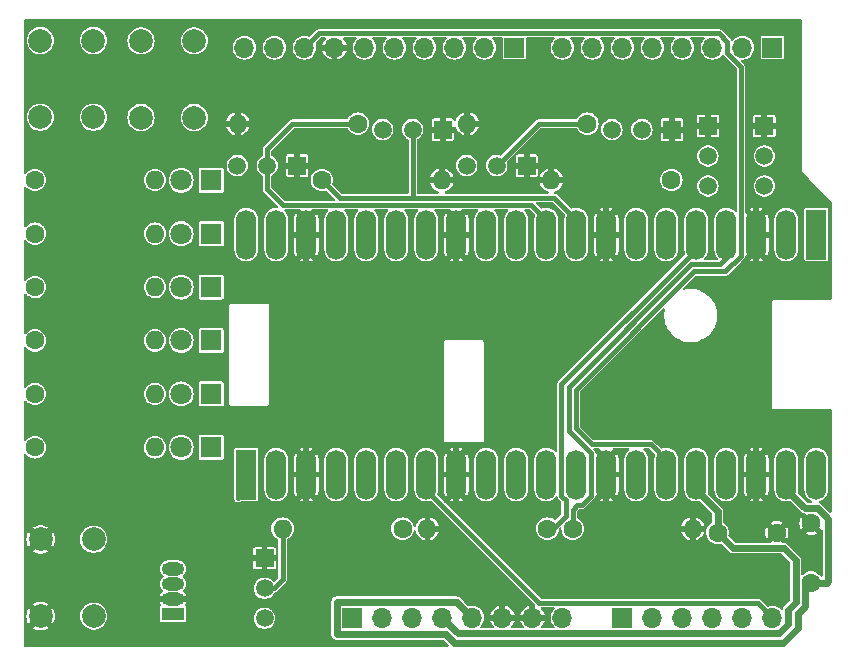
<source format=gbr>
%TF.GenerationSoftware,KiCad,Pcbnew,8.0.4*%
%TF.CreationDate,2024-09-11T09:24:51+02:00*%
%TF.ProjectId,Pico_Adapter,5069636f-5f41-4646-9170-7465722e6b69,V1.1*%
%TF.SameCoordinates,Original*%
%TF.FileFunction,Copper,L1,Top*%
%TF.FilePolarity,Positive*%
%FSLAX46Y46*%
G04 Gerber Fmt 4.6, Leading zero omitted, Abs format (unit mm)*
G04 Created by KiCad (PCBNEW 8.0.4) date 2024-09-11 09:24:51*
%MOMM*%
%LPD*%
G01*
G04 APERTURE LIST*
%TA.AperFunction,ComponentPad*%
%ADD10R,1.500000X1.500000*%
%TD*%
%TA.AperFunction,ComponentPad*%
%ADD11C,1.500000*%
%TD*%
%TA.AperFunction,ComponentPad*%
%ADD12R,1.800000X1.800000*%
%TD*%
%TA.AperFunction,ComponentPad*%
%ADD13C,1.800000*%
%TD*%
%TA.AperFunction,ComponentPad*%
%ADD14R,1.700000X1.700000*%
%TD*%
%TA.AperFunction,ComponentPad*%
%ADD15O,1.700000X1.700000*%
%TD*%
%TA.AperFunction,ComponentPad*%
%ADD16C,1.600000*%
%TD*%
%TA.AperFunction,ComponentPad*%
%ADD17O,1.600000X1.600000*%
%TD*%
%TA.AperFunction,SMDPad,CuDef*%
%ADD18R,1.700000X4.240000*%
%TD*%
%TA.AperFunction,ComponentPad*%
%ADD19C,1.700000*%
%TD*%
%TA.AperFunction,SMDPad,CuDef*%
%ADD20O,1.700000X4.240000*%
%TD*%
%TA.AperFunction,ComponentPad*%
%ADD21C,2.000000*%
%TD*%
%TA.AperFunction,ComponentPad*%
%ADD22R,1.900000X1.140000*%
%TD*%
%TA.AperFunction,ComponentPad*%
%ADD23O,1.900000X1.140000*%
%TD*%
%TA.AperFunction,Conductor*%
%ADD24C,0.400000*%
%TD*%
%TA.AperFunction,Conductor*%
%ADD25C,0.600000*%
%TD*%
G04 APERTURE END LIST*
D10*
%TO.P,B1,1,GND*%
%TO.N,GND*%
X99568000Y-150749000D03*
D11*
%TO.P,B1,2,DQ*%
%TO.N,GP17*%
X99568000Y-153289000D03*
%TO.P,B1,3,V_{DD}*%
%TO.N,+3V3*%
X99568000Y-155829000D03*
%TD*%
D10*
%TO.P,Q5,1,S*%
%TO.N,GND*%
X121768600Y-117504400D03*
D11*
%TO.P,Q5,2,G*%
%TO.N,GP5*%
X119228600Y-117504400D03*
%TO.P,Q5,3,D*%
%TO.N,Net-(P5-K)*%
X116688600Y-117504400D03*
%TD*%
D12*
%TO.P,P5,1,K*%
%TO.N,Net-(P5-K)*%
X95052800Y-127791400D03*
D13*
%TO.P,P5,2,A*%
%TO.N,Net-(P5-A)*%
X92512800Y-127791400D03*
%TD*%
D14*
%TO.P,X5,1,Pin_1*%
%TO.N,GP26*%
X129869600Y-155769400D03*
D15*
%TO.P,X5,2,Pin_2*%
%TO.N,GP27*%
X132409600Y-155769400D03*
%TO.P,X5,3,Pin_3*%
%TO.N,GP28*%
X134949600Y-155769400D03*
%TO.P,X5,4,Pin_4*%
%TO.N,GP22*%
X137489600Y-155769400D03*
%TO.P,X5,5,Pin_5*%
%TO.N,GP20*%
X140029600Y-155769400D03*
%TO.P,X5,6,Pin_6*%
%TO.N,GP21*%
X142569600Y-155769400D03*
%TD*%
D16*
%TO.P,R3,1*%
%TO.N,GP3*%
X123521200Y-148238400D03*
D17*
%TO.P,R3,2*%
%TO.N,GND*%
X113361200Y-148238400D03*
%TD*%
D16*
%TO.P,R13,1*%
%TO.N,+3V3*%
X80138000Y-118723600D03*
D17*
%TO.P,R13,2*%
%TO.N,Net-(P7-A)*%
X90298000Y-118723600D03*
%TD*%
D14*
%TO.P,X2,1,Pin_1*%
%TO.N,GP16*%
X98018600Y-144931900D03*
D18*
X98018600Y-143661900D03*
D14*
X98018600Y-142391900D03*
D19*
%TO.P,X2,2,Pin_2*%
%TO.N,GP17*%
X100558600Y-144931900D03*
D20*
X100558600Y-143661900D03*
D19*
X100558600Y-142391900D03*
%TO.P,X2,3,Pin_3*%
%TO.N,GND*%
X103098600Y-144931900D03*
D20*
X103098600Y-143661900D03*
D19*
X103098600Y-142391900D03*
%TO.P,X2,4,Pin_4*%
%TO.N,GP18*%
X105638600Y-144931900D03*
D20*
X105638600Y-143661900D03*
D19*
X105638600Y-142391900D03*
%TO.P,X2,5,Pin_5*%
%TO.N,GP19*%
X108178600Y-144931900D03*
D20*
X108178600Y-143661900D03*
D19*
X108178600Y-142391900D03*
%TO.P,X2,6,Pin_6*%
%TO.N,GP20*%
X110718600Y-144931900D03*
D20*
X110718600Y-143661900D03*
D19*
X110718600Y-142391900D03*
%TO.P,X2,7,Pin_7*%
%TO.N,GP21*%
X113258600Y-144931900D03*
D20*
X113258600Y-143661900D03*
D19*
X113258600Y-142391900D03*
%TO.P,X2,8,Pin_8*%
%TO.N,GND*%
X115798600Y-144931900D03*
D20*
X115798600Y-143661900D03*
D19*
X115798600Y-142391900D03*
%TO.P,X2,9,Pin_9*%
%TO.N,GP22*%
X118338600Y-144931900D03*
D20*
X118338600Y-143661900D03*
D19*
X118338600Y-142391900D03*
%TO.P,X2,10,Pin_10*%
%TO.N,RUN*%
X120878600Y-144931900D03*
D20*
X120878600Y-143661900D03*
D19*
X120878600Y-142391900D03*
%TO.P,X2,11,Pin_11*%
%TO.N,GP26*%
X123418600Y-144931900D03*
D20*
X123418600Y-143661900D03*
D19*
X123418600Y-142391900D03*
%TO.P,X2,12,Pin_12*%
%TO.N,GP27*%
X125958600Y-144931900D03*
D20*
X125958600Y-143661900D03*
D19*
X125958600Y-142391900D03*
%TO.P,X2,13,Pin_13*%
%TO.N,GND*%
X128498600Y-144931900D03*
D20*
X128498600Y-143661900D03*
D19*
X128498600Y-142391900D03*
%TO.P,X2,14,Pin_14*%
%TO.N,GP28*%
X131038600Y-144931900D03*
D20*
X131038600Y-143661900D03*
D19*
X131038600Y-142391900D03*
%TO.P,X2,15,Pin_15*%
%TO.N,VREF*%
X133578600Y-144931900D03*
D20*
X133578600Y-143661900D03*
D19*
X133578600Y-142391900D03*
%TO.P,X2,16,Pin_16*%
%TO.N,+3V3*%
X136118600Y-144931900D03*
D20*
X136118600Y-143661900D03*
D19*
X136118600Y-142391900D03*
%TO.P,X2,17,Pin_17*%
%TO.N,unconnected-(X2-Pin_17-Pad17)_2*%
X138658600Y-144931900D03*
D20*
%TO.N,unconnected-(X2-Pin_17-Pad17)*%
X138658600Y-143661900D03*
D19*
%TO.N,unconnected-(X2-Pin_17-Pad17)_3*%
X138658600Y-142391900D03*
%TO.P,X2,18,Pin_18*%
%TO.N,GND*%
X141198600Y-144931900D03*
D20*
X141198600Y-143661900D03*
D19*
X141198600Y-142391900D03*
%TO.P,X2,19,Pin_19*%
%TO.N,+5V*%
X143738600Y-144931900D03*
D20*
X143738600Y-143661900D03*
D19*
X143738600Y-142391900D03*
%TO.P,X2,20,Pin_20*%
%TO.N,unconnected-(X2-Pin_20-Pad20)_2*%
X146278600Y-144931900D03*
D20*
%TO.N,unconnected-(X2-Pin_20-Pad20)_3*%
X146278600Y-143661900D03*
D19*
%TO.N,unconnected-(X2-Pin_20-Pad20)_1*%
X146278600Y-142391900D03*
%TD*%
D12*
%TO.P,P4,1,K*%
%TO.N,Net-(P4-K)*%
X95047800Y-132312600D03*
D13*
%TO.P,P4,2,A*%
%TO.N,Net-(P4-A)*%
X92507800Y-132312600D03*
%TD*%
D12*
%TO.P,P6,1,K*%
%TO.N,Net-(P6-K)*%
X95052800Y-123270200D03*
D13*
%TO.P,P6,2,A*%
%TO.N,Net-(P6-A)*%
X92512800Y-123270200D03*
%TD*%
D16*
%TO.P,C2,1*%
%TO.N,+5V*%
X145846800Y-152802600D03*
%TO.P,C2,2*%
%TO.N,GND*%
X145846800Y-147802600D03*
%TD*%
D21*
%TO.P,SW2,1,A*%
%TO.N,+3V3*%
X89114800Y-113439200D03*
X89114800Y-106939200D03*
%TO.P,SW2,2,B*%
%TO.N,GP18*%
X93614800Y-113439200D03*
X93614800Y-106939200D03*
%TD*%
D16*
%TO.P,R14,1*%
%TO.N,+3V3*%
X80133000Y-132312600D03*
D17*
%TO.P,R14,2*%
%TO.N,Net-(P4-A)*%
X90293000Y-132312600D03*
%TD*%
D16*
%TO.P,R10,1*%
%TO.N,+3V3*%
X80133000Y-141355000D03*
D17*
%TO.P,R10,2*%
%TO.N,Net-(P2-A)*%
X90293000Y-141355000D03*
%TD*%
D16*
%TO.P,R11,1*%
%TO.N,+3V3*%
X80138000Y-127791400D03*
D17*
%TO.P,R11,2*%
%TO.N,Net-(P5-A)*%
X90298000Y-127791400D03*
%TD*%
D16*
%TO.P,R7,1*%
%TO.N,+3V3*%
X111253000Y-148238400D03*
D17*
%TO.P,R7,2*%
%TO.N,GP17*%
X101093000Y-148238400D03*
%TD*%
D16*
%TO.P,R2,1*%
%TO.N,GP2*%
X125654800Y-148238400D03*
D17*
%TO.P,R2,2*%
%TO.N,GND*%
X135814800Y-148238400D03*
%TD*%
D16*
%TO.P,R1,1*%
%TO.N,GP7*%
X107468400Y-113948400D03*
D17*
%TO.P,R1,2*%
%TO.N,GND*%
X97308400Y-113948400D03*
%TD*%
D12*
%TO.P,P7,1,K*%
%TO.N,Net-(P7-K)*%
X95052800Y-118749000D03*
D13*
%TO.P,P7,2,A*%
%TO.N,Net-(P7-A)*%
X92512800Y-118749000D03*
%TD*%
D12*
%TO.P,P2,1,K*%
%TO.N,Net-(P2-K)*%
X95047800Y-141355000D03*
D13*
%TO.P,P2,2,A*%
%TO.N,Net-(P2-A)*%
X92507800Y-141355000D03*
%TD*%
D14*
%TO.P,X6,1,Pin_1*%
%TO.N,GP8*%
X120727800Y-107518400D03*
D15*
%TO.P,X6,2,Pin_2*%
%TO.N,GP9*%
X118187800Y-107518400D03*
%TO.P,X6,3,Pin_3*%
%TO.N,GP13*%
X115647800Y-107518400D03*
%TO.P,X6,4,Pin_4*%
%TO.N,GP11*%
X113107800Y-107518400D03*
%TO.P,X6,5,Pin_5*%
%TO.N,GP12*%
X110567800Y-107518400D03*
%TO.P,X6,6,Pin_6*%
%TO.N,GP10*%
X108027800Y-107518400D03*
%TO.P,X6,7,Pin_7*%
%TO.N,GND*%
X105487800Y-107518400D03*
%TO.P,X6,8,Pin_8*%
%TO.N,VREF*%
X102947800Y-107518400D03*
%TO.P,X6,9,Pin_9*%
%TO.N,GP14*%
X100407800Y-107518400D03*
%TO.P,X6,10,Pin_10*%
%TO.N,GP15*%
X97867800Y-107518400D03*
%TD*%
D14*
%TO.P,X3,1,Pin_1*%
%TO.N,unconnected-(X3-Pin_1-Pad1)*%
X107010600Y-155769400D03*
D15*
%TO.P,X3,2,Pin_2*%
%TO.N,+3V3*%
X109550600Y-155769400D03*
%TO.P,X3,3,Pin_3*%
%TO.N,RUN*%
X112090600Y-155769400D03*
%TO.P,X3,4,Pin_4*%
%TO.N,+3V3*%
X114630600Y-155769400D03*
%TO.P,X3,5,Pin_5*%
%TO.N,+5V*%
X117170600Y-155769400D03*
%TO.P,X3,6,Pin_6*%
%TO.N,GND*%
X119710600Y-155769400D03*
%TO.P,X3,7,Pin_7*%
X122250600Y-155769400D03*
%TO.P,X3,8,Pin_8*%
%TO.N,unconnected-(X3-Pin_8-Pad8)*%
X124790600Y-155769400D03*
%TD*%
D16*
%TO.P,R4,1*%
%TO.N,GP4*%
X134011400Y-118723600D03*
D17*
%TO.P,R4,2*%
%TO.N,GND*%
X123851400Y-118723600D03*
%TD*%
D10*
%TO.P,Q7,1,S*%
%TO.N,GND*%
X102337600Y-117500000D03*
D11*
%TO.P,Q7,2,G*%
%TO.N,GP7*%
X99797600Y-117500000D03*
%TO.P,Q7,3,D*%
%TO.N,Net-(P7-K)*%
X97257600Y-117500000D03*
%TD*%
D22*
%TO.P,P1,1,DOUT*%
%TO.N,unconnected-(P1-DOUT-Pad1)*%
X91821000Y-155448000D03*
D23*
%TO.P,P1,2,GND*%
%TO.N,GND*%
X91821000Y-154178000D03*
%TO.P,P1,3,VDD*%
%TO.N,+3V3*%
X91821000Y-152908000D03*
%TO.P,P1,4,DIN*%
%TO.N,GP16*%
X91821000Y-151638000D03*
%TD*%
D21*
%TO.P,SW1,2,B*%
%TO.N,GND*%
X80604800Y-155650000D03*
X80604800Y-149150000D03*
%TO.P,SW1,1,A*%
%TO.N,RUN*%
X85104800Y-155650000D03*
X85104800Y-149150000D03*
%TD*%
D16*
%TO.P,R12,1*%
%TO.N,+3V3*%
X80138000Y-136833800D03*
D17*
%TO.P,R12,2*%
%TO.N,Net-(P3-A)*%
X90298000Y-136833800D03*
%TD*%
D14*
%TO.P,X1,1,Pin_1*%
%TO.N,GP0*%
X146278600Y-122072400D03*
D18*
X146278600Y-123342400D03*
D14*
X146278600Y-124612400D03*
D19*
%TO.P,X1,2,Pin_2*%
%TO.N,GP1*%
X143738600Y-122072400D03*
D20*
X143738600Y-123342400D03*
D19*
X143738600Y-124612400D03*
%TO.P,X1,3,Pin_3*%
%TO.N,GND*%
X141198600Y-122072400D03*
D20*
X141198600Y-123342400D03*
D19*
X141198600Y-124612400D03*
%TO.P,X1,4,Pin_4*%
%TO.N,GP2*%
X138658600Y-122072400D03*
D20*
X138658600Y-123342400D03*
D19*
X138658600Y-124612400D03*
%TO.P,X1,5,Pin_5*%
%TO.N,GP3*%
X136118600Y-122072400D03*
D20*
X136118600Y-123342400D03*
D19*
X136118600Y-124612400D03*
%TO.P,X1,6,Pin_6*%
%TO.N,GP4*%
X133578600Y-122072400D03*
D20*
X133578600Y-123342400D03*
D19*
X133578600Y-124612400D03*
%TO.P,X1,7,Pin_7*%
%TO.N,GP5*%
X131038600Y-122072400D03*
D20*
X131038600Y-123342400D03*
D19*
X131038600Y-124612400D03*
%TO.P,X1,8,Pin_8*%
%TO.N,GND*%
X128498600Y-122072400D03*
D20*
X128498600Y-123342400D03*
D19*
X128498600Y-124612400D03*
%TO.P,X1,9,Pin_9*%
%TO.N,GP6*%
X125958600Y-122072400D03*
D20*
X125958600Y-123342400D03*
D19*
X125958600Y-124612400D03*
%TO.P,X1,10,Pin_10*%
%TO.N,GP7*%
X123418600Y-122072400D03*
D20*
X123418600Y-123342400D03*
D19*
X123418600Y-124612400D03*
%TO.P,X1,11,Pin_11*%
%TO.N,GP8*%
X120878600Y-122072400D03*
D20*
X120878600Y-123342400D03*
D19*
X120878600Y-124612400D03*
%TO.P,X1,12,Pin_12*%
%TO.N,GP9*%
X118338600Y-122072400D03*
D20*
X118338600Y-123342400D03*
D19*
X118338600Y-124612400D03*
%TO.P,X1,13,Pin_13*%
%TO.N,GND*%
X115798600Y-122072400D03*
D20*
X115798600Y-123342400D03*
D19*
X115798600Y-124612400D03*
%TO.P,X1,14,Pin_14*%
%TO.N,GP10*%
X113258600Y-122072400D03*
D20*
X113258600Y-123342400D03*
D19*
X113258600Y-124612400D03*
%TO.P,X1,15,Pin_15*%
%TO.N,GP11*%
X110718600Y-122072400D03*
D20*
X110718600Y-123342400D03*
D19*
X110718600Y-124612400D03*
%TO.P,X1,16,Pin_16*%
%TO.N,GP12*%
X108178600Y-122072400D03*
D20*
X108178600Y-123342400D03*
D19*
X108178600Y-124612400D03*
%TO.P,X1,17,Pin_17*%
%TO.N,GP13*%
X105638600Y-122072400D03*
D20*
X105638600Y-123342400D03*
D19*
X105638600Y-124612400D03*
%TO.P,X1,18,Pin_18*%
%TO.N,GND*%
X103098600Y-122072400D03*
D20*
X103098600Y-123342400D03*
D19*
X103098600Y-124612400D03*
%TO.P,X1,19,Pin_19*%
%TO.N,GP14*%
X100558600Y-122072400D03*
D20*
X100558600Y-123342400D03*
D19*
X100558600Y-124612400D03*
%TO.P,X1,20,Pin_20*%
%TO.N,GP15*%
X98018600Y-122072400D03*
D20*
X98018600Y-123342400D03*
D19*
X98018600Y-124612400D03*
%TD*%
D16*
%TO.P,R6,1*%
%TO.N,GP6*%
X104420400Y-118723600D03*
D17*
%TO.P,R6,2*%
%TO.N,GND*%
X114580400Y-118723600D03*
%TD*%
D10*
%TO.P,Q4,1,S*%
%TO.N,GND*%
X134062200Y-114452000D03*
D11*
%TO.P,Q4,2,G*%
%TO.N,GP4*%
X131522200Y-114452000D03*
%TO.P,Q4,3,D*%
%TO.N,Net-(P4-K)*%
X128982200Y-114452000D03*
%TD*%
D16*
%TO.P,R15,1*%
%TO.N,+3V3*%
X80138000Y-123270200D03*
D17*
%TO.P,R15,2*%
%TO.N,Net-(P6-A)*%
X90298000Y-123270200D03*
%TD*%
D16*
%TO.P,C1,1*%
%TO.N,+3V3*%
X137922000Y-148590000D03*
%TO.P,C1,2*%
%TO.N,GND*%
X142922000Y-148590000D03*
%TD*%
D10*
%TO.P,Q6,1,S*%
%TO.N,GND*%
X114656600Y-114456400D03*
D11*
%TO.P,Q6,2,G*%
%TO.N,GP6*%
X112116600Y-114456400D03*
%TO.P,Q6,3,D*%
%TO.N,Net-(P6-K)*%
X109576600Y-114456400D03*
%TD*%
D10*
%TO.P,Q3,1,S*%
%TO.N,GND*%
X137110200Y-114151600D03*
D11*
%TO.P,Q3,2,G*%
%TO.N,GP3*%
X137110200Y-116691600D03*
%TO.P,Q3,3,D*%
%TO.N,Net-(P3-K)*%
X137110200Y-119231600D03*
%TD*%
D14*
%TO.P,X4,1,Pin_1*%
%TO.N,GP0*%
X142569600Y-107518400D03*
D15*
%TO.P,X4,2,Pin_2*%
%TO.N,GP1*%
X140029600Y-107518400D03*
%TO.P,X4,3,Pin_3*%
%TO.N,GP2*%
X137489600Y-107518400D03*
%TO.P,X4,4,Pin_4*%
%TO.N,GP3*%
X134949600Y-107518400D03*
%TO.P,X4,5,Pin_5*%
%TO.N,GP4*%
X132409600Y-107518400D03*
%TO.P,X4,6,Pin_6*%
%TO.N,GP5*%
X129869600Y-107518400D03*
%TO.P,X4,7,Pin_7*%
%TO.N,GP6*%
X127329600Y-107518400D03*
%TO.P,X4,8,Pin_8*%
%TO.N,GP7*%
X124789600Y-107518400D03*
%TD*%
D12*
%TO.P,P3,1,K*%
%TO.N,Net-(P3-K)*%
X95052800Y-136833800D03*
D13*
%TO.P,P3,2,A*%
%TO.N,Net-(P3-A)*%
X92512800Y-136833800D03*
%TD*%
D21*
%TO.P,SW3,1,A*%
%TO.N,+3V3*%
X80580400Y-113413800D03*
X80580400Y-106913800D03*
%TO.P,SW3,2,B*%
%TO.N,GP19*%
X85080400Y-113413800D03*
X85080400Y-106913800D03*
%TD*%
D16*
%TO.P,R5,1*%
%TO.N,GP5*%
X126899400Y-113948400D03*
D17*
%TO.P,R5,2*%
%TO.N,GND*%
X116739400Y-113948400D03*
%TD*%
D10*
%TO.P,Q2,1,S*%
%TO.N,GND*%
X141885400Y-114151600D03*
D11*
%TO.P,Q2,2,G*%
%TO.N,GP2*%
X141885400Y-116691600D03*
%TO.P,Q2,3,D*%
%TO.N,Net-(P2-K)*%
X141885400Y-119231600D03*
%TD*%
D24*
%TO.N,GP2*%
X126426467Y-146231800D02*
X126061200Y-146231800D01*
X138658600Y-125304600D02*
X138100800Y-125862400D01*
X127208600Y-141874133D02*
X127208600Y-145449667D01*
X125308600Y-139974133D02*
X127208600Y-141874133D01*
X138100800Y-125862400D02*
X135674649Y-125862400D01*
X126061200Y-146231800D02*
X125654800Y-146638200D01*
X125308600Y-136228449D02*
X125308600Y-139974133D01*
X138658600Y-124612400D02*
X138658600Y-125304600D01*
X135674649Y-125862400D02*
X125308600Y-136228449D01*
X125654800Y-146638200D02*
X125654800Y-148238400D01*
X127208600Y-145449667D02*
X126426467Y-146231800D01*
%TO.N,GP3*%
X125054800Y-145795867D02*
X124708600Y-145449667D01*
X123957743Y-148238400D02*
X125054800Y-147141343D01*
X124708600Y-135979921D02*
X136076121Y-124612400D01*
X123521200Y-148238400D02*
X123957743Y-148238400D01*
X124708600Y-145449667D02*
X124708600Y-135979921D01*
X136076121Y-124612400D02*
X136118600Y-124612400D01*
X125054800Y-147141343D02*
X125054800Y-145795867D01*
%TO.N,GP5*%
X122784600Y-113948400D02*
X126899400Y-113948400D01*
X119228600Y-117504400D02*
X122784600Y-113948400D01*
%TO.N,GP6*%
X105919200Y-120222400D02*
X112218200Y-120222400D01*
X112116600Y-114456400D02*
X112116600Y-120120800D01*
X104420400Y-118723600D02*
X105919200Y-120222400D01*
X112218200Y-120222400D02*
X124108600Y-120222400D01*
X112116600Y-120120800D02*
X112218200Y-120222400D01*
X124108600Y-120222400D02*
X125958600Y-122072400D01*
%TO.N,GP7*%
X99797600Y-116082000D02*
X101931200Y-113948400D01*
X99797600Y-119511000D02*
X101109000Y-120822400D01*
X99797600Y-117500000D02*
X99797600Y-116082000D01*
X99797600Y-117500000D02*
X99797600Y-119511000D01*
X101931200Y-113948400D02*
X107468400Y-113948400D01*
X101109000Y-120822400D02*
X122168600Y-120822400D01*
X122168600Y-120822400D02*
X123418600Y-122072400D01*
%TO.N,GP16*%
X98018600Y-144931900D02*
X97306900Y-145643600D01*
%TO.N,GP17*%
X101093000Y-152526000D02*
X100330000Y-153289000D01*
X101093000Y-148238400D02*
X101093000Y-152526000D01*
X100330000Y-153289000D02*
X99568000Y-153289000D01*
%TO.N,GP21*%
X122846100Y-154519400D02*
X141319600Y-154519400D01*
X113258600Y-144931900D02*
X122846100Y-154519400D01*
X141319600Y-154519400D02*
X142569600Y-155769400D01*
%TO.N,VREF*%
X132262300Y-141075600D02*
X127258595Y-141075600D01*
X125908600Y-139725605D02*
X125908600Y-136476977D01*
X139908600Y-109165167D02*
X138739600Y-107996167D01*
X138739600Y-107996167D02*
X138739600Y-107000633D01*
X138576367Y-126462400D02*
X139908600Y-125130167D01*
X104197800Y-106268400D02*
X102947800Y-107518400D01*
X127258595Y-141075600D02*
X125908600Y-139725605D01*
X125908600Y-136476977D02*
X135923177Y-126462400D01*
X138739600Y-107000633D02*
X138007367Y-106268400D01*
X138007367Y-106268400D02*
X104197800Y-106268400D01*
X135923177Y-126462400D02*
X138576367Y-126462400D01*
X133578600Y-142391900D02*
X132262300Y-141075600D01*
X139908600Y-125130167D02*
X139908600Y-109165167D01*
D25*
%TO.N,+3V3*%
X144546800Y-154467000D02*
X144546800Y-150926800D01*
X143919600Y-155094200D02*
X144546800Y-154467000D01*
X136118600Y-144931900D02*
X137922000Y-146735300D01*
X137922000Y-146735300D02*
X137922000Y-148590000D01*
X143138200Y-157119400D02*
X143919600Y-156338000D01*
X143919600Y-156338000D02*
X143919600Y-155094200D01*
X143510000Y-149890000D02*
X139222000Y-149890000D01*
X144546800Y-150926800D02*
X143510000Y-149890000D01*
X114630600Y-155769400D02*
X115980600Y-157119400D01*
X115980600Y-157119400D02*
X143138200Y-157119400D01*
X139222000Y-149890000D02*
X137922000Y-148590000D01*
%TO.N,+5V*%
X145309300Y-146502600D02*
X143738600Y-144931900D01*
X105660600Y-157180200D02*
X105665000Y-157184600D01*
X145846800Y-152802600D02*
X145846800Y-152831800D01*
X105660600Y-154419400D02*
X115820600Y-154419400D01*
X147275400Y-147392722D02*
X146385278Y-146502600D01*
X105660600Y-156239400D02*
X105660600Y-157180200D01*
X146385278Y-146502600D02*
X145309300Y-146502600D01*
X143469570Y-157919400D02*
X115649230Y-157919400D01*
X144719600Y-155425570D02*
X144719600Y-156669370D01*
X105660600Y-156977000D02*
X105660600Y-156239400D01*
X145846800Y-152802600D02*
X147177600Y-152802600D01*
X114914430Y-157184600D02*
X105665000Y-157184600D01*
X147275400Y-152704800D02*
X147275400Y-147392722D01*
X105660600Y-156239400D02*
X105660600Y-154419400D01*
X145846800Y-152802600D02*
X145346800Y-153302600D01*
X145043385Y-155101785D02*
X144719600Y-155425570D01*
X115649230Y-157919400D02*
X114914430Y-157184600D01*
X145346800Y-153302600D02*
X145346800Y-154798370D01*
X147177600Y-152802600D02*
X147275400Y-152704800D01*
X144719600Y-156669370D02*
X143469570Y-157919400D01*
X145346800Y-154798370D02*
X145043385Y-155101785D01*
X115820600Y-154419400D02*
X117170600Y-155769400D01*
%TD*%
%TA.AperFunction,Conductor*%
%TO.N,GND*%
G36*
X127906455Y-141445007D02*
G01*
X127916582Y-141458945D01*
X127917891Y-141457637D01*
X128369191Y-141908937D01*
X128305607Y-141925975D01*
X128191593Y-141991801D01*
X128098501Y-142084893D01*
X128032675Y-142198907D01*
X128015637Y-142262491D01*
X127569791Y-141816645D01*
X127544169Y-141772265D01*
X127535214Y-141738845D01*
X127505172Y-141686811D01*
X127489070Y-141658921D01*
X127425250Y-141595101D01*
X127397475Y-141540587D01*
X127407046Y-141480155D01*
X127450311Y-141436890D01*
X127495256Y-141426100D01*
X127848264Y-141426100D01*
X127906455Y-141445007D01*
G37*
%TD.AperFunction*%
%TA.AperFunction,Conductor*%
G36*
X145018291Y-105122807D02*
G01*
X145054255Y-105172307D01*
X145059100Y-105202900D01*
X145059100Y-117934325D01*
X145059093Y-117934401D01*
X145059100Y-117968425D01*
X145059100Y-117993376D01*
X145059104Y-117993387D01*
X145059105Y-117993389D01*
X145068704Y-118016552D01*
X145068707Y-118016568D01*
X145068710Y-118016567D01*
X145078205Y-118039489D01*
X145078219Y-118039510D01*
X145095816Y-118057100D01*
X145095825Y-118057117D01*
X145095829Y-118057114D01*
X145121622Y-118082906D01*
X145121676Y-118082949D01*
X145638674Y-118599741D01*
X147545890Y-120506200D01*
X147573678Y-120560710D01*
X147574900Y-120576216D01*
X147574900Y-128777900D01*
X147555993Y-128836091D01*
X147506493Y-128872055D01*
X147475900Y-128876900D01*
X142674564Y-128876900D01*
X142624636Y-128876900D01*
X142578510Y-128896006D01*
X142543206Y-128931310D01*
X142524100Y-128977436D01*
X142524100Y-137977436D01*
X142524100Y-138027364D01*
X142543206Y-138073490D01*
X142578510Y-138108794D01*
X142624636Y-138127900D01*
X147475900Y-138127900D01*
X147534091Y-138146807D01*
X147570055Y-138196307D01*
X147574900Y-138226900D01*
X147574900Y-146816110D01*
X147555993Y-146874301D01*
X147506493Y-146910265D01*
X147445307Y-146910265D01*
X147405897Y-146886114D01*
X146661892Y-146142111D01*
X146661887Y-146142107D01*
X146559170Y-146082803D01*
X146556330Y-146081627D01*
X146554654Y-146080195D01*
X146553546Y-146079556D01*
X146553664Y-146079350D01*
X146509803Y-146041893D01*
X146495516Y-145982399D01*
X146518927Y-145925870D01*
X146566237Y-145896874D01*
X146565779Y-145895363D01*
X146570422Y-145893953D01*
X146570435Y-145893951D01*
X146611586Y-145876904D01*
X146620702Y-145873643D01*
X146663327Y-145860714D01*
X146702609Y-145839715D01*
X146711363Y-145835575D01*
X146752514Y-145818532D01*
X146789553Y-145793782D01*
X146797849Y-145788809D01*
X146837138Y-145767810D01*
X146871555Y-145739564D01*
X146879356Y-145733779D01*
X146899314Y-145720442D01*
X146916382Y-145709039D01*
X146947883Y-145677536D01*
X146955074Y-145671021D01*
X146962558Y-145664879D01*
X146989483Y-145642783D01*
X147017721Y-145608373D01*
X147024236Y-145601183D01*
X147055739Y-145569682D01*
X147078609Y-145535454D01*
X147080479Y-145532656D01*
X147086268Y-145524850D01*
X147086270Y-145524848D01*
X147114510Y-145490438D01*
X147135509Y-145451149D01*
X147140482Y-145442853D01*
X147165232Y-145405814D01*
X147182275Y-145364663D01*
X147186415Y-145355909D01*
X147207414Y-145316627D01*
X147220343Y-145274002D01*
X147223604Y-145264886D01*
X147240651Y-145223735D01*
X147249338Y-145180061D01*
X147251697Y-145170643D01*
X147261684Y-145137725D01*
X147264624Y-145128032D01*
X147268990Y-145083698D01*
X147270413Y-145074111D01*
X147279099Y-145030448D01*
X147279100Y-145030439D01*
X147279100Y-144985913D01*
X147279577Y-144976209D01*
X147283941Y-144931902D01*
X147283941Y-144931897D01*
X147279577Y-144887590D01*
X147279100Y-144877886D01*
X147279100Y-142445913D01*
X147279577Y-142436209D01*
X147283941Y-142391902D01*
X147283941Y-142391897D01*
X147279577Y-142347590D01*
X147279100Y-142337886D01*
X147279100Y-142293360D01*
X147279099Y-142293350D01*
X147270413Y-142249687D01*
X147268990Y-142240100D01*
X147264624Y-142195768D01*
X147264623Y-142195765D01*
X147264623Y-142195763D01*
X147251697Y-142153154D01*
X147249335Y-142143726D01*
X147240652Y-142100070D01*
X147240651Y-142100069D01*
X147240651Y-142100065D01*
X147223604Y-142058912D01*
X147220345Y-142049803D01*
X147207414Y-142007173D01*
X147186423Y-141967903D01*
X147182272Y-141959127D01*
X147165232Y-141917986D01*
X147140482Y-141880946D01*
X147135497Y-141872627D01*
X147114513Y-141833368D01*
X147114510Y-141833362D01*
X147086263Y-141798942D01*
X147080480Y-141791145D01*
X147055739Y-141754118D01*
X147024241Y-141722620D01*
X147017720Y-141715424D01*
X146989487Y-141681022D01*
X146989483Y-141681017D01*
X146955064Y-141652769D01*
X146947884Y-141646263D01*
X146916382Y-141614761D01*
X146879349Y-141590016D01*
X146871555Y-141584235D01*
X146837138Y-141555990D01*
X146837137Y-141555989D01*
X146837135Y-141555988D01*
X146818281Y-141545910D01*
X146797866Y-141534999D01*
X146789538Y-141530007D01*
X146785157Y-141527080D01*
X146752514Y-141505268D01*
X146711370Y-141488226D01*
X146702596Y-141484076D01*
X146663329Y-141463086D01*
X146620710Y-141450158D01*
X146611564Y-141446885D01*
X146570434Y-141429848D01*
X146570428Y-141429846D01*
X146526761Y-141421160D01*
X146517340Y-141418800D01*
X146474743Y-141405878D01*
X146474734Y-141405876D01*
X146474732Y-141405876D01*
X146461223Y-141404545D01*
X146430417Y-141401510D01*
X146420813Y-141400085D01*
X146377150Y-141391401D01*
X146377142Y-141391400D01*
X146377141Y-141391400D01*
X146377139Y-141391400D01*
X146332613Y-141391400D01*
X146322909Y-141390923D01*
X146278603Y-141386559D01*
X146278597Y-141386559D01*
X146234291Y-141390923D01*
X146224587Y-141391400D01*
X146180059Y-141391400D01*
X146180056Y-141391400D01*
X146180050Y-141391401D01*
X146136387Y-141400085D01*
X146126783Y-141401510D01*
X146093630Y-141404776D01*
X146082468Y-141405876D01*
X146045371Y-141417129D01*
X146039852Y-141418803D01*
X146030430Y-141421162D01*
X145986773Y-141429846D01*
X145986770Y-141429847D01*
X145945626Y-141446888D01*
X145936485Y-141450158D01*
X145893881Y-141463083D01*
X145893867Y-141463088D01*
X145854608Y-141484073D01*
X145845828Y-141488226D01*
X145804686Y-141505268D01*
X145767659Y-141530008D01*
X145759328Y-141535001D01*
X145720063Y-141555988D01*
X145685643Y-141584235D01*
X145677845Y-141590019D01*
X145640819Y-141614759D01*
X145609320Y-141646257D01*
X145602127Y-141652776D01*
X145567719Y-141681015D01*
X145567715Y-141681019D01*
X145539476Y-141715427D01*
X145532957Y-141722620D01*
X145501459Y-141754119D01*
X145476719Y-141791145D01*
X145470935Y-141798943D01*
X145442688Y-141833363D01*
X145421701Y-141872628D01*
X145416708Y-141880959D01*
X145391968Y-141917986D01*
X145374926Y-141959128D01*
X145370773Y-141967908D01*
X145349788Y-142007167D01*
X145349783Y-142007181D01*
X145336858Y-142049785D01*
X145333588Y-142058926D01*
X145316547Y-142100070D01*
X145316546Y-142100073D01*
X145307862Y-142143730D01*
X145305503Y-142153152D01*
X145292577Y-142195765D01*
X145292576Y-142195770D01*
X145288210Y-142240083D01*
X145286785Y-142249687D01*
X145278101Y-142293350D01*
X145278100Y-142293362D01*
X145278100Y-142337886D01*
X145277623Y-142347590D01*
X145273259Y-142391897D01*
X145273259Y-142391902D01*
X145277623Y-142436209D01*
X145278100Y-142445913D01*
X145278100Y-144877886D01*
X145277623Y-144887590D01*
X145273259Y-144931897D01*
X145273259Y-144931902D01*
X145277623Y-144976209D01*
X145278100Y-144985913D01*
X145278100Y-145030438D01*
X145278101Y-145030450D01*
X145286785Y-145074113D01*
X145288210Y-145083717D01*
X145292576Y-145128029D01*
X145292578Y-145128043D01*
X145305500Y-145170640D01*
X145307860Y-145180061D01*
X145316546Y-145223728D01*
X145316548Y-145223734D01*
X145333585Y-145264864D01*
X145336858Y-145274010D01*
X145349786Y-145316629D01*
X145370776Y-145355896D01*
X145374927Y-145364672D01*
X145383711Y-145385880D01*
X145391968Y-145405814D01*
X145416707Y-145442838D01*
X145421703Y-145451173D01*
X145435704Y-145477369D01*
X145442690Y-145490438D01*
X145470931Y-145524850D01*
X145476718Y-145532652D01*
X145501455Y-145569674D01*
X145501461Y-145569682D01*
X145532963Y-145601184D01*
X145539469Y-145608364D01*
X145567717Y-145642783D01*
X145567722Y-145642787D01*
X145602124Y-145671020D01*
X145609323Y-145677544D01*
X145640818Y-145709039D01*
X145677844Y-145733779D01*
X145685642Y-145739563D01*
X145720062Y-145767810D01*
X145720068Y-145767813D01*
X145759327Y-145788797D01*
X145767646Y-145793782D01*
X145804686Y-145818532D01*
X145845827Y-145835572D01*
X145854603Y-145839723D01*
X145893873Y-145860714D01*
X145893881Y-145860716D01*
X145896100Y-145861636D01*
X145896938Y-145862351D01*
X145898162Y-145863006D01*
X145898018Y-145863274D01*
X145942626Y-145901373D01*
X145956909Y-145960868D01*
X145933494Y-146017396D01*
X145881324Y-146049365D01*
X145858214Y-146052100D01*
X145536911Y-146052100D01*
X145478720Y-146033193D01*
X145466907Y-146023104D01*
X144732574Y-145288771D01*
X144704797Y-145234254D01*
X144705480Y-145199456D01*
X144709338Y-145180061D01*
X144711697Y-145170643D01*
X144721684Y-145137725D01*
X144724624Y-145128032D01*
X144728990Y-145083698D01*
X144730413Y-145074111D01*
X144739099Y-145030448D01*
X144739100Y-145030439D01*
X144739100Y-144985913D01*
X144739577Y-144976209D01*
X144743941Y-144931902D01*
X144743941Y-144931897D01*
X144739577Y-144887590D01*
X144739100Y-144877886D01*
X144739100Y-142445913D01*
X144739577Y-142436209D01*
X144743941Y-142391902D01*
X144743941Y-142391897D01*
X144739577Y-142347590D01*
X144739100Y-142337886D01*
X144739100Y-142293360D01*
X144739099Y-142293350D01*
X144730413Y-142249687D01*
X144728990Y-142240100D01*
X144724624Y-142195768D01*
X144724623Y-142195765D01*
X144724623Y-142195763D01*
X144711697Y-142153154D01*
X144709335Y-142143726D01*
X144700652Y-142100070D01*
X144700651Y-142100069D01*
X144700651Y-142100065D01*
X144683604Y-142058912D01*
X144680345Y-142049803D01*
X144667414Y-142007173D01*
X144646423Y-141967903D01*
X144642272Y-141959127D01*
X144625232Y-141917986D01*
X144600482Y-141880946D01*
X144595497Y-141872627D01*
X144574513Y-141833368D01*
X144574510Y-141833362D01*
X144546263Y-141798942D01*
X144540480Y-141791145D01*
X144515739Y-141754118D01*
X144484241Y-141722620D01*
X144477720Y-141715424D01*
X144449487Y-141681022D01*
X144449483Y-141681017D01*
X144415064Y-141652769D01*
X144407884Y-141646263D01*
X144376382Y-141614761D01*
X144339349Y-141590016D01*
X144331555Y-141584235D01*
X144297138Y-141555990D01*
X144297137Y-141555989D01*
X144297135Y-141555988D01*
X144278281Y-141545910D01*
X144257866Y-141534999D01*
X144249538Y-141530007D01*
X144245157Y-141527080D01*
X144212514Y-141505268D01*
X144171370Y-141488226D01*
X144162596Y-141484076D01*
X144123329Y-141463086D01*
X144080710Y-141450158D01*
X144071564Y-141446885D01*
X144030434Y-141429848D01*
X144030428Y-141429846D01*
X143986761Y-141421160D01*
X143977340Y-141418800D01*
X143934743Y-141405878D01*
X143934734Y-141405876D01*
X143934732Y-141405876D01*
X143921223Y-141404545D01*
X143890417Y-141401510D01*
X143880813Y-141400085D01*
X143837150Y-141391401D01*
X143837142Y-141391400D01*
X143837141Y-141391400D01*
X143837139Y-141391400D01*
X143792613Y-141391400D01*
X143782909Y-141390923D01*
X143738603Y-141386559D01*
X143738597Y-141386559D01*
X143694291Y-141390923D01*
X143684587Y-141391400D01*
X143640059Y-141391400D01*
X143640056Y-141391400D01*
X143640050Y-141391401D01*
X143596387Y-141400085D01*
X143586783Y-141401510D01*
X143553630Y-141404776D01*
X143542468Y-141405876D01*
X143505371Y-141417129D01*
X143499852Y-141418803D01*
X143490430Y-141421162D01*
X143446773Y-141429846D01*
X143446770Y-141429847D01*
X143405626Y-141446888D01*
X143396485Y-141450158D01*
X143353881Y-141463083D01*
X143353867Y-141463088D01*
X143314608Y-141484073D01*
X143305828Y-141488226D01*
X143264686Y-141505268D01*
X143227659Y-141530008D01*
X143219328Y-141535001D01*
X143180063Y-141555988D01*
X143145643Y-141584235D01*
X143137845Y-141590019D01*
X143100819Y-141614759D01*
X143069320Y-141646257D01*
X143062127Y-141652776D01*
X143027719Y-141681015D01*
X143027715Y-141681019D01*
X142999476Y-141715427D01*
X142992957Y-141722620D01*
X142961459Y-141754119D01*
X142936719Y-141791145D01*
X142930935Y-141798943D01*
X142902688Y-141833363D01*
X142881701Y-141872628D01*
X142876708Y-141880959D01*
X142851968Y-141917986D01*
X142834926Y-141959128D01*
X142830773Y-141967908D01*
X142809788Y-142007167D01*
X142809783Y-142007181D01*
X142796858Y-142049785D01*
X142793588Y-142058926D01*
X142776547Y-142100070D01*
X142776546Y-142100073D01*
X142767862Y-142143730D01*
X142765503Y-142153152D01*
X142752577Y-142195765D01*
X142752576Y-142195770D01*
X142748210Y-142240083D01*
X142746785Y-142249687D01*
X142738101Y-142293350D01*
X142738100Y-142293362D01*
X142738100Y-142337886D01*
X142737623Y-142347590D01*
X142733259Y-142391897D01*
X142733259Y-142391902D01*
X142737623Y-142436209D01*
X142738100Y-142445913D01*
X142738100Y-144877886D01*
X142737623Y-144887590D01*
X142733259Y-144931897D01*
X142733259Y-144931902D01*
X142737623Y-144976209D01*
X142738100Y-144985913D01*
X142738100Y-145030438D01*
X142738101Y-145030450D01*
X142746785Y-145074113D01*
X142748210Y-145083717D01*
X142752576Y-145128029D01*
X142752578Y-145128043D01*
X142765500Y-145170640D01*
X142767860Y-145180061D01*
X142776546Y-145223728D01*
X142776548Y-145223734D01*
X142793585Y-145264864D01*
X142796858Y-145274010D01*
X142809786Y-145316629D01*
X142830776Y-145355896D01*
X142834927Y-145364672D01*
X142843711Y-145385880D01*
X142851968Y-145405814D01*
X142876707Y-145442838D01*
X142881703Y-145451173D01*
X142895704Y-145477369D01*
X142902690Y-145490438D01*
X142930931Y-145524850D01*
X142936718Y-145532652D01*
X142961455Y-145569674D01*
X142961461Y-145569682D01*
X142992963Y-145601184D01*
X142999469Y-145608364D01*
X143027717Y-145642783D01*
X143027722Y-145642787D01*
X143062124Y-145671020D01*
X143069323Y-145677544D01*
X143100818Y-145709039D01*
X143137844Y-145733779D01*
X143145642Y-145739563D01*
X143180062Y-145767810D01*
X143180068Y-145767813D01*
X143219327Y-145788797D01*
X143227646Y-145793782D01*
X143264686Y-145818532D01*
X143305827Y-145835572D01*
X143314603Y-145839723D01*
X143353873Y-145860714D01*
X143396503Y-145873645D01*
X143405612Y-145876904D01*
X143446765Y-145893951D01*
X143490434Y-145902637D01*
X143499854Y-145904997D01*
X143542463Y-145917923D01*
X143542465Y-145917923D01*
X143542468Y-145917924D01*
X143586800Y-145922290D01*
X143596387Y-145923713D01*
X143640050Y-145932399D01*
X143640057Y-145932399D01*
X143640059Y-145932400D01*
X143684587Y-145932400D01*
X143694291Y-145932877D01*
X143738597Y-145937241D01*
X143738600Y-145937241D01*
X143738603Y-145937241D01*
X143782909Y-145932877D01*
X143792613Y-145932400D01*
X143837140Y-145932400D01*
X143837141Y-145932400D01*
X143837142Y-145932399D01*
X143837148Y-145932399D01*
X143869948Y-145925874D01*
X143880815Y-145923712D01*
X143890398Y-145922290D01*
X143934732Y-145917924D01*
X143977351Y-145904994D01*
X143986764Y-145902637D01*
X144006156Y-145898780D01*
X144066917Y-145905973D01*
X144095471Y-145925874D01*
X145032686Y-146863089D01*
X145032688Y-146863090D01*
X145032689Y-146863091D01*
X145032690Y-146863092D01*
X145106696Y-146905819D01*
X145135413Y-146922399D01*
X145135415Y-146922399D01*
X145135418Y-146922401D01*
X145149335Y-146926129D01*
X145149341Y-146926133D01*
X145149342Y-146926131D01*
X145249991Y-146953100D01*
X145309845Y-146953100D01*
X145368036Y-146972007D01*
X145379849Y-146982096D01*
X145800353Y-147402600D01*
X145794139Y-147402600D01*
X145692406Y-147429859D01*
X145601194Y-147482520D01*
X145526720Y-147556994D01*
X145474059Y-147648206D01*
X145446800Y-147749939D01*
X145446800Y-147756154D01*
X144984722Y-147294076D01*
X144918452Y-147418059D01*
X144918450Y-147418064D01*
X144861268Y-147606565D01*
X144861267Y-147606570D01*
X144841961Y-147802596D01*
X144841961Y-147802603D01*
X144861267Y-147998629D01*
X144861268Y-147998634D01*
X144918450Y-148187135D01*
X144918452Y-148187140D01*
X144984722Y-148311122D01*
X145446800Y-147849044D01*
X145446800Y-147855261D01*
X145474059Y-147956994D01*
X145526720Y-148048206D01*
X145601194Y-148122680D01*
X145692406Y-148175341D01*
X145794139Y-148202600D01*
X145800352Y-148202600D01*
X145338276Y-148664676D01*
X145462264Y-148730949D01*
X145650765Y-148788131D01*
X145650770Y-148788132D01*
X145846797Y-148807439D01*
X145846803Y-148807439D01*
X146042829Y-148788132D01*
X146042834Y-148788131D01*
X146231335Y-148730949D01*
X146355322Y-148664676D01*
X145893246Y-148202600D01*
X145899461Y-148202600D01*
X146001194Y-148175341D01*
X146092406Y-148122680D01*
X146166880Y-148048206D01*
X146219541Y-147956994D01*
X146246800Y-147855261D01*
X146246800Y-147849046D01*
X146708876Y-148311122D01*
X146711373Y-148310752D01*
X146771708Y-148320915D01*
X146814546Y-148364602D01*
X146824900Y-148408680D01*
X146824900Y-152220937D01*
X146805993Y-152279128D01*
X146756493Y-152315092D01*
X146695307Y-152315092D01*
X146645807Y-152279128D01*
X146643589Y-152275945D01*
X146640938Y-152271979D01*
X146640936Y-152271975D01*
X146547845Y-152158544D01*
X146522161Y-152127247D01*
X146522152Y-152127238D01*
X146437778Y-152057995D01*
X146377425Y-152008464D01*
X146377422Y-152008462D01*
X146377417Y-152008459D01*
X146212306Y-151920206D01*
X146212304Y-151920205D01*
X146033128Y-151865852D01*
X146033125Y-151865851D01*
X145846804Y-151847501D01*
X145846796Y-151847501D01*
X145660474Y-151865851D01*
X145660471Y-151865852D01*
X145481295Y-151920205D01*
X145481293Y-151920206D01*
X145316182Y-152008459D01*
X145316176Y-152008463D01*
X145171447Y-152127238D01*
X145168004Y-152130682D01*
X145166761Y-152129439D01*
X145121286Y-152158544D01*
X145060207Y-152154935D01*
X145012915Y-152116115D01*
X144997300Y-152062749D01*
X144997300Y-150867492D01*
X144997300Y-150867491D01*
X144966599Y-150752914D01*
X144907290Y-150650186D01*
X143786614Y-149529511D01*
X143786611Y-149529509D01*
X143786610Y-149529508D01*
X143786609Y-149529507D01*
X143683890Y-149470202D01*
X143683886Y-149470200D01*
X143659673Y-149463712D01*
X143659673Y-149463713D01*
X143569309Y-149439500D01*
X143569307Y-149439500D01*
X143458955Y-149439500D01*
X143400764Y-149420593D01*
X143388951Y-149410504D01*
X142968447Y-148990000D01*
X142974661Y-148990000D01*
X143076394Y-148962741D01*
X143167606Y-148910080D01*
X143242080Y-148835606D01*
X143294741Y-148744394D01*
X143322000Y-148642661D01*
X143322000Y-148636446D01*
X143784076Y-149098522D01*
X143850349Y-148974535D01*
X143907531Y-148786034D01*
X143907532Y-148786029D01*
X143926839Y-148590003D01*
X143926839Y-148589996D01*
X143907532Y-148393970D01*
X143907531Y-148393965D01*
X143850349Y-148205464D01*
X143784076Y-148081476D01*
X143322000Y-148543552D01*
X143322000Y-148537339D01*
X143294741Y-148435606D01*
X143242080Y-148344394D01*
X143167606Y-148269920D01*
X143076394Y-148217259D01*
X142974661Y-148190000D01*
X142968444Y-148190000D01*
X143430522Y-147727922D01*
X143306540Y-147661652D01*
X143306535Y-147661650D01*
X143118034Y-147604468D01*
X143118029Y-147604467D01*
X142922003Y-147585161D01*
X142921997Y-147585161D01*
X142725970Y-147604467D01*
X142725965Y-147604468D01*
X142537464Y-147661650D01*
X142537459Y-147661652D01*
X142413476Y-147727922D01*
X142875554Y-148190000D01*
X142869339Y-148190000D01*
X142767606Y-148217259D01*
X142676394Y-148269920D01*
X142601920Y-148344394D01*
X142549259Y-148435606D01*
X142522000Y-148537339D01*
X142522000Y-148543554D01*
X142059922Y-148081476D01*
X141993652Y-148205459D01*
X141993650Y-148205464D01*
X141936468Y-148393965D01*
X141936467Y-148393970D01*
X141917161Y-148589996D01*
X141917161Y-148590003D01*
X141936467Y-148786029D01*
X141936468Y-148786034D01*
X141993650Y-148974535D01*
X141993652Y-148974540D01*
X142059922Y-149098522D01*
X142522000Y-148636444D01*
X142522000Y-148642661D01*
X142549259Y-148744394D01*
X142601920Y-148835606D01*
X142676394Y-148910080D01*
X142767606Y-148962741D01*
X142869339Y-148990000D01*
X142875553Y-148990000D01*
X142455049Y-149410504D01*
X142400532Y-149438281D01*
X142385045Y-149439500D01*
X139449612Y-149439500D01*
X139391421Y-149420593D01*
X139379608Y-149410504D01*
X138874332Y-148905229D01*
X138846555Y-148850712D01*
X138849600Y-148806485D01*
X138858747Y-148776332D01*
X138858747Y-148776330D01*
X138858748Y-148776325D01*
X138869744Y-148664676D01*
X138877099Y-148590004D01*
X138877099Y-148589995D01*
X138858748Y-148403674D01*
X138858747Y-148403671D01*
X138858747Y-148403669D01*
X138804396Y-148224499D01*
X138784875Y-148187978D01*
X138716140Y-148059382D01*
X138716138Y-148059380D01*
X138716136Y-148059375D01*
X138600375Y-147918320D01*
X138597361Y-147914647D01*
X138597352Y-147914638D01*
X138452629Y-147795867D01*
X138452627Y-147795866D01*
X138452625Y-147795864D01*
X138438979Y-147788570D01*
X138424829Y-147781006D01*
X138382424Y-147736899D01*
X138372500Y-147693697D01*
X138372500Y-146675992D01*
X138341800Y-146561418D01*
X138341799Y-146561414D01*
X138341799Y-146561413D01*
X138282490Y-146458686D01*
X137777113Y-145953309D01*
X141448600Y-145953309D01*
X141449379Y-145953073D01*
X141458795Y-145950715D01*
X141504869Y-145941551D01*
X141504876Y-145941548D01*
X141548262Y-145923576D01*
X141557416Y-145920301D01*
X141602364Y-145906667D01*
X141643794Y-145884522D01*
X141652580Y-145880366D01*
X141695964Y-145862396D01*
X141735014Y-145836302D01*
X141743340Y-145831311D01*
X141744067Y-145830921D01*
X141448600Y-145535454D01*
X141448600Y-145953309D01*
X137777113Y-145953309D01*
X137112573Y-145288770D01*
X137084797Y-145234254D01*
X137085480Y-145199456D01*
X137089338Y-145180061D01*
X137091697Y-145170643D01*
X137101684Y-145137725D01*
X137104624Y-145128032D01*
X137108990Y-145083698D01*
X137110413Y-145074111D01*
X137119099Y-145030448D01*
X137119100Y-145030439D01*
X137119100Y-144985913D01*
X137119577Y-144976209D01*
X137123941Y-144931902D01*
X137123941Y-144931897D01*
X137119577Y-144887590D01*
X137119100Y-144877886D01*
X137119100Y-142445913D01*
X137119577Y-142436209D01*
X137123941Y-142391902D01*
X137123941Y-142391897D01*
X137653259Y-142391897D01*
X137653259Y-142391902D01*
X137657623Y-142436209D01*
X137658100Y-142445913D01*
X137658100Y-144877886D01*
X137657623Y-144887590D01*
X137653259Y-144931897D01*
X137653259Y-144931902D01*
X137657623Y-144976209D01*
X137658100Y-144985913D01*
X137658100Y-145030438D01*
X137658101Y-145030450D01*
X137666785Y-145074113D01*
X137668210Y-145083717D01*
X137672576Y-145128029D01*
X137672578Y-145128043D01*
X137685500Y-145170640D01*
X137687860Y-145180061D01*
X137696546Y-145223728D01*
X137696548Y-145223734D01*
X137713585Y-145264864D01*
X137716858Y-145274010D01*
X137729786Y-145316629D01*
X137750776Y-145355896D01*
X137754927Y-145364672D01*
X137763711Y-145385880D01*
X137771968Y-145405814D01*
X137796707Y-145442838D01*
X137801703Y-145451173D01*
X137815704Y-145477369D01*
X137822690Y-145490438D01*
X137850931Y-145524850D01*
X137856718Y-145532652D01*
X137881455Y-145569674D01*
X137881461Y-145569682D01*
X137912963Y-145601184D01*
X137919469Y-145608364D01*
X137947717Y-145642783D01*
X137947722Y-145642787D01*
X137982124Y-145671020D01*
X137989323Y-145677544D01*
X138020818Y-145709039D01*
X138057844Y-145733779D01*
X138065642Y-145739563D01*
X138100062Y-145767810D01*
X138100068Y-145767813D01*
X138139327Y-145788797D01*
X138147646Y-145793782D01*
X138184686Y-145818532D01*
X138225827Y-145835572D01*
X138234603Y-145839723D01*
X138273873Y-145860714D01*
X138316503Y-145873645D01*
X138325612Y-145876904D01*
X138366765Y-145893951D01*
X138410434Y-145902637D01*
X138419854Y-145904997D01*
X138462463Y-145917923D01*
X138462465Y-145917923D01*
X138462468Y-145917924D01*
X138506800Y-145922290D01*
X138516387Y-145923713D01*
X138560050Y-145932399D01*
X138560057Y-145932399D01*
X138560059Y-145932400D01*
X138604587Y-145932400D01*
X138614291Y-145932877D01*
X138658597Y-145937241D01*
X138658600Y-145937241D01*
X138658603Y-145937241D01*
X138702909Y-145932877D01*
X138712613Y-145932400D01*
X138757140Y-145932400D01*
X138757141Y-145932400D01*
X138757142Y-145932399D01*
X138757148Y-145932399D01*
X138789948Y-145925874D01*
X138800815Y-145923712D01*
X138810398Y-145922290D01*
X138854732Y-145917924D01*
X138897351Y-145904994D01*
X138906764Y-145902637D01*
X138950435Y-145893951D01*
X138991586Y-145876904D01*
X139000702Y-145873643D01*
X139043327Y-145860714D01*
X139082609Y-145839715D01*
X139091363Y-145835575D01*
X139102598Y-145830922D01*
X140653129Y-145830922D01*
X140653129Y-145830923D01*
X140653849Y-145831308D01*
X140662191Y-145836307D01*
X140701237Y-145862397D01*
X140744622Y-145880367D01*
X140753407Y-145884522D01*
X140794841Y-145906669D01*
X140839771Y-145920297D01*
X140848924Y-145923571D01*
X140892326Y-145941549D01*
X140892331Y-145941551D01*
X140938401Y-145950714D01*
X140947813Y-145953070D01*
X140948600Y-145953308D01*
X140948600Y-145535452D01*
X140653129Y-145830922D01*
X139102598Y-145830922D01*
X139132514Y-145818532D01*
X139169553Y-145793782D01*
X139177849Y-145788809D01*
X139217138Y-145767810D01*
X139251555Y-145739564D01*
X139259356Y-145733779D01*
X139279314Y-145720442D01*
X139296382Y-145709039D01*
X139327883Y-145677536D01*
X139335074Y-145671021D01*
X139342558Y-145664879D01*
X139369483Y-145642783D01*
X139397721Y-145608373D01*
X139404236Y-145601183D01*
X139435739Y-145569682D01*
X139458609Y-145535454D01*
X139460479Y-145532656D01*
X139466268Y-145524850D01*
X139466270Y-145524848D01*
X139494510Y-145490438D01*
X139515509Y-145451149D01*
X139520482Y-145442853D01*
X139545232Y-145405814D01*
X139562275Y-145364663D01*
X139566415Y-145355909D01*
X139587414Y-145316627D01*
X139600343Y-145274002D01*
X139603604Y-145264886D01*
X139620651Y-145223735D01*
X139629338Y-145180061D01*
X139631697Y-145170643D01*
X139641684Y-145137725D01*
X139644624Y-145128032D01*
X139648990Y-145083698D01*
X139650413Y-145074111D01*
X139659099Y-145030448D01*
X139659100Y-145030439D01*
X139659100Y-144985913D01*
X139659577Y-144976209D01*
X139663941Y-144931902D01*
X139663941Y-144931897D01*
X140143519Y-144931897D01*
X140143519Y-144931902D01*
X140148123Y-144978645D01*
X140148600Y-144988349D01*
X140148600Y-145035322D01*
X140157762Y-145081383D01*
X140159187Y-145090991D01*
X140163790Y-145137725D01*
X140163792Y-145137735D01*
X140177423Y-145182674D01*
X140179782Y-145192093D01*
X140188948Y-145238169D01*
X140188950Y-145238176D01*
X140206925Y-145281571D01*
X140210198Y-145290717D01*
X140223833Y-145335665D01*
X140223834Y-145335667D01*
X140245972Y-145377084D01*
X140250126Y-145385866D01*
X140268100Y-145429259D01*
X140294191Y-145468306D01*
X140299190Y-145476648D01*
X140299575Y-145477369D01*
X140715637Y-145061307D01*
X140732675Y-145124893D01*
X140798501Y-145238907D01*
X140891593Y-145331999D01*
X141005607Y-145397825D01*
X141132774Y-145431900D01*
X141264426Y-145431900D01*
X141391593Y-145397825D01*
X141505607Y-145331999D01*
X141598699Y-145238907D01*
X141664525Y-145124893D01*
X141681562Y-145061308D01*
X142097621Y-145477367D01*
X142098011Y-145476640D01*
X142103002Y-145468314D01*
X142129096Y-145429264D01*
X142147066Y-145385880D01*
X142151222Y-145377094D01*
X142173367Y-145335664D01*
X142187001Y-145290716D01*
X142190276Y-145281562D01*
X142208248Y-145238176D01*
X142208251Y-145238167D01*
X142217412Y-145192108D01*
X142219774Y-145182679D01*
X142233407Y-145137739D01*
X142238010Y-145090991D01*
X142239437Y-145081375D01*
X142248599Y-145035319D01*
X142248600Y-145035311D01*
X142248600Y-144988349D01*
X142249077Y-144978645D01*
X142253681Y-144931902D01*
X142253681Y-144931897D01*
X142249077Y-144885153D01*
X142248600Y-144875449D01*
X142248600Y-143911901D01*
X142248599Y-143911900D01*
X141448601Y-143911900D01*
X141448600Y-143911901D01*
X141448600Y-144498888D01*
X141391593Y-144465975D01*
X141264426Y-144431900D01*
X141132774Y-144431900D01*
X141005607Y-144465975D01*
X140948600Y-144498888D01*
X140948600Y-143911901D01*
X140948599Y-143911900D01*
X140148601Y-143911900D01*
X140148600Y-143911901D01*
X140148600Y-144875449D01*
X140148123Y-144885153D01*
X140143519Y-144931897D01*
X139663941Y-144931897D01*
X139659577Y-144887590D01*
X139659100Y-144877886D01*
X139659100Y-142445913D01*
X139659577Y-142436209D01*
X139663941Y-142391902D01*
X139663941Y-142391897D01*
X140143519Y-142391897D01*
X140143519Y-142391902D01*
X140148123Y-142438645D01*
X140148600Y-142448349D01*
X140148600Y-143411899D01*
X140148601Y-143411900D01*
X140948599Y-143411900D01*
X140948600Y-143411899D01*
X140948600Y-142824912D01*
X141005607Y-142857825D01*
X141132774Y-142891900D01*
X141264426Y-142891900D01*
X141391593Y-142857825D01*
X141448600Y-142824912D01*
X141448600Y-143411899D01*
X141448601Y-143411900D01*
X142248599Y-143411900D01*
X142248600Y-143411899D01*
X142248600Y-142448349D01*
X142249077Y-142438645D01*
X142253681Y-142391902D01*
X142253681Y-142391897D01*
X142249077Y-142345153D01*
X142248600Y-142335449D01*
X142248600Y-142288488D01*
X142248599Y-142288485D01*
X142239435Y-142242412D01*
X142238009Y-142232798D01*
X142233407Y-142186063D01*
X142219774Y-142141121D01*
X142217413Y-142131695D01*
X142208250Y-142085629D01*
X142208249Y-142085626D01*
X142190271Y-142042224D01*
X142186997Y-142033071D01*
X142173369Y-141988141D01*
X142151222Y-141946707D01*
X142147067Y-141937922D01*
X142129097Y-141894537D01*
X142103007Y-141855491D01*
X142098008Y-141847149D01*
X142097623Y-141846429D01*
X141681562Y-142262490D01*
X141664525Y-142198907D01*
X141598699Y-142084893D01*
X141505607Y-141991801D01*
X141391593Y-141925975D01*
X141264426Y-141891900D01*
X141132774Y-141891900D01*
X141005607Y-141925975D01*
X140891593Y-141991801D01*
X140798501Y-142084893D01*
X140732675Y-142198907D01*
X140715637Y-142262491D01*
X140299575Y-141846429D01*
X140299191Y-141847149D01*
X140294193Y-141855488D01*
X140268102Y-141894535D01*
X140250124Y-141937935D01*
X140245974Y-141946710D01*
X140223835Y-141988131D01*
X140223829Y-141988146D01*
X140210195Y-142033089D01*
X140206924Y-142042232D01*
X140188948Y-142085631D01*
X140188948Y-142085632D01*
X140179786Y-142131689D01*
X140177427Y-142141107D01*
X140163793Y-142186057D01*
X140163790Y-142186073D01*
X140159187Y-142232808D01*
X140157762Y-142242415D01*
X140148600Y-142288476D01*
X140148600Y-142335449D01*
X140148123Y-142345153D01*
X140143519Y-142391897D01*
X139663941Y-142391897D01*
X139659577Y-142347590D01*
X139659100Y-142337886D01*
X139659100Y-142293360D01*
X139659099Y-142293350D01*
X139650413Y-142249687D01*
X139648990Y-142240100D01*
X139644624Y-142195768D01*
X139644623Y-142195765D01*
X139644623Y-142195763D01*
X139631697Y-142153154D01*
X139629335Y-142143726D01*
X139620652Y-142100070D01*
X139620651Y-142100069D01*
X139620651Y-142100065D01*
X139603604Y-142058912D01*
X139600345Y-142049803D01*
X139587414Y-142007173D01*
X139566423Y-141967903D01*
X139562272Y-141959127D01*
X139545232Y-141917986D01*
X139520482Y-141880946D01*
X139515497Y-141872627D01*
X139494513Y-141833368D01*
X139494510Y-141833362D01*
X139466263Y-141798942D01*
X139460480Y-141791145D01*
X139435739Y-141754118D01*
X139404241Y-141722620D01*
X139397720Y-141715424D01*
X139369487Y-141681022D01*
X139369483Y-141681017D01*
X139335064Y-141652769D01*
X139327884Y-141646263D01*
X139296382Y-141614761D01*
X139259349Y-141590016D01*
X139251555Y-141584235D01*
X139217138Y-141555990D01*
X139217137Y-141555989D01*
X139217135Y-141555988D01*
X139198281Y-141545910D01*
X139177866Y-141534999D01*
X139169538Y-141530007D01*
X139165157Y-141527080D01*
X139132514Y-141505268D01*
X139102594Y-141492875D01*
X140653129Y-141492875D01*
X140948600Y-141788346D01*
X141448600Y-141788346D01*
X141744069Y-141492876D01*
X141744069Y-141492875D01*
X141743348Y-141492490D01*
X141735006Y-141487491D01*
X141695958Y-141461400D01*
X141695959Y-141461400D01*
X141652566Y-141443426D01*
X141643784Y-141439272D01*
X141602367Y-141417134D01*
X141602365Y-141417133D01*
X141557417Y-141403498D01*
X141548271Y-141400225D01*
X141504876Y-141382250D01*
X141458805Y-141373086D01*
X141449377Y-141370724D01*
X141448600Y-141370488D01*
X141448600Y-141788346D01*
X140948600Y-141788346D01*
X140948600Y-141370487D01*
X140948599Y-141370487D01*
X140947813Y-141370726D01*
X140938390Y-141373087D01*
X140892327Y-141382249D01*
X140848932Y-141400224D01*
X140839789Y-141403495D01*
X140794846Y-141417129D01*
X140794831Y-141417135D01*
X140753410Y-141439274D01*
X140744635Y-141443424D01*
X140701235Y-141461402D01*
X140662188Y-141487493D01*
X140653849Y-141492491D01*
X140653129Y-141492875D01*
X139102594Y-141492875D01*
X139091370Y-141488226D01*
X139082596Y-141484076D01*
X139043329Y-141463086D01*
X139000710Y-141450158D01*
X138991564Y-141446885D01*
X138950434Y-141429848D01*
X138950428Y-141429846D01*
X138906761Y-141421160D01*
X138897340Y-141418800D01*
X138854743Y-141405878D01*
X138854734Y-141405876D01*
X138854732Y-141405876D01*
X138841223Y-141404545D01*
X138810417Y-141401510D01*
X138800813Y-141400085D01*
X138757150Y-141391401D01*
X138757142Y-141391400D01*
X138757141Y-141391400D01*
X138757139Y-141391400D01*
X138712613Y-141391400D01*
X138702909Y-141390923D01*
X138658603Y-141386559D01*
X138658597Y-141386559D01*
X138614291Y-141390923D01*
X138604587Y-141391400D01*
X138560059Y-141391400D01*
X138560056Y-141391400D01*
X138560050Y-141391401D01*
X138516387Y-141400085D01*
X138506783Y-141401510D01*
X138473630Y-141404776D01*
X138462468Y-141405876D01*
X138425371Y-141417129D01*
X138419852Y-141418803D01*
X138410430Y-141421162D01*
X138366773Y-141429846D01*
X138366770Y-141429847D01*
X138325626Y-141446888D01*
X138316485Y-141450158D01*
X138273881Y-141463083D01*
X138273867Y-141463088D01*
X138234608Y-141484073D01*
X138225828Y-141488226D01*
X138184686Y-141505268D01*
X138147659Y-141530008D01*
X138139328Y-141535001D01*
X138100063Y-141555988D01*
X138065643Y-141584235D01*
X138057845Y-141590019D01*
X138020819Y-141614759D01*
X137989320Y-141646257D01*
X137982127Y-141652776D01*
X137947719Y-141681015D01*
X137947715Y-141681019D01*
X137919476Y-141715427D01*
X137912957Y-141722620D01*
X137881459Y-141754119D01*
X137856719Y-141791145D01*
X137850935Y-141798943D01*
X137822688Y-141833363D01*
X137801701Y-141872628D01*
X137796708Y-141880959D01*
X137771968Y-141917986D01*
X137754926Y-141959128D01*
X137750773Y-141967908D01*
X137729788Y-142007167D01*
X137729783Y-142007181D01*
X137716858Y-142049785D01*
X137713588Y-142058926D01*
X137696547Y-142100070D01*
X137696546Y-142100073D01*
X137687862Y-142143730D01*
X137685503Y-142153152D01*
X137672577Y-142195765D01*
X137672576Y-142195770D01*
X137668210Y-142240083D01*
X137666785Y-142249687D01*
X137658101Y-142293350D01*
X137658100Y-142293362D01*
X137658100Y-142337886D01*
X137657623Y-142347590D01*
X137653259Y-142391897D01*
X137123941Y-142391897D01*
X137119577Y-142347590D01*
X137119100Y-142337886D01*
X137119100Y-142293360D01*
X137119099Y-142293350D01*
X137110413Y-142249687D01*
X137108990Y-142240100D01*
X137104624Y-142195768D01*
X137104623Y-142195765D01*
X137104623Y-142195763D01*
X137091697Y-142153154D01*
X137089335Y-142143726D01*
X137080652Y-142100070D01*
X137080651Y-142100069D01*
X137080651Y-142100065D01*
X137063604Y-142058912D01*
X137060345Y-142049803D01*
X137047414Y-142007173D01*
X137026423Y-141967903D01*
X137022272Y-141959127D01*
X137005232Y-141917986D01*
X136980482Y-141880946D01*
X136975497Y-141872627D01*
X136954513Y-141833368D01*
X136954510Y-141833362D01*
X136926263Y-141798942D01*
X136920480Y-141791145D01*
X136895739Y-141754118D01*
X136864241Y-141722620D01*
X136857720Y-141715424D01*
X136829487Y-141681022D01*
X136829483Y-141681017D01*
X136795064Y-141652769D01*
X136787884Y-141646263D01*
X136756382Y-141614761D01*
X136719349Y-141590016D01*
X136711555Y-141584235D01*
X136677138Y-141555990D01*
X136677137Y-141555989D01*
X136677135Y-141555988D01*
X136658281Y-141545910D01*
X136637866Y-141534999D01*
X136629538Y-141530007D01*
X136625157Y-141527080D01*
X136592514Y-141505268D01*
X136551370Y-141488226D01*
X136542596Y-141484076D01*
X136503329Y-141463086D01*
X136460710Y-141450158D01*
X136451564Y-141446885D01*
X136410434Y-141429848D01*
X136410428Y-141429846D01*
X136366761Y-141421160D01*
X136357340Y-141418800D01*
X136314743Y-141405878D01*
X136314734Y-141405876D01*
X136314732Y-141405876D01*
X136301223Y-141404545D01*
X136270417Y-141401510D01*
X136260813Y-141400085D01*
X136217150Y-141391401D01*
X136217142Y-141391400D01*
X136217141Y-141391400D01*
X136217139Y-141391400D01*
X136172613Y-141391400D01*
X136162909Y-141390923D01*
X136118603Y-141386559D01*
X136118597Y-141386559D01*
X136074291Y-141390923D01*
X136064587Y-141391400D01*
X136020059Y-141391400D01*
X136020056Y-141391400D01*
X136020050Y-141391401D01*
X135976387Y-141400085D01*
X135966783Y-141401510D01*
X135933630Y-141404776D01*
X135922468Y-141405876D01*
X135885371Y-141417129D01*
X135879852Y-141418803D01*
X135870430Y-141421162D01*
X135826773Y-141429846D01*
X135826770Y-141429847D01*
X135785626Y-141446888D01*
X135776485Y-141450158D01*
X135733881Y-141463083D01*
X135733867Y-141463088D01*
X135694608Y-141484073D01*
X135685828Y-141488226D01*
X135644686Y-141505268D01*
X135607659Y-141530008D01*
X135599328Y-141535001D01*
X135560063Y-141555988D01*
X135525643Y-141584235D01*
X135517845Y-141590019D01*
X135480819Y-141614759D01*
X135449320Y-141646257D01*
X135442127Y-141652776D01*
X135407719Y-141681015D01*
X135407715Y-141681019D01*
X135379476Y-141715427D01*
X135372957Y-141722620D01*
X135341459Y-141754119D01*
X135316719Y-141791145D01*
X135310935Y-141798943D01*
X135282688Y-141833363D01*
X135261701Y-141872628D01*
X135256708Y-141880959D01*
X135231968Y-141917986D01*
X135214926Y-141959128D01*
X135210773Y-141967908D01*
X135189788Y-142007167D01*
X135189783Y-142007181D01*
X135176858Y-142049785D01*
X135173588Y-142058926D01*
X135156547Y-142100070D01*
X135156546Y-142100073D01*
X135147862Y-142143730D01*
X135145503Y-142153152D01*
X135132577Y-142195765D01*
X135132576Y-142195770D01*
X135128210Y-142240083D01*
X135126785Y-142249687D01*
X135118101Y-142293350D01*
X135118100Y-142293362D01*
X135118100Y-142337886D01*
X135117623Y-142347590D01*
X135113259Y-142391897D01*
X135113259Y-142391902D01*
X135117623Y-142436209D01*
X135118100Y-142445913D01*
X135118100Y-144877886D01*
X135117623Y-144887590D01*
X135113259Y-144931897D01*
X135113259Y-144931902D01*
X135117623Y-144976209D01*
X135118100Y-144985913D01*
X135118100Y-145030438D01*
X135118101Y-145030450D01*
X135126785Y-145074113D01*
X135128210Y-145083717D01*
X135132576Y-145128029D01*
X135132578Y-145128043D01*
X135145500Y-145170640D01*
X135147860Y-145180061D01*
X135156546Y-145223728D01*
X135156548Y-145223734D01*
X135173585Y-145264864D01*
X135176858Y-145274010D01*
X135189786Y-145316629D01*
X135210776Y-145355896D01*
X135214927Y-145364672D01*
X135223711Y-145385880D01*
X135231968Y-145405814D01*
X135256707Y-145442838D01*
X135261703Y-145451173D01*
X135275704Y-145477369D01*
X135282690Y-145490438D01*
X135310931Y-145524850D01*
X135316718Y-145532652D01*
X135341455Y-145569674D01*
X135341461Y-145569682D01*
X135372963Y-145601184D01*
X135379469Y-145608364D01*
X135407717Y-145642783D01*
X135407722Y-145642787D01*
X135442124Y-145671020D01*
X135449323Y-145677544D01*
X135480818Y-145709039D01*
X135517844Y-145733779D01*
X135525642Y-145739563D01*
X135560062Y-145767810D01*
X135560068Y-145767813D01*
X135599327Y-145788797D01*
X135607646Y-145793782D01*
X135644686Y-145818532D01*
X135685827Y-145835572D01*
X135694603Y-145839723D01*
X135733873Y-145860714D01*
X135776503Y-145873645D01*
X135785612Y-145876904D01*
X135826765Y-145893951D01*
X135870434Y-145902637D01*
X135879854Y-145904997D01*
X135922463Y-145917923D01*
X135922465Y-145917923D01*
X135922468Y-145917924D01*
X135966800Y-145922290D01*
X135976387Y-145923713D01*
X136020050Y-145932399D01*
X136020057Y-145932399D01*
X136020059Y-145932400D01*
X136064587Y-145932400D01*
X136074291Y-145932877D01*
X136118597Y-145937241D01*
X136118600Y-145937241D01*
X136118603Y-145937241D01*
X136162909Y-145932877D01*
X136172613Y-145932400D01*
X136217140Y-145932400D01*
X136217141Y-145932400D01*
X136217142Y-145932399D01*
X136217148Y-145932399D01*
X136249948Y-145925874D01*
X136260815Y-145923712D01*
X136270398Y-145922290D01*
X136314732Y-145917924D01*
X136357351Y-145904994D01*
X136366764Y-145902637D01*
X136386156Y-145898780D01*
X136446917Y-145905973D01*
X136475471Y-145925874D01*
X137442504Y-146892907D01*
X137470281Y-146947424D01*
X137471500Y-146962911D01*
X137471500Y-147693697D01*
X137452593Y-147751888D01*
X137419171Y-147781006D01*
X137391377Y-147795863D01*
X137391370Y-147795867D01*
X137246647Y-147914638D01*
X137246638Y-147914647D01*
X137127863Y-148059376D01*
X137127859Y-148059382D01*
X137039606Y-148224493D01*
X137039605Y-148224495D01*
X136985252Y-148403671D01*
X136985251Y-148403674D01*
X136979443Y-148462647D01*
X136962916Y-148500429D01*
X136966162Y-148504716D01*
X136971149Y-148546854D01*
X136966901Y-148589993D01*
X136966901Y-148590004D01*
X136985251Y-148776325D01*
X136985252Y-148776328D01*
X136991417Y-148796652D01*
X137034200Y-148937688D01*
X137039605Y-148955504D01*
X137039606Y-148955506D01*
X137127859Y-149120617D01*
X137127862Y-149120622D01*
X137127864Y-149120625D01*
X137135526Y-149129961D01*
X137246638Y-149265352D01*
X137246647Y-149265361D01*
X137314145Y-149320755D01*
X137391375Y-149384136D01*
X137391380Y-149384138D01*
X137391382Y-149384140D01*
X137552392Y-149470201D01*
X137556499Y-149472396D01*
X137735669Y-149526747D01*
X137735671Y-149526747D01*
X137735674Y-149526748D01*
X137921996Y-149545099D01*
X137922000Y-149545099D01*
X137922004Y-149545099D01*
X138071064Y-149530417D01*
X138108331Y-149526747D01*
X138108332Y-149526747D01*
X138138485Y-149517600D01*
X138199658Y-149518800D01*
X138237228Y-149542331D01*
X138945386Y-150250490D01*
X139048114Y-150309799D01*
X139162691Y-150340500D01*
X143282389Y-150340500D01*
X143340580Y-150359407D01*
X143352393Y-150369496D01*
X144067304Y-151084407D01*
X144095081Y-151138924D01*
X144096300Y-151154411D01*
X144096300Y-154239388D01*
X144077393Y-154297579D01*
X144067304Y-154309391D01*
X143559111Y-154817585D01*
X143559107Y-154817590D01*
X143499802Y-154920309D01*
X143499801Y-154920311D01*
X143497909Y-154927373D01*
X143496451Y-154932817D01*
X143496271Y-154933488D01*
X143496270Y-154933490D01*
X143467785Y-155039794D01*
X143434461Y-155091108D01*
X143377339Y-155113034D01*
X143318239Y-155097198D01*
X143295630Y-155076973D01*
X143280489Y-155058523D01*
X143280478Y-155058512D01*
X143128142Y-154933493D01*
X143128140Y-154933492D01*
X143128138Y-154933490D01*
X143038393Y-154885520D01*
X142954332Y-154840588D01*
X142954330Y-154840587D01*
X142934679Y-154834626D01*
X142802835Y-154794631D01*
X142765729Y-154783375D01*
X142765726Y-154783374D01*
X142569603Y-154764059D01*
X142569597Y-154764059D01*
X142373473Y-154783374D01*
X142373467Y-154783375D01*
X142204517Y-154834626D01*
X142143343Y-154833425D01*
X142105775Y-154809893D01*
X141834560Y-154538678D01*
X141534812Y-154238930D01*
X141454888Y-154192786D01*
X141454887Y-154192785D01*
X141454886Y-154192785D01*
X141442624Y-154189499D01*
X141442624Y-154189500D01*
X141365744Y-154168900D01*
X141365742Y-154168900D01*
X123032290Y-154168900D01*
X122974099Y-154149993D01*
X122962286Y-154139904D01*
X114775691Y-145953309D01*
X116048600Y-145953309D01*
X116049379Y-145953073D01*
X116058795Y-145950715D01*
X116104869Y-145941551D01*
X116104876Y-145941548D01*
X116148262Y-145923576D01*
X116157416Y-145920301D01*
X116202364Y-145906667D01*
X116243794Y-145884522D01*
X116252580Y-145880366D01*
X116295964Y-145862396D01*
X116335014Y-145836302D01*
X116343340Y-145831311D01*
X116344067Y-145830921D01*
X116048600Y-145535454D01*
X116048600Y-145953309D01*
X114775691Y-145953309D01*
X114653304Y-145830922D01*
X115253129Y-145830922D01*
X115253129Y-145830923D01*
X115253849Y-145831308D01*
X115262191Y-145836307D01*
X115301237Y-145862397D01*
X115344622Y-145880367D01*
X115353407Y-145884522D01*
X115394841Y-145906669D01*
X115439771Y-145920297D01*
X115448924Y-145923571D01*
X115492326Y-145941549D01*
X115492331Y-145941551D01*
X115538401Y-145950714D01*
X115547813Y-145953070D01*
X115548600Y-145953308D01*
X115548600Y-145535452D01*
X115253129Y-145830922D01*
X114653304Y-145830922D01*
X114218106Y-145395724D01*
X114190329Y-145341207D01*
X114193371Y-145296988D01*
X114195273Y-145290717D01*
X114200342Y-145274004D01*
X114203607Y-145264881D01*
X114220651Y-145223735D01*
X114229338Y-145180061D01*
X114231697Y-145170643D01*
X114241684Y-145137725D01*
X114244624Y-145128032D01*
X114248990Y-145083698D01*
X114250413Y-145074111D01*
X114259099Y-145030448D01*
X114259100Y-145030439D01*
X114259100Y-144985913D01*
X114259577Y-144976209D01*
X114263941Y-144931902D01*
X114263941Y-144931897D01*
X114743519Y-144931897D01*
X114743519Y-144931902D01*
X114748123Y-144978645D01*
X114748600Y-144988349D01*
X114748600Y-145035322D01*
X114757762Y-145081383D01*
X114759187Y-145090991D01*
X114763790Y-145137725D01*
X114763792Y-145137735D01*
X114777423Y-145182674D01*
X114779782Y-145192093D01*
X114788948Y-145238169D01*
X114788950Y-145238176D01*
X114806925Y-145281571D01*
X114810198Y-145290717D01*
X114823833Y-145335665D01*
X114823834Y-145335667D01*
X114845972Y-145377084D01*
X114850126Y-145385866D01*
X114868100Y-145429259D01*
X114894191Y-145468306D01*
X114899190Y-145476648D01*
X114899575Y-145477369D01*
X115315637Y-145061307D01*
X115332675Y-145124893D01*
X115398501Y-145238907D01*
X115491593Y-145331999D01*
X115605607Y-145397825D01*
X115732774Y-145431900D01*
X115864426Y-145431900D01*
X115991593Y-145397825D01*
X116105607Y-145331999D01*
X116198699Y-145238907D01*
X116264525Y-145124893D01*
X116281562Y-145061308D01*
X116697621Y-145477367D01*
X116698011Y-145476640D01*
X116703002Y-145468314D01*
X116729096Y-145429264D01*
X116747066Y-145385880D01*
X116751222Y-145377094D01*
X116773367Y-145335664D01*
X116787001Y-145290716D01*
X116790276Y-145281562D01*
X116808248Y-145238176D01*
X116808251Y-145238167D01*
X116817412Y-145192108D01*
X116819774Y-145182679D01*
X116833407Y-145137739D01*
X116838010Y-145090991D01*
X116839437Y-145081375D01*
X116848599Y-145035319D01*
X116848600Y-145035311D01*
X116848600Y-144988349D01*
X116849077Y-144978645D01*
X116853681Y-144931902D01*
X116853681Y-144931897D01*
X116849077Y-144885153D01*
X116848600Y-144875449D01*
X116848600Y-143911901D01*
X116848599Y-143911900D01*
X116048601Y-143911900D01*
X116048600Y-143911901D01*
X116048600Y-144498888D01*
X115991593Y-144465975D01*
X115864426Y-144431900D01*
X115732774Y-144431900D01*
X115605607Y-144465975D01*
X115548600Y-144498888D01*
X115548600Y-143911901D01*
X115548599Y-143911900D01*
X114748601Y-143911900D01*
X114748600Y-143911901D01*
X114748600Y-144875449D01*
X114748123Y-144885153D01*
X114743519Y-144931897D01*
X114263941Y-144931897D01*
X114259577Y-144887590D01*
X114259100Y-144877886D01*
X114259100Y-142445913D01*
X114259577Y-142436209D01*
X114263941Y-142391902D01*
X114263941Y-142391897D01*
X114743519Y-142391897D01*
X114743519Y-142391902D01*
X114748123Y-142438645D01*
X114748600Y-142448349D01*
X114748600Y-143411899D01*
X114748601Y-143411900D01*
X115548599Y-143411900D01*
X115548600Y-143411899D01*
X115548600Y-142824912D01*
X115605607Y-142857825D01*
X115732774Y-142891900D01*
X115864426Y-142891900D01*
X115991593Y-142857825D01*
X116048600Y-142824912D01*
X116048600Y-143411899D01*
X116048601Y-143411900D01*
X116848599Y-143411900D01*
X116848600Y-143411899D01*
X116848600Y-142448349D01*
X116849077Y-142438645D01*
X116853681Y-142391902D01*
X116853681Y-142391897D01*
X117333259Y-142391897D01*
X117333259Y-142391902D01*
X117337623Y-142436209D01*
X117338100Y-142445913D01*
X117338100Y-144877886D01*
X117337623Y-144887590D01*
X117333259Y-144931897D01*
X117333259Y-144931902D01*
X117337623Y-144976209D01*
X117338100Y-144985913D01*
X117338100Y-145030438D01*
X117338101Y-145030450D01*
X117346785Y-145074113D01*
X117348210Y-145083717D01*
X117352576Y-145128029D01*
X117352578Y-145128043D01*
X117365500Y-145170640D01*
X117367860Y-145180061D01*
X117376546Y-145223728D01*
X117376548Y-145223734D01*
X117393585Y-145264864D01*
X117396858Y-145274010D01*
X117409786Y-145316629D01*
X117430776Y-145355896D01*
X117434927Y-145364672D01*
X117443711Y-145385880D01*
X117451968Y-145405814D01*
X117476707Y-145442838D01*
X117481703Y-145451173D01*
X117495704Y-145477369D01*
X117502690Y-145490438D01*
X117530931Y-145524850D01*
X117536718Y-145532652D01*
X117561455Y-145569674D01*
X117561461Y-145569682D01*
X117592963Y-145601184D01*
X117599469Y-145608364D01*
X117627717Y-145642783D01*
X117627722Y-145642787D01*
X117662124Y-145671020D01*
X117669323Y-145677544D01*
X117700818Y-145709039D01*
X117737844Y-145733779D01*
X117745642Y-145739563D01*
X117780062Y-145767810D01*
X117780068Y-145767813D01*
X117819327Y-145788797D01*
X117827646Y-145793782D01*
X117864686Y-145818532D01*
X117905827Y-145835572D01*
X117914603Y-145839723D01*
X117953873Y-145860714D01*
X117996503Y-145873645D01*
X118005612Y-145876904D01*
X118046765Y-145893951D01*
X118090434Y-145902637D01*
X118099854Y-145904997D01*
X118142463Y-145917923D01*
X118142465Y-145917923D01*
X118142468Y-145917924D01*
X118186800Y-145922290D01*
X118196387Y-145923713D01*
X118240050Y-145932399D01*
X118240057Y-145932399D01*
X118240059Y-145932400D01*
X118284587Y-145932400D01*
X118294291Y-145932877D01*
X118338597Y-145937241D01*
X118338600Y-145937241D01*
X118338603Y-145937241D01*
X118382909Y-145932877D01*
X118392613Y-145932400D01*
X118437140Y-145932400D01*
X118437141Y-145932400D01*
X118437142Y-145932399D01*
X118437148Y-145932399D01*
X118469948Y-145925874D01*
X118480815Y-145923712D01*
X118490398Y-145922290D01*
X118534732Y-145917924D01*
X118577351Y-145904994D01*
X118586764Y-145902637D01*
X118630435Y-145893951D01*
X118671586Y-145876904D01*
X118680702Y-145873643D01*
X118723327Y-145860714D01*
X118762609Y-145839715D01*
X118771363Y-145835575D01*
X118812514Y-145818532D01*
X118849553Y-145793782D01*
X118857849Y-145788809D01*
X118897138Y-145767810D01*
X118931555Y-145739564D01*
X118939356Y-145733779D01*
X118959314Y-145720442D01*
X118976382Y-145709039D01*
X119007883Y-145677536D01*
X119015074Y-145671021D01*
X119022558Y-145664879D01*
X119049483Y-145642783D01*
X119077721Y-145608373D01*
X119084236Y-145601183D01*
X119115739Y-145569682D01*
X119138609Y-145535454D01*
X119140479Y-145532656D01*
X119146268Y-145524850D01*
X119146270Y-145524848D01*
X119174510Y-145490438D01*
X119195509Y-145451149D01*
X119200482Y-145442853D01*
X119225232Y-145405814D01*
X119242275Y-145364663D01*
X119246415Y-145355909D01*
X119267414Y-145316627D01*
X119280343Y-145274002D01*
X119283604Y-145264886D01*
X119300651Y-145223735D01*
X119309338Y-145180061D01*
X119311697Y-145170643D01*
X119321684Y-145137725D01*
X119324624Y-145128032D01*
X119328990Y-145083698D01*
X119330413Y-145074111D01*
X119339099Y-145030448D01*
X119339100Y-145030439D01*
X119339100Y-144985913D01*
X119339577Y-144976209D01*
X119343941Y-144931902D01*
X119343941Y-144931897D01*
X119339577Y-144887590D01*
X119339100Y-144877886D01*
X119339100Y-142445913D01*
X119339577Y-142436209D01*
X119343941Y-142391902D01*
X119343941Y-142391897D01*
X119873259Y-142391897D01*
X119873259Y-142391902D01*
X119877623Y-142436209D01*
X119878100Y-142445913D01*
X119878100Y-144877886D01*
X119877623Y-144887590D01*
X119873259Y-144931897D01*
X119873259Y-144931902D01*
X119877623Y-144976209D01*
X119878100Y-144985913D01*
X119878100Y-145030438D01*
X119878101Y-145030450D01*
X119886785Y-145074113D01*
X119888210Y-145083717D01*
X119892576Y-145128029D01*
X119892578Y-145128043D01*
X119905500Y-145170640D01*
X119907860Y-145180061D01*
X119916546Y-145223728D01*
X119916548Y-145223734D01*
X119933585Y-145264864D01*
X119936858Y-145274010D01*
X119949786Y-145316629D01*
X119970776Y-145355896D01*
X119974927Y-145364672D01*
X119983711Y-145385880D01*
X119991968Y-145405814D01*
X120016707Y-145442838D01*
X120021703Y-145451173D01*
X120035704Y-145477369D01*
X120042690Y-145490438D01*
X120070931Y-145524850D01*
X120076718Y-145532652D01*
X120101455Y-145569674D01*
X120101461Y-145569682D01*
X120132963Y-145601184D01*
X120139469Y-145608364D01*
X120167717Y-145642783D01*
X120167722Y-145642787D01*
X120202124Y-145671020D01*
X120209323Y-145677544D01*
X120240818Y-145709039D01*
X120277844Y-145733779D01*
X120285642Y-145739563D01*
X120320062Y-145767810D01*
X120320068Y-145767813D01*
X120359327Y-145788797D01*
X120367646Y-145793782D01*
X120404686Y-145818532D01*
X120445827Y-145835572D01*
X120454603Y-145839723D01*
X120493873Y-145860714D01*
X120536503Y-145873645D01*
X120545612Y-145876904D01*
X120586765Y-145893951D01*
X120630434Y-145902637D01*
X120639854Y-145904997D01*
X120682463Y-145917923D01*
X120682465Y-145917923D01*
X120682468Y-145917924D01*
X120726800Y-145922290D01*
X120736387Y-145923713D01*
X120780050Y-145932399D01*
X120780057Y-145932399D01*
X120780059Y-145932400D01*
X120824587Y-145932400D01*
X120834291Y-145932877D01*
X120878597Y-145937241D01*
X120878600Y-145937241D01*
X120878603Y-145937241D01*
X120922909Y-145932877D01*
X120932613Y-145932400D01*
X120977140Y-145932400D01*
X120977141Y-145932400D01*
X120977142Y-145932399D01*
X120977148Y-145932399D01*
X121009948Y-145925874D01*
X121020815Y-145923712D01*
X121030398Y-145922290D01*
X121074732Y-145917924D01*
X121117351Y-145904994D01*
X121126764Y-145902637D01*
X121170435Y-145893951D01*
X121211586Y-145876904D01*
X121220702Y-145873643D01*
X121263327Y-145860714D01*
X121302609Y-145839715D01*
X121311363Y-145835575D01*
X121352514Y-145818532D01*
X121389553Y-145793782D01*
X121397849Y-145788809D01*
X121437138Y-145767810D01*
X121471555Y-145739564D01*
X121479356Y-145733779D01*
X121499314Y-145720442D01*
X121516382Y-145709039D01*
X121547883Y-145677536D01*
X121555074Y-145671021D01*
X121562558Y-145664879D01*
X121589483Y-145642783D01*
X121617721Y-145608373D01*
X121624236Y-145601183D01*
X121655739Y-145569682D01*
X121678609Y-145535454D01*
X121680479Y-145532656D01*
X121686268Y-145524850D01*
X121686270Y-145524848D01*
X121714510Y-145490438D01*
X121735509Y-145451149D01*
X121740482Y-145442853D01*
X121765232Y-145405814D01*
X121782275Y-145364663D01*
X121786415Y-145355909D01*
X121807414Y-145316627D01*
X121820343Y-145274002D01*
X121823604Y-145264886D01*
X121840651Y-145223735D01*
X121849338Y-145180061D01*
X121851697Y-145170643D01*
X121861684Y-145137725D01*
X121864624Y-145128032D01*
X121868990Y-145083698D01*
X121870413Y-145074111D01*
X121879099Y-145030448D01*
X121879100Y-145030439D01*
X121879100Y-144985913D01*
X121879577Y-144976209D01*
X121883941Y-144931902D01*
X121883941Y-144931897D01*
X121879577Y-144887590D01*
X121879100Y-144877886D01*
X121879100Y-142445913D01*
X121879577Y-142436209D01*
X121883941Y-142391902D01*
X121883941Y-142391897D01*
X121879577Y-142347590D01*
X121879100Y-142337886D01*
X121879100Y-142293360D01*
X121879099Y-142293350D01*
X121870413Y-142249687D01*
X121868990Y-142240100D01*
X121864624Y-142195768D01*
X121864623Y-142195765D01*
X121864623Y-142195763D01*
X121851697Y-142153154D01*
X121849335Y-142143726D01*
X121840652Y-142100070D01*
X121840651Y-142100069D01*
X121840651Y-142100065D01*
X121823604Y-142058912D01*
X121820345Y-142049803D01*
X121807414Y-142007173D01*
X121786423Y-141967903D01*
X121782272Y-141959127D01*
X121765232Y-141917986D01*
X121740482Y-141880946D01*
X121735497Y-141872627D01*
X121714513Y-141833368D01*
X121714510Y-141833362D01*
X121686263Y-141798942D01*
X121680480Y-141791145D01*
X121655739Y-141754118D01*
X121624241Y-141722620D01*
X121617720Y-141715424D01*
X121589487Y-141681022D01*
X121589483Y-141681017D01*
X121555064Y-141652769D01*
X121547884Y-141646263D01*
X121516382Y-141614761D01*
X121479349Y-141590016D01*
X121471555Y-141584235D01*
X121437138Y-141555990D01*
X121437137Y-141555989D01*
X121437135Y-141555988D01*
X121418281Y-141545910D01*
X121397866Y-141534999D01*
X121389538Y-141530007D01*
X121385157Y-141527080D01*
X121352514Y-141505268D01*
X121311370Y-141488226D01*
X121302596Y-141484076D01*
X121263329Y-141463086D01*
X121220710Y-141450158D01*
X121211564Y-141446885D01*
X121170434Y-141429848D01*
X121170428Y-141429846D01*
X121126761Y-141421160D01*
X121117340Y-141418800D01*
X121074743Y-141405878D01*
X121074734Y-141405876D01*
X121074732Y-141405876D01*
X121061223Y-141404545D01*
X121030417Y-141401510D01*
X121020813Y-141400085D01*
X120977150Y-141391401D01*
X120977142Y-141391400D01*
X120977141Y-141391400D01*
X120977139Y-141391400D01*
X120932613Y-141391400D01*
X120922909Y-141390923D01*
X120878603Y-141386559D01*
X120878597Y-141386559D01*
X120834291Y-141390923D01*
X120824587Y-141391400D01*
X120780059Y-141391400D01*
X120780056Y-141391400D01*
X120780050Y-141391401D01*
X120736387Y-141400085D01*
X120726783Y-141401510D01*
X120693630Y-141404776D01*
X120682468Y-141405876D01*
X120645371Y-141417129D01*
X120639852Y-141418803D01*
X120630430Y-141421162D01*
X120586773Y-141429846D01*
X120586770Y-141429847D01*
X120545626Y-141446888D01*
X120536485Y-141450158D01*
X120493881Y-141463083D01*
X120493867Y-141463088D01*
X120454608Y-141484073D01*
X120445828Y-141488226D01*
X120404686Y-141505268D01*
X120367659Y-141530008D01*
X120359328Y-141535001D01*
X120320063Y-141555988D01*
X120285643Y-141584235D01*
X120277845Y-141590019D01*
X120240819Y-141614759D01*
X120209320Y-141646257D01*
X120202127Y-141652776D01*
X120167719Y-141681015D01*
X120167715Y-141681019D01*
X120139476Y-141715427D01*
X120132957Y-141722620D01*
X120101459Y-141754119D01*
X120076719Y-141791145D01*
X120070935Y-141798943D01*
X120042688Y-141833363D01*
X120021701Y-141872628D01*
X120016708Y-141880959D01*
X119991968Y-141917986D01*
X119974926Y-141959128D01*
X119970773Y-141967908D01*
X119949788Y-142007167D01*
X119949783Y-142007181D01*
X119936858Y-142049785D01*
X119933588Y-142058926D01*
X119916547Y-142100070D01*
X119916546Y-142100073D01*
X119907862Y-142143730D01*
X119905503Y-142153152D01*
X119892577Y-142195765D01*
X119892576Y-142195770D01*
X119888210Y-142240083D01*
X119886785Y-142249687D01*
X119878101Y-142293350D01*
X119878100Y-142293362D01*
X119878100Y-142337886D01*
X119877623Y-142347590D01*
X119873259Y-142391897D01*
X119343941Y-142391897D01*
X119339577Y-142347590D01*
X119339100Y-142337886D01*
X119339100Y-142293360D01*
X119339099Y-142293350D01*
X119330413Y-142249687D01*
X119328990Y-142240100D01*
X119324624Y-142195768D01*
X119324623Y-142195765D01*
X119324623Y-142195763D01*
X119311697Y-142153154D01*
X119309335Y-142143726D01*
X119300652Y-142100070D01*
X119300651Y-142100069D01*
X119300651Y-142100065D01*
X119283604Y-142058912D01*
X119280345Y-142049803D01*
X119267414Y-142007173D01*
X119246423Y-141967903D01*
X119242272Y-141959127D01*
X119225232Y-141917986D01*
X119200482Y-141880946D01*
X119195497Y-141872627D01*
X119174513Y-141833368D01*
X119174510Y-141833362D01*
X119146263Y-141798942D01*
X119140480Y-141791145D01*
X119115739Y-141754118D01*
X119084241Y-141722620D01*
X119077720Y-141715424D01*
X119049487Y-141681022D01*
X119049483Y-141681017D01*
X119015064Y-141652769D01*
X119007884Y-141646263D01*
X118976382Y-141614761D01*
X118939349Y-141590016D01*
X118931555Y-141584235D01*
X118897138Y-141555990D01*
X118897137Y-141555989D01*
X118897135Y-141555988D01*
X118878281Y-141545910D01*
X118857866Y-141534999D01*
X118849538Y-141530007D01*
X118845157Y-141527080D01*
X118812514Y-141505268D01*
X118771370Y-141488226D01*
X118762596Y-141484076D01*
X118723329Y-141463086D01*
X118680710Y-141450158D01*
X118671564Y-141446885D01*
X118630434Y-141429848D01*
X118630428Y-141429846D01*
X118586761Y-141421160D01*
X118577340Y-141418800D01*
X118534743Y-141405878D01*
X118534734Y-141405876D01*
X118534732Y-141405876D01*
X118521223Y-141404545D01*
X118490417Y-141401510D01*
X118480813Y-141400085D01*
X118437150Y-141391401D01*
X118437142Y-141391400D01*
X118437141Y-141391400D01*
X118437139Y-141391400D01*
X118392613Y-141391400D01*
X118382909Y-141390923D01*
X118338603Y-141386559D01*
X118338597Y-141386559D01*
X118294291Y-141390923D01*
X118284587Y-141391400D01*
X118240059Y-141391400D01*
X118240056Y-141391400D01*
X118240050Y-141391401D01*
X118196387Y-141400085D01*
X118186783Y-141401510D01*
X118153630Y-141404776D01*
X118142468Y-141405876D01*
X118105371Y-141417129D01*
X118099852Y-141418803D01*
X118090430Y-141421162D01*
X118046773Y-141429846D01*
X118046770Y-141429847D01*
X118005626Y-141446888D01*
X117996485Y-141450158D01*
X117953881Y-141463083D01*
X117953867Y-141463088D01*
X117914608Y-141484073D01*
X117905828Y-141488226D01*
X117864686Y-141505268D01*
X117827659Y-141530008D01*
X117819328Y-141535001D01*
X117780063Y-141555988D01*
X117745643Y-141584235D01*
X117737845Y-141590019D01*
X117700819Y-141614759D01*
X117669320Y-141646257D01*
X117662127Y-141652776D01*
X117627719Y-141681015D01*
X117627715Y-141681019D01*
X117599476Y-141715427D01*
X117592957Y-141722620D01*
X117561459Y-141754119D01*
X117536719Y-141791145D01*
X117530935Y-141798943D01*
X117502688Y-141833363D01*
X117481701Y-141872628D01*
X117476708Y-141880959D01*
X117451968Y-141917986D01*
X117434926Y-141959128D01*
X117430773Y-141967908D01*
X117409788Y-142007167D01*
X117409783Y-142007181D01*
X117396858Y-142049785D01*
X117393588Y-142058926D01*
X117376547Y-142100070D01*
X117376546Y-142100073D01*
X117367862Y-142143730D01*
X117365503Y-142153152D01*
X117352577Y-142195765D01*
X117352576Y-142195770D01*
X117348210Y-142240083D01*
X117346785Y-142249687D01*
X117338101Y-142293350D01*
X117338100Y-142293362D01*
X117338100Y-142337886D01*
X117337623Y-142347590D01*
X117333259Y-142391897D01*
X116853681Y-142391897D01*
X116849077Y-142345153D01*
X116848600Y-142335449D01*
X116848600Y-142288488D01*
X116848599Y-142288485D01*
X116839435Y-142242412D01*
X116838009Y-142232798D01*
X116833407Y-142186063D01*
X116819774Y-142141121D01*
X116817413Y-142131695D01*
X116808250Y-142085629D01*
X116808249Y-142085626D01*
X116790271Y-142042224D01*
X116786997Y-142033071D01*
X116773369Y-141988141D01*
X116751222Y-141946707D01*
X116747067Y-141937922D01*
X116729097Y-141894537D01*
X116703007Y-141855491D01*
X116698008Y-141847149D01*
X116697623Y-141846429D01*
X116281562Y-142262490D01*
X116264525Y-142198907D01*
X116198699Y-142084893D01*
X116105607Y-141991801D01*
X115991593Y-141925975D01*
X115864426Y-141891900D01*
X115732774Y-141891900D01*
X115605607Y-141925975D01*
X115491593Y-141991801D01*
X115398501Y-142084893D01*
X115332675Y-142198907D01*
X115315637Y-142262491D01*
X114899575Y-141846429D01*
X114899191Y-141847149D01*
X114894193Y-141855488D01*
X114868102Y-141894535D01*
X114850124Y-141937935D01*
X114845974Y-141946710D01*
X114823835Y-141988131D01*
X114823829Y-141988146D01*
X114810195Y-142033089D01*
X114806924Y-142042232D01*
X114788948Y-142085631D01*
X114788948Y-142085632D01*
X114779786Y-142131689D01*
X114777427Y-142141107D01*
X114763793Y-142186057D01*
X114763790Y-142186073D01*
X114759187Y-142232808D01*
X114757762Y-142242415D01*
X114748600Y-142288476D01*
X114748600Y-142335449D01*
X114748123Y-142345153D01*
X114743519Y-142391897D01*
X114263941Y-142391897D01*
X114259577Y-142347590D01*
X114259100Y-142337886D01*
X114259100Y-142293360D01*
X114259099Y-142293350D01*
X114250413Y-142249687D01*
X114248990Y-142240100D01*
X114244624Y-142195768D01*
X114244623Y-142195765D01*
X114244623Y-142195763D01*
X114231697Y-142153154D01*
X114229335Y-142143726D01*
X114220652Y-142100070D01*
X114220651Y-142100069D01*
X114220651Y-142100065D01*
X114203604Y-142058912D01*
X114200345Y-142049803D01*
X114187414Y-142007173D01*
X114166423Y-141967903D01*
X114162272Y-141959127D01*
X114145232Y-141917986D01*
X114120482Y-141880946D01*
X114115497Y-141872627D01*
X114094513Y-141833368D01*
X114094510Y-141833362D01*
X114066263Y-141798942D01*
X114060480Y-141791145D01*
X114035739Y-141754118D01*
X114004241Y-141722620D01*
X113997720Y-141715424D01*
X113969487Y-141681022D01*
X113969483Y-141681017D01*
X113935064Y-141652769D01*
X113927884Y-141646263D01*
X113896382Y-141614761D01*
X113859349Y-141590016D01*
X113851555Y-141584235D01*
X113817138Y-141555990D01*
X113817137Y-141555989D01*
X113817135Y-141555988D01*
X113798281Y-141545910D01*
X113777866Y-141534999D01*
X113769538Y-141530007D01*
X113765157Y-141527080D01*
X113732514Y-141505268D01*
X113702594Y-141492875D01*
X115253129Y-141492875D01*
X115548600Y-141788346D01*
X116048600Y-141788346D01*
X116344069Y-141492876D01*
X116344069Y-141492875D01*
X116343348Y-141492490D01*
X116335006Y-141487491D01*
X116295958Y-141461400D01*
X116295959Y-141461400D01*
X116252566Y-141443426D01*
X116243784Y-141439272D01*
X116202367Y-141417134D01*
X116202365Y-141417133D01*
X116157417Y-141403498D01*
X116148271Y-141400225D01*
X116104876Y-141382250D01*
X116058805Y-141373086D01*
X116049377Y-141370724D01*
X116048600Y-141370488D01*
X116048600Y-141788346D01*
X115548600Y-141788346D01*
X115548600Y-141370487D01*
X115548599Y-141370487D01*
X115547813Y-141370726D01*
X115538390Y-141373087D01*
X115492327Y-141382249D01*
X115448932Y-141400224D01*
X115439789Y-141403495D01*
X115394846Y-141417129D01*
X115394831Y-141417135D01*
X115353410Y-141439274D01*
X115344635Y-141443424D01*
X115301235Y-141461402D01*
X115262188Y-141487493D01*
X115253849Y-141492491D01*
X115253129Y-141492875D01*
X113702594Y-141492875D01*
X113691370Y-141488226D01*
X113682596Y-141484076D01*
X113643329Y-141463086D01*
X113600710Y-141450158D01*
X113591564Y-141446885D01*
X113550434Y-141429848D01*
X113550428Y-141429846D01*
X113506761Y-141421160D01*
X113497340Y-141418800D01*
X113454743Y-141405878D01*
X113454734Y-141405876D01*
X113454732Y-141405876D01*
X113441223Y-141404545D01*
X113410417Y-141401510D01*
X113400813Y-141400085D01*
X113357150Y-141391401D01*
X113357142Y-141391400D01*
X113357141Y-141391400D01*
X113357139Y-141391400D01*
X113312613Y-141391400D01*
X113302909Y-141390923D01*
X113258603Y-141386559D01*
X113258597Y-141386559D01*
X113214291Y-141390923D01*
X113204587Y-141391400D01*
X113160059Y-141391400D01*
X113160056Y-141391400D01*
X113160050Y-141391401D01*
X113116387Y-141400085D01*
X113106783Y-141401510D01*
X113073630Y-141404776D01*
X113062468Y-141405876D01*
X113025371Y-141417129D01*
X113019852Y-141418803D01*
X113010430Y-141421162D01*
X112966773Y-141429846D01*
X112966770Y-141429847D01*
X112925626Y-141446888D01*
X112916485Y-141450158D01*
X112873881Y-141463083D01*
X112873867Y-141463088D01*
X112834608Y-141484073D01*
X112825828Y-141488226D01*
X112784686Y-141505268D01*
X112747659Y-141530008D01*
X112739328Y-141535001D01*
X112700063Y-141555988D01*
X112665643Y-141584235D01*
X112657845Y-141590019D01*
X112620819Y-141614759D01*
X112589320Y-141646257D01*
X112582127Y-141652776D01*
X112547719Y-141681015D01*
X112547715Y-141681019D01*
X112519476Y-141715427D01*
X112512957Y-141722620D01*
X112481459Y-141754119D01*
X112456719Y-141791145D01*
X112450935Y-141798943D01*
X112422688Y-141833363D01*
X112401701Y-141872628D01*
X112396708Y-141880959D01*
X112371968Y-141917986D01*
X112354926Y-141959128D01*
X112350773Y-141967908D01*
X112329788Y-142007167D01*
X112329783Y-142007181D01*
X112316858Y-142049785D01*
X112313588Y-142058926D01*
X112296547Y-142100070D01*
X112296546Y-142100073D01*
X112287862Y-142143730D01*
X112285503Y-142153152D01*
X112272577Y-142195765D01*
X112272576Y-142195770D01*
X112268210Y-142240083D01*
X112266785Y-142249687D01*
X112258101Y-142293350D01*
X112258100Y-142293362D01*
X112258100Y-142337886D01*
X112257623Y-142347590D01*
X112253259Y-142391897D01*
X112253259Y-142391902D01*
X112257623Y-142436209D01*
X112258100Y-142445913D01*
X112258100Y-144877886D01*
X112257623Y-144887590D01*
X112253259Y-144931897D01*
X112253259Y-144931902D01*
X112257623Y-144976209D01*
X112258100Y-144985913D01*
X112258100Y-145030438D01*
X112258101Y-145030450D01*
X112266785Y-145074113D01*
X112268210Y-145083717D01*
X112272576Y-145128029D01*
X112272578Y-145128043D01*
X112285500Y-145170640D01*
X112287860Y-145180061D01*
X112296546Y-145223728D01*
X112296548Y-145223734D01*
X112313585Y-145264864D01*
X112316858Y-145274010D01*
X112329786Y-145316629D01*
X112350776Y-145355896D01*
X112354927Y-145364672D01*
X112363711Y-145385880D01*
X112371968Y-145405814D01*
X112396707Y-145442838D01*
X112401703Y-145451173D01*
X112415704Y-145477369D01*
X112422690Y-145490438D01*
X112450931Y-145524850D01*
X112456718Y-145532652D01*
X112481455Y-145569674D01*
X112481461Y-145569682D01*
X112512963Y-145601184D01*
X112519469Y-145608364D01*
X112547717Y-145642783D01*
X112547722Y-145642787D01*
X112582124Y-145671020D01*
X112589323Y-145677544D01*
X112620818Y-145709039D01*
X112657844Y-145733779D01*
X112665642Y-145739563D01*
X112700062Y-145767810D01*
X112700068Y-145767813D01*
X112739327Y-145788797D01*
X112747646Y-145793782D01*
X112784686Y-145818532D01*
X112825827Y-145835572D01*
X112834603Y-145839723D01*
X112873873Y-145860714D01*
X112916503Y-145873645D01*
X112925612Y-145876904D01*
X112966765Y-145893951D01*
X113010434Y-145902637D01*
X113019854Y-145904997D01*
X113062463Y-145917923D01*
X113062465Y-145917923D01*
X113062468Y-145917924D01*
X113106800Y-145922290D01*
X113116387Y-145923713D01*
X113160050Y-145932399D01*
X113160057Y-145932399D01*
X113160059Y-145932400D01*
X113204587Y-145932400D01*
X113214291Y-145932877D01*
X113258597Y-145937241D01*
X113258600Y-145937241D01*
X113258603Y-145937241D01*
X113302909Y-145932877D01*
X113312613Y-145932400D01*
X113357140Y-145932400D01*
X113357141Y-145932400D01*
X113357142Y-145932399D01*
X113357148Y-145932399D01*
X113389948Y-145925874D01*
X113400815Y-145923712D01*
X113410398Y-145922290D01*
X113454732Y-145917924D01*
X113497351Y-145904994D01*
X113506764Y-145902637D01*
X113550435Y-145893951D01*
X113591581Y-145876907D01*
X113600704Y-145873642D01*
X113623688Y-145866671D01*
X113684861Y-145867876D01*
X113722424Y-145891406D01*
X122471604Y-154640586D01*
X122499381Y-154695103D01*
X122500600Y-154710590D01*
X122500600Y-155336388D01*
X122443593Y-155303475D01*
X122316426Y-155269400D01*
X122184774Y-155269400D01*
X122057607Y-155303475D01*
X122000600Y-155336388D01*
X122000600Y-154747988D01*
X121846841Y-154794631D01*
X121846828Y-154794636D01*
X121664439Y-154892124D01*
X121664429Y-154892131D01*
X121504549Y-155023340D01*
X121504540Y-155023349D01*
X121373331Y-155183229D01*
X121373324Y-155183239D01*
X121275834Y-155365632D01*
X121275832Y-155365637D01*
X121229188Y-155519399D01*
X121229189Y-155519400D01*
X121817588Y-155519400D01*
X121784675Y-155576407D01*
X121750600Y-155703574D01*
X121750600Y-155835226D01*
X121784675Y-155962393D01*
X121817588Y-156019400D01*
X121229189Y-156019400D01*
X121275832Y-156173162D01*
X121275834Y-156173167D01*
X121373324Y-156355560D01*
X121373331Y-156355570D01*
X121497683Y-156507095D01*
X121519983Y-156564072D01*
X121504534Y-156623275D01*
X121457237Y-156662090D01*
X121421155Y-156668900D01*
X120540045Y-156668900D01*
X120481854Y-156649993D01*
X120445890Y-156600493D01*
X120445890Y-156539307D01*
X120463517Y-156507095D01*
X120587868Y-156355570D01*
X120587875Y-156355560D01*
X120685365Y-156173167D01*
X120685367Y-156173162D01*
X120732011Y-156019400D01*
X120143612Y-156019400D01*
X120176525Y-155962393D01*
X120210600Y-155835226D01*
X120210600Y-155703574D01*
X120176525Y-155576407D01*
X120143612Y-155519400D01*
X120732011Y-155519400D01*
X120732011Y-155519399D01*
X120685367Y-155365637D01*
X120685365Y-155365632D01*
X120587875Y-155183239D01*
X120587868Y-155183229D01*
X120456659Y-155023349D01*
X120456650Y-155023340D01*
X120296770Y-154892131D01*
X120296760Y-154892124D01*
X120114371Y-154794636D01*
X120114358Y-154794631D01*
X119960600Y-154747988D01*
X119960600Y-155336388D01*
X119903593Y-155303475D01*
X119776426Y-155269400D01*
X119644774Y-155269400D01*
X119517607Y-155303475D01*
X119460600Y-155336388D01*
X119460600Y-154747988D01*
X119306841Y-154794631D01*
X119306828Y-154794636D01*
X119124439Y-154892124D01*
X119124429Y-154892131D01*
X118964549Y-155023340D01*
X118964540Y-155023349D01*
X118833331Y-155183229D01*
X118833324Y-155183239D01*
X118735834Y-155365632D01*
X118735832Y-155365637D01*
X118689188Y-155519399D01*
X118689189Y-155519400D01*
X119277588Y-155519400D01*
X119244675Y-155576407D01*
X119210600Y-155703574D01*
X119210600Y-155835226D01*
X119244675Y-155962393D01*
X119277588Y-156019400D01*
X118689189Y-156019400D01*
X118735832Y-156173162D01*
X118735834Y-156173167D01*
X118833324Y-156355560D01*
X118833331Y-156355570D01*
X118957683Y-156507095D01*
X118979983Y-156564072D01*
X118964534Y-156623275D01*
X118917237Y-156662090D01*
X118881155Y-156668900D01*
X117928340Y-156668900D01*
X117870149Y-156649993D01*
X117834185Y-156600493D01*
X117834185Y-156539307D01*
X117865535Y-156493372D01*
X117881478Y-156480287D01*
X117881477Y-156480287D01*
X117881483Y-156480283D01*
X118006510Y-156327938D01*
X118099414Y-156154127D01*
X118156624Y-155965532D01*
X118156934Y-155962393D01*
X118175941Y-155769403D01*
X118175941Y-155769396D01*
X118156625Y-155573273D01*
X118156624Y-155573270D01*
X118156624Y-155573268D01*
X118099414Y-155384673D01*
X118091197Y-155369301D01*
X118070100Y-155329830D01*
X118006510Y-155210862D01*
X117961577Y-155156111D01*
X117881487Y-155058521D01*
X117881478Y-155058512D01*
X117729142Y-154933493D01*
X117729140Y-154933492D01*
X117729138Y-154933490D01*
X117639393Y-154885520D01*
X117555332Y-154840588D01*
X117555330Y-154840587D01*
X117535679Y-154834626D01*
X117403835Y-154794631D01*
X117366729Y-154783375D01*
X117366726Y-154783374D01*
X117170603Y-154764059D01*
X117170597Y-154764059D01*
X116974478Y-154783374D01*
X116974462Y-154783377D01*
X116914022Y-154801711D01*
X116852848Y-154800509D01*
X116815281Y-154776978D01*
X116461909Y-154423606D01*
X116097214Y-154058911D01*
X116097211Y-154058909D01*
X116097210Y-154058908D01*
X116097209Y-154058907D01*
X115994490Y-153999602D01*
X115994486Y-153999600D01*
X115970273Y-153993112D01*
X115970273Y-153993113D01*
X115879909Y-153968900D01*
X105719909Y-153968900D01*
X105601291Y-153968900D01*
X105531167Y-153987689D01*
X105486709Y-153999602D01*
X105383991Y-154058907D01*
X105300107Y-154142791D01*
X105240802Y-154245509D01*
X105240801Y-154245514D01*
X105217522Y-154332394D01*
X105210100Y-154360092D01*
X105210100Y-157239511D01*
X105224509Y-157293283D01*
X105224509Y-157293285D01*
X105224510Y-157293285D01*
X105224510Y-157293286D01*
X105240801Y-157354087D01*
X105240802Y-157354089D01*
X105240803Y-157354092D01*
X105300107Y-157456809D01*
X105300109Y-157456811D01*
X105300111Y-157456814D01*
X105388387Y-157545090D01*
X105388389Y-157545091D01*
X105483487Y-157599996D01*
X105483493Y-157599999D01*
X105491114Y-157604399D01*
X105605691Y-157635100D01*
X114686819Y-157635100D01*
X114745010Y-157654007D01*
X114756823Y-157664096D01*
X115151623Y-158058896D01*
X115179400Y-158113413D01*
X115169829Y-158173845D01*
X115126564Y-158217110D01*
X115081619Y-158227900D01*
X79294100Y-158227900D01*
X79235909Y-158208993D01*
X79199945Y-158159493D01*
X79195100Y-158128900D01*
X79195100Y-155650000D01*
X79399659Y-155650000D01*
X79420179Y-155871445D01*
X79481039Y-156085347D01*
X79580164Y-156284417D01*
X79580169Y-156284426D01*
X79595938Y-156305306D01*
X80081011Y-155820232D01*
X80092282Y-155862292D01*
X80164690Y-155987708D01*
X80267092Y-156090110D01*
X80392508Y-156162518D01*
X80434564Y-156173787D01*
X79951472Y-156656880D01*
X80067613Y-156728793D01*
X80067619Y-156728796D01*
X80275000Y-156809136D01*
X80493604Y-156850000D01*
X80715996Y-156850000D01*
X80934599Y-156809136D01*
X81141980Y-156728796D01*
X81141981Y-156728796D01*
X81258126Y-156656880D01*
X80775033Y-156173787D01*
X80817092Y-156162518D01*
X80942508Y-156090110D01*
X81044910Y-155987708D01*
X81117318Y-155862292D01*
X81128587Y-155820233D01*
X81613661Y-156305307D01*
X81629429Y-156284428D01*
X81629435Y-156284418D01*
X81728560Y-156085347D01*
X81789420Y-155871445D01*
X81809940Y-155650000D01*
X83949371Y-155650000D01*
X83969044Y-155862310D01*
X84027395Y-156067389D01*
X84122434Y-156258255D01*
X84250928Y-156428407D01*
X84250935Y-156428413D01*
X84408492Y-156572047D01*
X84408499Y-156572053D01*
X84460914Y-156604507D01*
X84589781Y-156684298D01*
X84788602Y-156761321D01*
X84998190Y-156800500D01*
X85211410Y-156800500D01*
X85420998Y-156761321D01*
X85619819Y-156684298D01*
X85801102Y-156572052D01*
X85958672Y-156428407D01*
X86087166Y-156258255D01*
X86182205Y-156067389D01*
X86240556Y-155862310D01*
X86260229Y-155650000D01*
X86240556Y-155437690D01*
X86182205Y-155232611D01*
X86087166Y-155041745D01*
X85958672Y-154871593D01*
X85874249Y-154794631D01*
X85801107Y-154727952D01*
X85801100Y-154727946D01*
X85619824Y-154615705D01*
X85619819Y-154615702D01*
X85522498Y-154578000D01*
X85420998Y-154538679D01*
X85420997Y-154538678D01*
X85420995Y-154538678D01*
X85211410Y-154499500D01*
X84998190Y-154499500D01*
X84788604Y-154538678D01*
X84589780Y-154615702D01*
X84589775Y-154615705D01*
X84408499Y-154727946D01*
X84408492Y-154727952D01*
X84250935Y-154871586D01*
X84250931Y-154871589D01*
X84250928Y-154871593D01*
X84250925Y-154871597D01*
X84122435Y-155041743D01*
X84122430Y-155041752D01*
X84027396Y-155232608D01*
X83969044Y-155437688D01*
X83950229Y-155640738D01*
X83949371Y-155650000D01*
X81809940Y-155650000D01*
X81789420Y-155428554D01*
X81728560Y-155214652D01*
X81629433Y-155015578D01*
X81629424Y-155015563D01*
X81613661Y-154994690D01*
X81128587Y-155479764D01*
X81117318Y-155437708D01*
X81044910Y-155312292D01*
X80942508Y-155209890D01*
X80817092Y-155137482D01*
X80775032Y-155126211D01*
X81258126Y-154643118D01*
X81141986Y-154571206D01*
X81141980Y-154571203D01*
X80934599Y-154490863D01*
X80715996Y-154450000D01*
X80493604Y-154450000D01*
X80275000Y-154490863D01*
X80067621Y-154571202D01*
X80067616Y-154571205D01*
X79951472Y-154643118D01*
X80434566Y-155126212D01*
X80392508Y-155137482D01*
X80267092Y-155209890D01*
X80164690Y-155312292D01*
X80092282Y-155437708D01*
X80081012Y-155479766D01*
X79595937Y-154994691D01*
X79580168Y-155015574D01*
X79481039Y-155214652D01*
X79420179Y-155428554D01*
X79399659Y-155650000D01*
X79195100Y-155650000D01*
X79195100Y-153928000D01*
X90711111Y-153928000D01*
X91505314Y-153928000D01*
X91500920Y-153932394D01*
X91448259Y-154023606D01*
X91421000Y-154125339D01*
X91421000Y-154230661D01*
X91448259Y-154332394D01*
X91500920Y-154423606D01*
X91505314Y-154428000D01*
X90711111Y-154428000D01*
X90758634Y-154542731D01*
X90809576Y-154618972D01*
X90826184Y-154677861D01*
X90805006Y-154735264D01*
X90782263Y-154756287D01*
X90762500Y-154769492D01*
X90762494Y-154769498D01*
X90729234Y-154819275D01*
X90729232Y-154819279D01*
X90720500Y-154863172D01*
X90720500Y-156032827D01*
X90729232Y-156076720D01*
X90729234Y-156076724D01*
X90761303Y-156124718D01*
X90762496Y-156126504D01*
X90812278Y-156159767D01*
X90823327Y-156161964D01*
X90856172Y-156168499D01*
X90856178Y-156168499D01*
X90856180Y-156168500D01*
X90856181Y-156168500D01*
X92785819Y-156168500D01*
X92785820Y-156168500D01*
X92785821Y-156168499D01*
X92785827Y-156168499D01*
X92815892Y-156162518D01*
X92829722Y-156159767D01*
X92879504Y-156126504D01*
X92912767Y-156076722D01*
X92921500Y-156032820D01*
X92921500Y-155829000D01*
X98662540Y-155829000D01*
X98679220Y-155987708D01*
X98682327Y-156017261D01*
X98740819Y-156197279D01*
X98740825Y-156197293D01*
X98803187Y-156305306D01*
X98835467Y-156361216D01*
X98835469Y-156361218D01*
X98942675Y-156480283D01*
X98962129Y-156501888D01*
X99115270Y-156613151D01*
X99288197Y-156690144D01*
X99473354Y-156729500D01*
X99473357Y-156729500D01*
X99662643Y-156729500D01*
X99662646Y-156729500D01*
X99847803Y-156690144D01*
X100020730Y-156613151D01*
X100173871Y-156501888D01*
X100300533Y-156361216D01*
X100395179Y-156197284D01*
X100453674Y-156017256D01*
X100473460Y-155829000D01*
X100453674Y-155640744D01*
X100395179Y-155460716D01*
X100395176Y-155460711D01*
X100395174Y-155460706D01*
X100319612Y-155329830D01*
X100300533Y-155296784D01*
X100222293Y-155209890D01*
X100173875Y-155156116D01*
X100173870Y-155156111D01*
X100096639Y-155100000D01*
X100020730Y-155044849D01*
X100020725Y-155044847D01*
X100020722Y-155044845D01*
X99882388Y-154983254D01*
X99847803Y-154967856D01*
X99847800Y-154967855D01*
X99847799Y-154967855D01*
X99812580Y-154960369D01*
X99662646Y-154928500D01*
X99473354Y-154928500D01*
X99355289Y-154953595D01*
X99288200Y-154967855D01*
X99288194Y-154967857D01*
X99115277Y-155044845D01*
X99115268Y-155044850D01*
X98962129Y-155156111D01*
X98962124Y-155156116D01*
X98835469Y-155296781D01*
X98835465Y-155296787D01*
X98740825Y-155460706D01*
X98740819Y-155460720D01*
X98682327Y-155640738D01*
X98682326Y-155640742D01*
X98682326Y-155640744D01*
X98662540Y-155829000D01*
X92921500Y-155829000D01*
X92921500Y-154863180D01*
X92921499Y-154863178D01*
X92921499Y-154863172D01*
X92912767Y-154819279D01*
X92912765Y-154819275D01*
X92896302Y-154794636D01*
X92879504Y-154769496D01*
X92859737Y-154756288D01*
X92821858Y-154708238D01*
X92819456Y-154647100D01*
X92832423Y-154618972D01*
X92883365Y-154542731D01*
X92930889Y-154428000D01*
X92136686Y-154428000D01*
X92141080Y-154423606D01*
X92193741Y-154332394D01*
X92221000Y-154230661D01*
X92221000Y-154125339D01*
X92193741Y-154023606D01*
X92141080Y-153932394D01*
X92136686Y-153928000D01*
X92930888Y-153928000D01*
X92883365Y-153813268D01*
X92799098Y-153687153D01*
X92689946Y-153578000D01*
X92662169Y-153523484D01*
X92671741Y-153463052D01*
X92689941Y-153437999D01*
X92760649Y-153367292D01*
X92812962Y-153289000D01*
X98662540Y-153289000D01*
X98681316Y-153467649D01*
X98682327Y-153477261D01*
X98740819Y-153657279D01*
X98740825Y-153657293D01*
X98799054Y-153758147D01*
X98835467Y-153821216D01*
X98962129Y-153961888D01*
X99115270Y-154073151D01*
X99288197Y-154150144D01*
X99473354Y-154189500D01*
X99473357Y-154189500D01*
X99662643Y-154189500D01*
X99662646Y-154189500D01*
X99847803Y-154150144D01*
X100020730Y-154073151D01*
X100173871Y-153961888D01*
X100300533Y-153821216D01*
X100390307Y-153665721D01*
X100435775Y-153624783D01*
X100450411Y-153619600D01*
X100465288Y-153615614D01*
X100545212Y-153569470D01*
X101373470Y-152741212D01*
X101419614Y-152661288D01*
X101428342Y-152628713D01*
X101443500Y-152572144D01*
X101443500Y-149188152D01*
X101462407Y-149129961D01*
X101495828Y-149100844D01*
X101623625Y-149032536D01*
X101768357Y-148913757D01*
X101887136Y-148769025D01*
X101975396Y-148603901D01*
X102029747Y-148424731D01*
X102031822Y-148403671D01*
X102048099Y-148238404D01*
X102048099Y-148238395D01*
X110297901Y-148238395D01*
X110297901Y-148238404D01*
X110316251Y-148424725D01*
X110316252Y-148424728D01*
X110316253Y-148424731D01*
X110350412Y-148537339D01*
X110370605Y-148603904D01*
X110370606Y-148603906D01*
X110458859Y-148769017D01*
X110458862Y-148769022D01*
X110458864Y-148769025D01*
X110508395Y-148829378D01*
X110577638Y-148913752D01*
X110577647Y-148913761D01*
X110628514Y-148955506D01*
X110722375Y-149032536D01*
X110722380Y-149032538D01*
X110722382Y-149032540D01*
X110887164Y-149120617D01*
X110887499Y-149120796D01*
X111066669Y-149175147D01*
X111066671Y-149175147D01*
X111066674Y-149175148D01*
X111252996Y-149193499D01*
X111253000Y-149193499D01*
X111253004Y-149193499D01*
X111439325Y-149175148D01*
X111439326Y-149175147D01*
X111439331Y-149175147D01*
X111618501Y-149120796D01*
X111783625Y-149032536D01*
X111928357Y-148913757D01*
X112047136Y-148769025D01*
X112135396Y-148603901D01*
X112186499Y-148435436D01*
X112221484Y-148385240D01*
X112279292Y-148365194D01*
X112337843Y-148382955D01*
X112374772Y-148431740D01*
X112375973Y-148435437D01*
X112432850Y-148622935D01*
X112432852Y-148622940D01*
X112525702Y-148796652D01*
X112525706Y-148796658D01*
X112650668Y-148948923D01*
X112650676Y-148948931D01*
X112802941Y-149073893D01*
X112802947Y-149073897D01*
X112976659Y-149166747D01*
X112976664Y-149166749D01*
X113111199Y-149207560D01*
X113111200Y-149207560D01*
X113111200Y-148554086D01*
X113115594Y-148558480D01*
X113206806Y-148611141D01*
X113308539Y-148638400D01*
X113413861Y-148638400D01*
X113515594Y-148611141D01*
X113606806Y-148558480D01*
X113611200Y-148554086D01*
X113611200Y-149207560D01*
X113745735Y-149166749D01*
X113745740Y-149166747D01*
X113919452Y-149073897D01*
X113919458Y-149073893D01*
X114071723Y-148948931D01*
X114071731Y-148948923D01*
X114196693Y-148796658D01*
X114196697Y-148796652D01*
X114289547Y-148622940D01*
X114289548Y-148622938D01*
X114330361Y-148488400D01*
X113676886Y-148488400D01*
X113681280Y-148484006D01*
X113733941Y-148392794D01*
X113761200Y-148291061D01*
X113761200Y-148185739D01*
X113733941Y-148084006D01*
X113681280Y-147992794D01*
X113676886Y-147988400D01*
X114330361Y-147988400D01*
X114289548Y-147853861D01*
X114289547Y-147853859D01*
X114196697Y-147680147D01*
X114196693Y-147680141D01*
X114071731Y-147527876D01*
X114071723Y-147527868D01*
X113919458Y-147402906D01*
X113919452Y-147402902D01*
X113745740Y-147310052D01*
X113745738Y-147310051D01*
X113611200Y-147269238D01*
X113611200Y-147922714D01*
X113606806Y-147918320D01*
X113515594Y-147865659D01*
X113413861Y-147838400D01*
X113308539Y-147838400D01*
X113206806Y-147865659D01*
X113115594Y-147918320D01*
X113111200Y-147922714D01*
X113111200Y-147269238D01*
X112976661Y-147310051D01*
X112976659Y-147310052D01*
X112802947Y-147402902D01*
X112802941Y-147402906D01*
X112650676Y-147527868D01*
X112650668Y-147527876D01*
X112525706Y-147680141D01*
X112525702Y-147680147D01*
X112432852Y-147853859D01*
X112432850Y-147853864D01*
X112375973Y-148041362D01*
X112340988Y-148091559D01*
X112283179Y-148111605D01*
X112224629Y-148093844D01*
X112187700Y-148045059D01*
X112186499Y-148041362D01*
X112173800Y-147999500D01*
X112135396Y-147872899D01*
X112131526Y-147865659D01*
X112047140Y-147707782D01*
X112047138Y-147707780D01*
X112047136Y-147707775D01*
X111946509Y-147585161D01*
X111928361Y-147563047D01*
X111928352Y-147563038D01*
X111818563Y-147472937D01*
X111783625Y-147444264D01*
X111783622Y-147444262D01*
X111783617Y-147444259D01*
X111618506Y-147356006D01*
X111618504Y-147356005D01*
X111439328Y-147301652D01*
X111439325Y-147301651D01*
X111253004Y-147283301D01*
X111252996Y-147283301D01*
X111066674Y-147301651D01*
X111066671Y-147301652D01*
X110887495Y-147356005D01*
X110887493Y-147356006D01*
X110722382Y-147444259D01*
X110722376Y-147444263D01*
X110577647Y-147563038D01*
X110577638Y-147563047D01*
X110458863Y-147707776D01*
X110458859Y-147707782D01*
X110370606Y-147872893D01*
X110370605Y-147872895D01*
X110316252Y-148052071D01*
X110316251Y-148052074D01*
X110297901Y-148238395D01*
X102048099Y-148238395D01*
X102029748Y-148052074D01*
X102029747Y-148052071D01*
X102029747Y-148052069D01*
X101975396Y-147872899D01*
X101971526Y-147865659D01*
X101887140Y-147707782D01*
X101887138Y-147707780D01*
X101887136Y-147707775D01*
X101786509Y-147585161D01*
X101768361Y-147563047D01*
X101768352Y-147563038D01*
X101658563Y-147472937D01*
X101623625Y-147444264D01*
X101623622Y-147444262D01*
X101623617Y-147444259D01*
X101458506Y-147356006D01*
X101458504Y-147356005D01*
X101279328Y-147301652D01*
X101279325Y-147301651D01*
X101093004Y-147283301D01*
X101092996Y-147283301D01*
X100906674Y-147301651D01*
X100906671Y-147301652D01*
X100727495Y-147356005D01*
X100727493Y-147356006D01*
X100562382Y-147444259D01*
X100562376Y-147444263D01*
X100417647Y-147563038D01*
X100417638Y-147563047D01*
X100298863Y-147707776D01*
X100298859Y-147707782D01*
X100210606Y-147872893D01*
X100210605Y-147872895D01*
X100156252Y-148052071D01*
X100156251Y-148052074D01*
X100137901Y-148238395D01*
X100137901Y-148238404D01*
X100156251Y-148424725D01*
X100156252Y-148424728D01*
X100156253Y-148424731D01*
X100190412Y-148537339D01*
X100210605Y-148603904D01*
X100210606Y-148603906D01*
X100298859Y-148769017D01*
X100298862Y-148769022D01*
X100298864Y-148769025D01*
X100348395Y-148829378D01*
X100417638Y-148913752D01*
X100417647Y-148913761D01*
X100460502Y-148948931D01*
X100562375Y-149032536D01*
X100690170Y-149100843D01*
X100732575Y-149144947D01*
X100742500Y-149188152D01*
X100742500Y-152339810D01*
X100723593Y-152398001D01*
X100713503Y-152409814D01*
X100405571Y-152717745D01*
X100351055Y-152745522D01*
X100290623Y-152735951D01*
X100261997Y-152713985D01*
X100173876Y-152616116D01*
X100173870Y-152616111D01*
X100020731Y-152504850D01*
X100020732Y-152504850D01*
X100020730Y-152504849D01*
X100020725Y-152504847D01*
X100020722Y-152504845D01*
X99847805Y-152427857D01*
X99847803Y-152427856D01*
X99847800Y-152427855D01*
X99847799Y-152427855D01*
X99812580Y-152420369D01*
X99662646Y-152388500D01*
X99473354Y-152388500D01*
X99373079Y-152409814D01*
X99288200Y-152427855D01*
X99288194Y-152427857D01*
X99115277Y-152504845D01*
X99115268Y-152504850D01*
X98962129Y-152616111D01*
X98962124Y-152616116D01*
X98835469Y-152756781D01*
X98835465Y-152756787D01*
X98740825Y-152920706D01*
X98740819Y-152920720D01*
X98682327Y-153100738D01*
X98682326Y-153100742D01*
X98682326Y-153100744D01*
X98662540Y-153289000D01*
X92812962Y-153289000D01*
X92839499Y-153249285D01*
X92893811Y-153118162D01*
X92921500Y-152978963D01*
X92921500Y-152837037D01*
X92893811Y-152697838D01*
X92839499Y-152566715D01*
X92839498Y-152566713D01*
X92839495Y-152566708D01*
X92760649Y-152448708D01*
X92760641Y-152448699D01*
X92656853Y-152344912D01*
X92658025Y-152343739D01*
X92628743Y-152298019D01*
X92632331Y-152236939D01*
X92657736Y-152201971D01*
X92656853Y-152201088D01*
X92760641Y-152097300D01*
X92760649Y-152097292D01*
X92839499Y-151979285D01*
X92893811Y-151848162D01*
X92921500Y-151708963D01*
X92921500Y-151567037D01*
X92893811Y-151427838D01*
X92839499Y-151296715D01*
X92839498Y-151296713D01*
X92839495Y-151296708D01*
X92760649Y-151178708D01*
X92660291Y-151078350D01*
X92542291Y-150999504D01*
X92542280Y-150999498D01*
X92411163Y-150945189D01*
X92271963Y-150917500D01*
X91370037Y-150917500D01*
X91370036Y-150917500D01*
X91230836Y-150945189D01*
X91099719Y-150999498D01*
X91099708Y-150999504D01*
X90981708Y-151078350D01*
X90881350Y-151178708D01*
X90802504Y-151296708D01*
X90802498Y-151296719D01*
X90748189Y-151427836D01*
X90720500Y-151567036D01*
X90720500Y-151708963D01*
X90748189Y-151848163D01*
X90802498Y-151979280D01*
X90802504Y-151979291D01*
X90881350Y-152097291D01*
X90985147Y-152201088D01*
X90983976Y-152202258D01*
X91013260Y-152248001D01*
X91009659Y-152309081D01*
X90984265Y-152344030D01*
X90985147Y-152344912D01*
X90881354Y-152448704D01*
X90881350Y-152448708D01*
X90802504Y-152566708D01*
X90802498Y-152566719D01*
X90748189Y-152697836D01*
X90720500Y-152837036D01*
X90720500Y-152978963D01*
X90748189Y-153118163D01*
X90802498Y-153249280D01*
X90802504Y-153249291D01*
X90881350Y-153367291D01*
X90952053Y-153437994D01*
X90979830Y-153492511D01*
X90970259Y-153552943D01*
X90952053Y-153578001D01*
X90842901Y-153687153D01*
X90758634Y-153813268D01*
X90711111Y-153928000D01*
X79195100Y-153928000D01*
X79195100Y-149150000D01*
X79399659Y-149150000D01*
X79420179Y-149371445D01*
X79481039Y-149585347D01*
X79580164Y-149784417D01*
X79580169Y-149784426D01*
X79595938Y-149805306D01*
X80081011Y-149320232D01*
X80092282Y-149362292D01*
X80164690Y-149487708D01*
X80267092Y-149590110D01*
X80392508Y-149662518D01*
X80434564Y-149673787D01*
X79951472Y-150156880D01*
X80067613Y-150228793D01*
X80067619Y-150228796D01*
X80275000Y-150309136D01*
X80493604Y-150350000D01*
X80715996Y-150350000D01*
X80934599Y-150309136D01*
X81141980Y-150228796D01*
X81141981Y-150228796D01*
X81258126Y-150156880D01*
X80775033Y-149673787D01*
X80817092Y-149662518D01*
X80942508Y-149590110D01*
X81044910Y-149487708D01*
X81117318Y-149362292D01*
X81128587Y-149320233D01*
X81613661Y-149805307D01*
X81629429Y-149784428D01*
X81629435Y-149784418D01*
X81728560Y-149585347D01*
X81789420Y-149371445D01*
X81809940Y-149150000D01*
X83949371Y-149150000D01*
X83969044Y-149362311D01*
X83985627Y-149420593D01*
X84027395Y-149567389D01*
X84122434Y-149758255D01*
X84250928Y-149928407D01*
X84306757Y-149979302D01*
X84408492Y-150072047D01*
X84408499Y-150072053D01*
X84512189Y-150136255D01*
X84589781Y-150184298D01*
X84788602Y-150261321D01*
X84998190Y-150300500D01*
X85211410Y-150300500D01*
X85420998Y-150261321D01*
X85619819Y-150184298D01*
X85801102Y-150072052D01*
X85902847Y-149979299D01*
X98618000Y-149979299D01*
X98618000Y-150498999D01*
X98618001Y-150499000D01*
X99252314Y-150499000D01*
X99247920Y-150503394D01*
X99195259Y-150594606D01*
X99168000Y-150696339D01*
X99168000Y-150801661D01*
X99195259Y-150903394D01*
X99247920Y-150994606D01*
X99252314Y-150999000D01*
X98618001Y-150999000D01*
X98618000Y-150999001D01*
X98618000Y-151518700D01*
X98629603Y-151577036D01*
X98673806Y-151643189D01*
X98673810Y-151643193D01*
X98739963Y-151687396D01*
X98798299Y-151698999D01*
X98798303Y-151699000D01*
X99317999Y-151699000D01*
X99318000Y-151698999D01*
X99318000Y-151064686D01*
X99322394Y-151069080D01*
X99413606Y-151121741D01*
X99515339Y-151149000D01*
X99620661Y-151149000D01*
X99722394Y-151121741D01*
X99813606Y-151069080D01*
X99818000Y-151064686D01*
X99818000Y-151698999D01*
X99818001Y-151699000D01*
X100337697Y-151699000D01*
X100337700Y-151698999D01*
X100396036Y-151687396D01*
X100462189Y-151643193D01*
X100462193Y-151643189D01*
X100506396Y-151577036D01*
X100517999Y-151518700D01*
X100518000Y-151518697D01*
X100518000Y-150999001D01*
X100517999Y-150999000D01*
X99883686Y-150999000D01*
X99888080Y-150994606D01*
X99940741Y-150903394D01*
X99968000Y-150801661D01*
X99968000Y-150696339D01*
X99940741Y-150594606D01*
X99888080Y-150503394D01*
X99883686Y-150499000D01*
X100517999Y-150499000D01*
X100518000Y-150498999D01*
X100518000Y-149979302D01*
X100517999Y-149979299D01*
X100506396Y-149920963D01*
X100462193Y-149854810D01*
X100462189Y-149854806D01*
X100396036Y-149810603D01*
X100337700Y-149799000D01*
X99818001Y-149799000D01*
X99818000Y-149799001D01*
X99818000Y-150433314D01*
X99813606Y-150428920D01*
X99722394Y-150376259D01*
X99620661Y-150349000D01*
X99515339Y-150349000D01*
X99413606Y-150376259D01*
X99322394Y-150428920D01*
X99318000Y-150433314D01*
X99318000Y-149799001D01*
X99317999Y-149799000D01*
X98798299Y-149799000D01*
X98739963Y-149810603D01*
X98673810Y-149854806D01*
X98673806Y-149854810D01*
X98629603Y-149920963D01*
X98618000Y-149979299D01*
X85902847Y-149979299D01*
X85958672Y-149928407D01*
X86087166Y-149758255D01*
X86182205Y-149567389D01*
X86240556Y-149362310D01*
X86260229Y-149150000D01*
X86240556Y-148937690D01*
X86182205Y-148732611D01*
X86087166Y-148541745D01*
X85958672Y-148371593D01*
X85812572Y-148238404D01*
X85801107Y-148227952D01*
X85801100Y-148227946D01*
X85619824Y-148115705D01*
X85619819Y-148115702D01*
X85609243Y-148111605D01*
X85420998Y-148038679D01*
X85420997Y-148038678D01*
X85420995Y-148038678D01*
X85211410Y-147999500D01*
X84998190Y-147999500D01*
X84788604Y-148038678D01*
X84589780Y-148115702D01*
X84589775Y-148115705D01*
X84408499Y-148227946D01*
X84408492Y-148227952D01*
X84250935Y-148371586D01*
X84250931Y-148371589D01*
X84250928Y-148371593D01*
X84250925Y-148371597D01*
X84122435Y-148541743D01*
X84122430Y-148541752D01*
X84027396Y-148732608D01*
X83969044Y-148937688D01*
X83949371Y-149150000D01*
X81809940Y-149150000D01*
X81789420Y-148928554D01*
X81728560Y-148714652D01*
X81629433Y-148515578D01*
X81629424Y-148515563D01*
X81613661Y-148494690D01*
X81128587Y-148979764D01*
X81117318Y-148937708D01*
X81044910Y-148812292D01*
X80942508Y-148709890D01*
X80817092Y-148637482D01*
X80775032Y-148626211D01*
X81258126Y-148143118D01*
X81141986Y-148071206D01*
X81141980Y-148071203D01*
X80934599Y-147990863D01*
X80715996Y-147950000D01*
X80493604Y-147950000D01*
X80275000Y-147990863D01*
X80067621Y-148071202D01*
X80067616Y-148071205D01*
X79951472Y-148143118D01*
X80434566Y-148626212D01*
X80392508Y-148637482D01*
X80267092Y-148709890D01*
X80164690Y-148812292D01*
X80092282Y-148937708D01*
X80081012Y-148979766D01*
X79595937Y-148494691D01*
X79580168Y-148515574D01*
X79481039Y-148714652D01*
X79420179Y-148928554D01*
X79399659Y-149150000D01*
X79195100Y-149150000D01*
X79195100Y-145597455D01*
X96956401Y-145597455D01*
X96956401Y-145689744D01*
X96980284Y-145778884D01*
X96980285Y-145778887D01*
X96980286Y-145778888D01*
X97026430Y-145858812D01*
X97091688Y-145924070D01*
X97171612Y-145970214D01*
X97171614Y-145970214D01*
X97171615Y-145970215D01*
X97190454Y-145975262D01*
X97260756Y-145994099D01*
X97260757Y-145994099D01*
X97353043Y-145994099D01*
X97353044Y-145994099D01*
X97442188Y-145970214D01*
X97471467Y-145953309D01*
X103348600Y-145953309D01*
X103349379Y-145953073D01*
X103358795Y-145950715D01*
X103404869Y-145941551D01*
X103404876Y-145941548D01*
X103448262Y-145923576D01*
X103457416Y-145920301D01*
X103502364Y-145906667D01*
X103543794Y-145884522D01*
X103552580Y-145880366D01*
X103595964Y-145862396D01*
X103635014Y-145836302D01*
X103643340Y-145831311D01*
X103644067Y-145830921D01*
X103348600Y-145535454D01*
X103348600Y-145953309D01*
X97471467Y-145953309D01*
X97484712Y-145945662D01*
X97534211Y-145932400D01*
X98883419Y-145932400D01*
X98883420Y-145932400D01*
X98883421Y-145932399D01*
X98883427Y-145932399D01*
X98910742Y-145926965D01*
X98927322Y-145923667D01*
X98977104Y-145890404D01*
X99010367Y-145840622D01*
X99019100Y-145796720D01*
X99019100Y-142391897D01*
X99553259Y-142391897D01*
X99553259Y-142391902D01*
X99557623Y-142436209D01*
X99558100Y-142445913D01*
X99558100Y-144877886D01*
X99557623Y-144887590D01*
X99553259Y-144931897D01*
X99553259Y-144931902D01*
X99557623Y-144976209D01*
X99558100Y-144985913D01*
X99558100Y-145030438D01*
X99558101Y-145030450D01*
X99566785Y-145074113D01*
X99568210Y-145083717D01*
X99572576Y-145128029D01*
X99572578Y-145128043D01*
X99585500Y-145170640D01*
X99587860Y-145180061D01*
X99596546Y-145223728D01*
X99596548Y-145223734D01*
X99613585Y-145264864D01*
X99616858Y-145274010D01*
X99629786Y-145316629D01*
X99650776Y-145355896D01*
X99654927Y-145364672D01*
X99663711Y-145385880D01*
X99671968Y-145405814D01*
X99696707Y-145442838D01*
X99701703Y-145451173D01*
X99715704Y-145477369D01*
X99722690Y-145490438D01*
X99750931Y-145524850D01*
X99756718Y-145532652D01*
X99781455Y-145569674D01*
X99781461Y-145569682D01*
X99812963Y-145601184D01*
X99819469Y-145608364D01*
X99847717Y-145642783D01*
X99847722Y-145642787D01*
X99882124Y-145671020D01*
X99889323Y-145677544D01*
X99920818Y-145709039D01*
X99957844Y-145733779D01*
X99965642Y-145739563D01*
X100000062Y-145767810D01*
X100000068Y-145767813D01*
X100039327Y-145788797D01*
X100047646Y-145793782D01*
X100084686Y-145818532D01*
X100125827Y-145835572D01*
X100134603Y-145839723D01*
X100173873Y-145860714D01*
X100216503Y-145873645D01*
X100225612Y-145876904D01*
X100266765Y-145893951D01*
X100310434Y-145902637D01*
X100319854Y-145904997D01*
X100362463Y-145917923D01*
X100362465Y-145917923D01*
X100362468Y-145917924D01*
X100406800Y-145922290D01*
X100416387Y-145923713D01*
X100460050Y-145932399D01*
X100460057Y-145932399D01*
X100460059Y-145932400D01*
X100504587Y-145932400D01*
X100514291Y-145932877D01*
X100558597Y-145937241D01*
X100558600Y-145937241D01*
X100558603Y-145937241D01*
X100602909Y-145932877D01*
X100612613Y-145932400D01*
X100657140Y-145932400D01*
X100657141Y-145932400D01*
X100657142Y-145932399D01*
X100657148Y-145932399D01*
X100689948Y-145925874D01*
X100700815Y-145923712D01*
X100710398Y-145922290D01*
X100754732Y-145917924D01*
X100797351Y-145904994D01*
X100806764Y-145902637D01*
X100850435Y-145893951D01*
X100891586Y-145876904D01*
X100900702Y-145873643D01*
X100943327Y-145860714D01*
X100982609Y-145839715D01*
X100991363Y-145835575D01*
X101002598Y-145830922D01*
X102553129Y-145830922D01*
X102553129Y-145830923D01*
X102553849Y-145831308D01*
X102562191Y-145836307D01*
X102601237Y-145862397D01*
X102644622Y-145880367D01*
X102653407Y-145884522D01*
X102694841Y-145906669D01*
X102739771Y-145920297D01*
X102748924Y-145923571D01*
X102792326Y-145941549D01*
X102792331Y-145941551D01*
X102838401Y-145950714D01*
X102847813Y-145953070D01*
X102848600Y-145953308D01*
X102848600Y-145535452D01*
X102553129Y-145830922D01*
X101002598Y-145830922D01*
X101032514Y-145818532D01*
X101069553Y-145793782D01*
X101077849Y-145788809D01*
X101117138Y-145767810D01*
X101151555Y-145739564D01*
X101159356Y-145733779D01*
X101179314Y-145720442D01*
X101196382Y-145709039D01*
X101227883Y-145677536D01*
X101235074Y-145671021D01*
X101242558Y-145664879D01*
X101269483Y-145642783D01*
X101297721Y-145608373D01*
X101304236Y-145601183D01*
X101335739Y-145569682D01*
X101358609Y-145535454D01*
X101360479Y-145532656D01*
X101366268Y-145524850D01*
X101366270Y-145524848D01*
X101394510Y-145490438D01*
X101415509Y-145451149D01*
X101420482Y-145442853D01*
X101445232Y-145405814D01*
X101462275Y-145364663D01*
X101466415Y-145355909D01*
X101487414Y-145316627D01*
X101500343Y-145274002D01*
X101503604Y-145264886D01*
X101520651Y-145223735D01*
X101529338Y-145180061D01*
X101531697Y-145170643D01*
X101541684Y-145137725D01*
X101544624Y-145128032D01*
X101548990Y-145083698D01*
X101550413Y-145074111D01*
X101559099Y-145030448D01*
X101559100Y-145030439D01*
X101559100Y-144985913D01*
X101559577Y-144976209D01*
X101563941Y-144931902D01*
X101563941Y-144931897D01*
X102043519Y-144931897D01*
X102043519Y-144931902D01*
X102048123Y-144978645D01*
X102048600Y-144988349D01*
X102048600Y-145035322D01*
X102057762Y-145081383D01*
X102059187Y-145090991D01*
X102063790Y-145137725D01*
X102063792Y-145137735D01*
X102077423Y-145182674D01*
X102079782Y-145192093D01*
X102088948Y-145238169D01*
X102088950Y-145238176D01*
X102106925Y-145281571D01*
X102110198Y-145290717D01*
X102123833Y-145335665D01*
X102123834Y-145335667D01*
X102145972Y-145377084D01*
X102150126Y-145385866D01*
X102168100Y-145429259D01*
X102194191Y-145468306D01*
X102199190Y-145476648D01*
X102199575Y-145477369D01*
X102615637Y-145061307D01*
X102632675Y-145124893D01*
X102698501Y-145238907D01*
X102791593Y-145331999D01*
X102905607Y-145397825D01*
X103032774Y-145431900D01*
X103164426Y-145431900D01*
X103291593Y-145397825D01*
X103405607Y-145331999D01*
X103498699Y-145238907D01*
X103564525Y-145124893D01*
X103581562Y-145061308D01*
X103997621Y-145477367D01*
X103998011Y-145476640D01*
X104003002Y-145468314D01*
X104029096Y-145429264D01*
X104047066Y-145385880D01*
X104051222Y-145377094D01*
X104073367Y-145335664D01*
X104087001Y-145290716D01*
X104090276Y-145281562D01*
X104108248Y-145238176D01*
X104108251Y-145238167D01*
X104117412Y-145192108D01*
X104119774Y-145182679D01*
X104133407Y-145137739D01*
X104138010Y-145090991D01*
X104139437Y-145081375D01*
X104148599Y-145035319D01*
X104148600Y-145035311D01*
X104148600Y-144988349D01*
X104149077Y-144978645D01*
X104153681Y-144931902D01*
X104153681Y-144931897D01*
X104149077Y-144885153D01*
X104148600Y-144875449D01*
X104148600Y-143911901D01*
X104148599Y-143911900D01*
X103348601Y-143911900D01*
X103348600Y-143911901D01*
X103348600Y-144498888D01*
X103291593Y-144465975D01*
X103164426Y-144431900D01*
X103032774Y-144431900D01*
X102905607Y-144465975D01*
X102848600Y-144498888D01*
X102848600Y-143911901D01*
X102848599Y-143911900D01*
X102048601Y-143911900D01*
X102048600Y-143911901D01*
X102048600Y-144875449D01*
X102048123Y-144885153D01*
X102043519Y-144931897D01*
X101563941Y-144931897D01*
X101559577Y-144887590D01*
X101559100Y-144877886D01*
X101559100Y-142445913D01*
X101559577Y-142436209D01*
X101563941Y-142391902D01*
X101563941Y-142391897D01*
X102043519Y-142391897D01*
X102043519Y-142391902D01*
X102048123Y-142438645D01*
X102048600Y-142448349D01*
X102048600Y-143411899D01*
X102048601Y-143411900D01*
X102848599Y-143411900D01*
X102848600Y-143411899D01*
X102848600Y-142824912D01*
X102905607Y-142857825D01*
X103032774Y-142891900D01*
X103164426Y-142891900D01*
X103291593Y-142857825D01*
X103348600Y-142824912D01*
X103348600Y-143411899D01*
X103348601Y-143411900D01*
X104148599Y-143411900D01*
X104148600Y-143411899D01*
X104148600Y-142448349D01*
X104149077Y-142438645D01*
X104153681Y-142391902D01*
X104153681Y-142391897D01*
X104633259Y-142391897D01*
X104633259Y-142391902D01*
X104637623Y-142436209D01*
X104638100Y-142445913D01*
X104638100Y-144877886D01*
X104637623Y-144887590D01*
X104633259Y-144931897D01*
X104633259Y-144931902D01*
X104637623Y-144976209D01*
X104638100Y-144985913D01*
X104638100Y-145030438D01*
X104638101Y-145030450D01*
X104646785Y-145074113D01*
X104648210Y-145083717D01*
X104652576Y-145128029D01*
X104652578Y-145128043D01*
X104665500Y-145170640D01*
X104667860Y-145180061D01*
X104676546Y-145223728D01*
X104676548Y-145223734D01*
X104693585Y-145264864D01*
X104696858Y-145274010D01*
X104709786Y-145316629D01*
X104730776Y-145355896D01*
X104734927Y-145364672D01*
X104743711Y-145385880D01*
X104751968Y-145405814D01*
X104776707Y-145442838D01*
X104781703Y-145451173D01*
X104795704Y-145477369D01*
X104802690Y-145490438D01*
X104830931Y-145524850D01*
X104836718Y-145532652D01*
X104861455Y-145569674D01*
X104861461Y-145569682D01*
X104892963Y-145601184D01*
X104899469Y-145608364D01*
X104927717Y-145642783D01*
X104927722Y-145642787D01*
X104962124Y-145671020D01*
X104969323Y-145677544D01*
X105000818Y-145709039D01*
X105037844Y-145733779D01*
X105045642Y-145739563D01*
X105080062Y-145767810D01*
X105080068Y-145767813D01*
X105119327Y-145788797D01*
X105127646Y-145793782D01*
X105164686Y-145818532D01*
X105205827Y-145835572D01*
X105214603Y-145839723D01*
X105253873Y-145860714D01*
X105296503Y-145873645D01*
X105305612Y-145876904D01*
X105346765Y-145893951D01*
X105390434Y-145902637D01*
X105399854Y-145904997D01*
X105442463Y-145917923D01*
X105442465Y-145917923D01*
X105442468Y-145917924D01*
X105486800Y-145922290D01*
X105496387Y-145923713D01*
X105540050Y-145932399D01*
X105540057Y-145932399D01*
X105540059Y-145932400D01*
X105584587Y-145932400D01*
X105594291Y-145932877D01*
X105638597Y-145937241D01*
X105638600Y-145937241D01*
X105638603Y-145937241D01*
X105682909Y-145932877D01*
X105692613Y-145932400D01*
X105737140Y-145932400D01*
X105737141Y-145932400D01*
X105737142Y-145932399D01*
X105737148Y-145932399D01*
X105769948Y-145925874D01*
X105780815Y-145923712D01*
X105790398Y-145922290D01*
X105834732Y-145917924D01*
X105877351Y-145904994D01*
X105886764Y-145902637D01*
X105930435Y-145893951D01*
X105971586Y-145876904D01*
X105980702Y-145873643D01*
X106023327Y-145860714D01*
X106062609Y-145839715D01*
X106071363Y-145835575D01*
X106112514Y-145818532D01*
X106149553Y-145793782D01*
X106157849Y-145788809D01*
X106197138Y-145767810D01*
X106231555Y-145739564D01*
X106239356Y-145733779D01*
X106259314Y-145720442D01*
X106276382Y-145709039D01*
X106307883Y-145677536D01*
X106315074Y-145671021D01*
X106322558Y-145664879D01*
X106349483Y-145642783D01*
X106377721Y-145608373D01*
X106384236Y-145601183D01*
X106415739Y-145569682D01*
X106438609Y-145535454D01*
X106440479Y-145532656D01*
X106446268Y-145524850D01*
X106446270Y-145524848D01*
X106474510Y-145490438D01*
X106495509Y-145451149D01*
X106500482Y-145442853D01*
X106525232Y-145405814D01*
X106542275Y-145364663D01*
X106546415Y-145355909D01*
X106567414Y-145316627D01*
X106580343Y-145274002D01*
X106583604Y-145264886D01*
X106600651Y-145223735D01*
X106609338Y-145180061D01*
X106611697Y-145170643D01*
X106621684Y-145137725D01*
X106624624Y-145128032D01*
X106628990Y-145083698D01*
X106630413Y-145074111D01*
X106639099Y-145030448D01*
X106639100Y-145030439D01*
X106639100Y-144985913D01*
X106639577Y-144976209D01*
X106643941Y-144931902D01*
X106643941Y-144931897D01*
X106639577Y-144887590D01*
X106639100Y-144877886D01*
X106639100Y-142445913D01*
X106639577Y-142436209D01*
X106643941Y-142391902D01*
X106643941Y-142391897D01*
X107173259Y-142391897D01*
X107173259Y-142391902D01*
X107177623Y-142436209D01*
X107178100Y-142445913D01*
X107178100Y-144877886D01*
X107177623Y-144887590D01*
X107173259Y-144931897D01*
X107173259Y-144931902D01*
X107177623Y-144976209D01*
X107178100Y-144985913D01*
X107178100Y-145030438D01*
X107178101Y-145030450D01*
X107186785Y-145074113D01*
X107188210Y-145083717D01*
X107192576Y-145128029D01*
X107192578Y-145128043D01*
X107205500Y-145170640D01*
X107207860Y-145180061D01*
X107216546Y-145223728D01*
X107216548Y-145223734D01*
X107233585Y-145264864D01*
X107236858Y-145274010D01*
X107249786Y-145316629D01*
X107270776Y-145355896D01*
X107274927Y-145364672D01*
X107283711Y-145385880D01*
X107291968Y-145405814D01*
X107316707Y-145442838D01*
X107321703Y-145451173D01*
X107335704Y-145477369D01*
X107342690Y-145490438D01*
X107370931Y-145524850D01*
X107376718Y-145532652D01*
X107401455Y-145569674D01*
X107401461Y-145569682D01*
X107432963Y-145601184D01*
X107439469Y-145608364D01*
X107467717Y-145642783D01*
X107467722Y-145642787D01*
X107502124Y-145671020D01*
X107509323Y-145677544D01*
X107540818Y-145709039D01*
X107577844Y-145733779D01*
X107585642Y-145739563D01*
X107620062Y-145767810D01*
X107620068Y-145767813D01*
X107659327Y-145788797D01*
X107667646Y-145793782D01*
X107704686Y-145818532D01*
X107745827Y-145835572D01*
X107754603Y-145839723D01*
X107793873Y-145860714D01*
X107836503Y-145873645D01*
X107845612Y-145876904D01*
X107886765Y-145893951D01*
X107930434Y-145902637D01*
X107939854Y-145904997D01*
X107982463Y-145917923D01*
X107982465Y-145917923D01*
X107982468Y-145917924D01*
X108026800Y-145922290D01*
X108036387Y-145923713D01*
X108080050Y-145932399D01*
X108080057Y-145932399D01*
X108080059Y-145932400D01*
X108124587Y-145932400D01*
X108134291Y-145932877D01*
X108178597Y-145937241D01*
X108178600Y-145937241D01*
X108178603Y-145937241D01*
X108222909Y-145932877D01*
X108232613Y-145932400D01*
X108277140Y-145932400D01*
X108277141Y-145932400D01*
X108277142Y-145932399D01*
X108277148Y-145932399D01*
X108309948Y-145925874D01*
X108320815Y-145923712D01*
X108330398Y-145922290D01*
X108374732Y-145917924D01*
X108417351Y-145904994D01*
X108426764Y-145902637D01*
X108470435Y-145893951D01*
X108511586Y-145876904D01*
X108520702Y-145873643D01*
X108563327Y-145860714D01*
X108602609Y-145839715D01*
X108611363Y-145835575D01*
X108652514Y-145818532D01*
X108689553Y-145793782D01*
X108697849Y-145788809D01*
X108737138Y-145767810D01*
X108771555Y-145739564D01*
X108779356Y-145733779D01*
X108799314Y-145720442D01*
X108816382Y-145709039D01*
X108847883Y-145677536D01*
X108855074Y-145671021D01*
X108862558Y-145664879D01*
X108889483Y-145642783D01*
X108917721Y-145608373D01*
X108924236Y-145601183D01*
X108955739Y-145569682D01*
X108978609Y-145535454D01*
X108980479Y-145532656D01*
X108986268Y-145524850D01*
X108986270Y-145524848D01*
X109014510Y-145490438D01*
X109035509Y-145451149D01*
X109040482Y-145442853D01*
X109065232Y-145405814D01*
X109082275Y-145364663D01*
X109086415Y-145355909D01*
X109107414Y-145316627D01*
X109120343Y-145274002D01*
X109123604Y-145264886D01*
X109140651Y-145223735D01*
X109149338Y-145180061D01*
X109151697Y-145170643D01*
X109161684Y-145137725D01*
X109164624Y-145128032D01*
X109168990Y-145083698D01*
X109170413Y-145074111D01*
X109179099Y-145030448D01*
X109179100Y-145030439D01*
X109179100Y-144985913D01*
X109179577Y-144976209D01*
X109183941Y-144931902D01*
X109183941Y-144931897D01*
X109179577Y-144887590D01*
X109179100Y-144877886D01*
X109179100Y-142445913D01*
X109179577Y-142436209D01*
X109183941Y-142391902D01*
X109183941Y-142391897D01*
X109713259Y-142391897D01*
X109713259Y-142391902D01*
X109717623Y-142436209D01*
X109718100Y-142445913D01*
X109718100Y-144877886D01*
X109717623Y-144887590D01*
X109713259Y-144931897D01*
X109713259Y-144931902D01*
X109717623Y-144976209D01*
X109718100Y-144985913D01*
X109718100Y-145030438D01*
X109718101Y-145030450D01*
X109726785Y-145074113D01*
X109728210Y-145083717D01*
X109732576Y-145128029D01*
X109732578Y-145128043D01*
X109745500Y-145170640D01*
X109747860Y-145180061D01*
X109756546Y-145223728D01*
X109756548Y-145223734D01*
X109773585Y-145264864D01*
X109776858Y-145274010D01*
X109789786Y-145316629D01*
X109810776Y-145355896D01*
X109814927Y-145364672D01*
X109823711Y-145385880D01*
X109831968Y-145405814D01*
X109856707Y-145442838D01*
X109861703Y-145451173D01*
X109875704Y-145477369D01*
X109882690Y-145490438D01*
X109910931Y-145524850D01*
X109916718Y-145532652D01*
X109941455Y-145569674D01*
X109941461Y-145569682D01*
X109972963Y-145601184D01*
X109979469Y-145608364D01*
X110007717Y-145642783D01*
X110007722Y-145642787D01*
X110042124Y-145671020D01*
X110049323Y-145677544D01*
X110080818Y-145709039D01*
X110117844Y-145733779D01*
X110125642Y-145739563D01*
X110160062Y-145767810D01*
X110160068Y-145767813D01*
X110199327Y-145788797D01*
X110207646Y-145793782D01*
X110244686Y-145818532D01*
X110285827Y-145835572D01*
X110294603Y-145839723D01*
X110333873Y-145860714D01*
X110376503Y-145873645D01*
X110385612Y-145876904D01*
X110426765Y-145893951D01*
X110470434Y-145902637D01*
X110479854Y-145904997D01*
X110522463Y-145917923D01*
X110522465Y-145917923D01*
X110522468Y-145917924D01*
X110566800Y-145922290D01*
X110576387Y-145923713D01*
X110620050Y-145932399D01*
X110620057Y-145932399D01*
X110620059Y-145932400D01*
X110664587Y-145932400D01*
X110674291Y-145932877D01*
X110718597Y-145937241D01*
X110718600Y-145937241D01*
X110718603Y-145937241D01*
X110762909Y-145932877D01*
X110772613Y-145932400D01*
X110817140Y-145932400D01*
X110817141Y-145932400D01*
X110817142Y-145932399D01*
X110817148Y-145932399D01*
X110849948Y-145925874D01*
X110860815Y-145923712D01*
X110870398Y-145922290D01*
X110914732Y-145917924D01*
X110957351Y-145904994D01*
X110966764Y-145902637D01*
X111010435Y-145893951D01*
X111051586Y-145876904D01*
X111060702Y-145873643D01*
X111103327Y-145860714D01*
X111142609Y-145839715D01*
X111151363Y-145835575D01*
X111192514Y-145818532D01*
X111229553Y-145793782D01*
X111237849Y-145788809D01*
X111277138Y-145767810D01*
X111311555Y-145739564D01*
X111319356Y-145733779D01*
X111339314Y-145720442D01*
X111356382Y-145709039D01*
X111387883Y-145677536D01*
X111395074Y-145671021D01*
X111402558Y-145664879D01*
X111429483Y-145642783D01*
X111457721Y-145608373D01*
X111464236Y-145601183D01*
X111495739Y-145569682D01*
X111518609Y-145535454D01*
X111520479Y-145532656D01*
X111526268Y-145524850D01*
X111526270Y-145524848D01*
X111554510Y-145490438D01*
X111575509Y-145451149D01*
X111580482Y-145442853D01*
X111605232Y-145405814D01*
X111622275Y-145364663D01*
X111626415Y-145355909D01*
X111647414Y-145316627D01*
X111660343Y-145274002D01*
X111663604Y-145264886D01*
X111680651Y-145223735D01*
X111689338Y-145180061D01*
X111691697Y-145170643D01*
X111701684Y-145137725D01*
X111704624Y-145128032D01*
X111708990Y-145083698D01*
X111710413Y-145074111D01*
X111719099Y-145030448D01*
X111719100Y-145030439D01*
X111719100Y-144985913D01*
X111719577Y-144976209D01*
X111723941Y-144931902D01*
X111723941Y-144931897D01*
X111719577Y-144887590D01*
X111719100Y-144877886D01*
X111719100Y-142445913D01*
X111719577Y-142436209D01*
X111723941Y-142391902D01*
X111723941Y-142391897D01*
X111719577Y-142347590D01*
X111719100Y-142337886D01*
X111719100Y-142293360D01*
X111719099Y-142293350D01*
X111710413Y-142249687D01*
X111708990Y-142240100D01*
X111704624Y-142195768D01*
X111704623Y-142195765D01*
X111704623Y-142195763D01*
X111691697Y-142153154D01*
X111689335Y-142143726D01*
X111680652Y-142100070D01*
X111680651Y-142100069D01*
X111680651Y-142100065D01*
X111663604Y-142058912D01*
X111660345Y-142049803D01*
X111647414Y-142007173D01*
X111626423Y-141967903D01*
X111622272Y-141959127D01*
X111605232Y-141917986D01*
X111580482Y-141880946D01*
X111575497Y-141872627D01*
X111554513Y-141833368D01*
X111554510Y-141833362D01*
X111526263Y-141798942D01*
X111520480Y-141791145D01*
X111495739Y-141754118D01*
X111464241Y-141722620D01*
X111457720Y-141715424D01*
X111429487Y-141681022D01*
X111429483Y-141681017D01*
X111395064Y-141652769D01*
X111387884Y-141646263D01*
X111356382Y-141614761D01*
X111319349Y-141590016D01*
X111311555Y-141584235D01*
X111277138Y-141555990D01*
X111277137Y-141555989D01*
X111277135Y-141555988D01*
X111258281Y-141545910D01*
X111237866Y-141534999D01*
X111229538Y-141530007D01*
X111225157Y-141527080D01*
X111192514Y-141505268D01*
X111151370Y-141488226D01*
X111142596Y-141484076D01*
X111103329Y-141463086D01*
X111060710Y-141450158D01*
X111051564Y-141446885D01*
X111010434Y-141429848D01*
X111010428Y-141429846D01*
X110966761Y-141421160D01*
X110957340Y-141418800D01*
X110914743Y-141405878D01*
X110914734Y-141405876D01*
X110914732Y-141405876D01*
X110901223Y-141404545D01*
X110870417Y-141401510D01*
X110860813Y-141400085D01*
X110817150Y-141391401D01*
X110817142Y-141391400D01*
X110817141Y-141391400D01*
X110817139Y-141391400D01*
X110772613Y-141391400D01*
X110762909Y-141390923D01*
X110718603Y-141386559D01*
X110718597Y-141386559D01*
X110674291Y-141390923D01*
X110664587Y-141391400D01*
X110620059Y-141391400D01*
X110620056Y-141391400D01*
X110620050Y-141391401D01*
X110576387Y-141400085D01*
X110566783Y-141401510D01*
X110533630Y-141404776D01*
X110522468Y-141405876D01*
X110485371Y-141417129D01*
X110479852Y-141418803D01*
X110470430Y-141421162D01*
X110426773Y-141429846D01*
X110426770Y-141429847D01*
X110385626Y-141446888D01*
X110376485Y-141450158D01*
X110333881Y-141463083D01*
X110333867Y-141463088D01*
X110294608Y-141484073D01*
X110285828Y-141488226D01*
X110244686Y-141505268D01*
X110207659Y-141530008D01*
X110199328Y-141535001D01*
X110160063Y-141555988D01*
X110125643Y-141584235D01*
X110117845Y-141590019D01*
X110080819Y-141614759D01*
X110049320Y-141646257D01*
X110042127Y-141652776D01*
X110007719Y-141681015D01*
X110007715Y-141681019D01*
X109979476Y-141715427D01*
X109972957Y-141722620D01*
X109941459Y-141754119D01*
X109916719Y-141791145D01*
X109910935Y-141798943D01*
X109882688Y-141833363D01*
X109861701Y-141872628D01*
X109856708Y-141880959D01*
X109831968Y-141917986D01*
X109814926Y-141959128D01*
X109810773Y-141967908D01*
X109789788Y-142007167D01*
X109789783Y-142007181D01*
X109776858Y-142049785D01*
X109773588Y-142058926D01*
X109756547Y-142100070D01*
X109756546Y-142100073D01*
X109747862Y-142143730D01*
X109745503Y-142153152D01*
X109732577Y-142195765D01*
X109732576Y-142195770D01*
X109728210Y-142240083D01*
X109726785Y-142249687D01*
X109718101Y-142293350D01*
X109718100Y-142293362D01*
X109718100Y-142337886D01*
X109717623Y-142347590D01*
X109713259Y-142391897D01*
X109183941Y-142391897D01*
X109179577Y-142347590D01*
X109179100Y-142337886D01*
X109179100Y-142293360D01*
X109179099Y-142293350D01*
X109170413Y-142249687D01*
X109168990Y-142240100D01*
X109164624Y-142195768D01*
X109164623Y-142195765D01*
X109164623Y-142195763D01*
X109151697Y-142153154D01*
X109149335Y-142143726D01*
X109140652Y-142100070D01*
X109140651Y-142100069D01*
X109140651Y-142100065D01*
X109123604Y-142058912D01*
X109120345Y-142049803D01*
X109107414Y-142007173D01*
X109086423Y-141967903D01*
X109082272Y-141959127D01*
X109065232Y-141917986D01*
X109040482Y-141880946D01*
X109035497Y-141872627D01*
X109014513Y-141833368D01*
X109014510Y-141833362D01*
X108986263Y-141798942D01*
X108980480Y-141791145D01*
X108955739Y-141754118D01*
X108924241Y-141722620D01*
X108917720Y-141715424D01*
X108889487Y-141681022D01*
X108889483Y-141681017D01*
X108855064Y-141652769D01*
X108847884Y-141646263D01*
X108816382Y-141614761D01*
X108779349Y-141590016D01*
X108771555Y-141584235D01*
X108737138Y-141555990D01*
X108737137Y-141555989D01*
X108737135Y-141555988D01*
X108718281Y-141545910D01*
X108697866Y-141534999D01*
X108689538Y-141530007D01*
X108685157Y-141527080D01*
X108652514Y-141505268D01*
X108611370Y-141488226D01*
X108602596Y-141484076D01*
X108563329Y-141463086D01*
X108520710Y-141450158D01*
X108511564Y-141446885D01*
X108470434Y-141429848D01*
X108470428Y-141429846D01*
X108426761Y-141421160D01*
X108417340Y-141418800D01*
X108374743Y-141405878D01*
X108374734Y-141405876D01*
X108374732Y-141405876D01*
X108361223Y-141404545D01*
X108330417Y-141401510D01*
X108320813Y-141400085D01*
X108277150Y-141391401D01*
X108277142Y-141391400D01*
X108277141Y-141391400D01*
X108277139Y-141391400D01*
X108232613Y-141391400D01*
X108222909Y-141390923D01*
X108178603Y-141386559D01*
X108178597Y-141386559D01*
X108134291Y-141390923D01*
X108124587Y-141391400D01*
X108080059Y-141391400D01*
X108080056Y-141391400D01*
X108080050Y-141391401D01*
X108036387Y-141400085D01*
X108026783Y-141401510D01*
X107993630Y-141404776D01*
X107982468Y-141405876D01*
X107945371Y-141417129D01*
X107939852Y-141418803D01*
X107930430Y-141421162D01*
X107886773Y-141429846D01*
X107886770Y-141429847D01*
X107845626Y-141446888D01*
X107836485Y-141450158D01*
X107793881Y-141463083D01*
X107793867Y-141463088D01*
X107754608Y-141484073D01*
X107745828Y-141488226D01*
X107704686Y-141505268D01*
X107667659Y-141530008D01*
X107659328Y-141535001D01*
X107620063Y-141555988D01*
X107585643Y-141584235D01*
X107577845Y-141590019D01*
X107540819Y-141614759D01*
X107509320Y-141646257D01*
X107502127Y-141652776D01*
X107467719Y-141681015D01*
X107467715Y-141681019D01*
X107439476Y-141715427D01*
X107432957Y-141722620D01*
X107401459Y-141754119D01*
X107376719Y-141791145D01*
X107370935Y-141798943D01*
X107342688Y-141833363D01*
X107321701Y-141872628D01*
X107316708Y-141880959D01*
X107291968Y-141917986D01*
X107274926Y-141959128D01*
X107270773Y-141967908D01*
X107249788Y-142007167D01*
X107249783Y-142007181D01*
X107236858Y-142049785D01*
X107233588Y-142058926D01*
X107216547Y-142100070D01*
X107216546Y-142100073D01*
X107207862Y-142143730D01*
X107205503Y-142153152D01*
X107192577Y-142195765D01*
X107192576Y-142195770D01*
X107188210Y-142240083D01*
X107186785Y-142249687D01*
X107178101Y-142293350D01*
X107178100Y-142293362D01*
X107178100Y-142337886D01*
X107177623Y-142347590D01*
X107173259Y-142391897D01*
X106643941Y-142391897D01*
X106639577Y-142347590D01*
X106639100Y-142337886D01*
X106639100Y-142293360D01*
X106639099Y-142293350D01*
X106630413Y-142249687D01*
X106628990Y-142240100D01*
X106624624Y-142195768D01*
X106624623Y-142195765D01*
X106624623Y-142195763D01*
X106611697Y-142153154D01*
X106609335Y-142143726D01*
X106600652Y-142100070D01*
X106600651Y-142100069D01*
X106600651Y-142100065D01*
X106583604Y-142058912D01*
X106580345Y-142049803D01*
X106567414Y-142007173D01*
X106546423Y-141967903D01*
X106542272Y-141959127D01*
X106525232Y-141917986D01*
X106500482Y-141880946D01*
X106495497Y-141872627D01*
X106474513Y-141833368D01*
X106474510Y-141833362D01*
X106446263Y-141798942D01*
X106440480Y-141791145D01*
X106415739Y-141754118D01*
X106384241Y-141722620D01*
X106377720Y-141715424D01*
X106349487Y-141681022D01*
X106349483Y-141681017D01*
X106315064Y-141652769D01*
X106307884Y-141646263D01*
X106276382Y-141614761D01*
X106239349Y-141590016D01*
X106231555Y-141584235D01*
X106197138Y-141555990D01*
X106197137Y-141555989D01*
X106197135Y-141555988D01*
X106178281Y-141545910D01*
X106157866Y-141534999D01*
X106149538Y-141530007D01*
X106145157Y-141527080D01*
X106112514Y-141505268D01*
X106071370Y-141488226D01*
X106062596Y-141484076D01*
X106023329Y-141463086D01*
X105980710Y-141450158D01*
X105971564Y-141446885D01*
X105930434Y-141429848D01*
X105930428Y-141429846D01*
X105886761Y-141421160D01*
X105877340Y-141418800D01*
X105834743Y-141405878D01*
X105834734Y-141405876D01*
X105834732Y-141405876D01*
X105821223Y-141404545D01*
X105790417Y-141401510D01*
X105780813Y-141400085D01*
X105737150Y-141391401D01*
X105737142Y-141391400D01*
X105737141Y-141391400D01*
X105737139Y-141391400D01*
X105692613Y-141391400D01*
X105682909Y-141390923D01*
X105638603Y-141386559D01*
X105638597Y-141386559D01*
X105594291Y-141390923D01*
X105584587Y-141391400D01*
X105540059Y-141391400D01*
X105540056Y-141391400D01*
X105540050Y-141391401D01*
X105496387Y-141400085D01*
X105486783Y-141401510D01*
X105453630Y-141404776D01*
X105442468Y-141405876D01*
X105405371Y-141417129D01*
X105399852Y-141418803D01*
X105390430Y-141421162D01*
X105346773Y-141429846D01*
X105346770Y-141429847D01*
X105305626Y-141446888D01*
X105296485Y-141450158D01*
X105253881Y-141463083D01*
X105253867Y-141463088D01*
X105214608Y-141484073D01*
X105205828Y-141488226D01*
X105164686Y-141505268D01*
X105127659Y-141530008D01*
X105119328Y-141535001D01*
X105080063Y-141555988D01*
X105045643Y-141584235D01*
X105037845Y-141590019D01*
X105000819Y-141614759D01*
X104969320Y-141646257D01*
X104962127Y-141652776D01*
X104927719Y-141681015D01*
X104927715Y-141681019D01*
X104899476Y-141715427D01*
X104892957Y-141722620D01*
X104861459Y-141754119D01*
X104836719Y-141791145D01*
X104830935Y-141798943D01*
X104802688Y-141833363D01*
X104781701Y-141872628D01*
X104776708Y-141880959D01*
X104751968Y-141917986D01*
X104734926Y-141959128D01*
X104730773Y-141967908D01*
X104709788Y-142007167D01*
X104709783Y-142007181D01*
X104696858Y-142049785D01*
X104693588Y-142058926D01*
X104676547Y-142100070D01*
X104676546Y-142100073D01*
X104667862Y-142143730D01*
X104665503Y-142153152D01*
X104652577Y-142195765D01*
X104652576Y-142195770D01*
X104648210Y-142240083D01*
X104646785Y-142249687D01*
X104638101Y-142293350D01*
X104638100Y-142293362D01*
X104638100Y-142337886D01*
X104637623Y-142347590D01*
X104633259Y-142391897D01*
X104153681Y-142391897D01*
X104149077Y-142345153D01*
X104148600Y-142335449D01*
X104148600Y-142288488D01*
X104148599Y-142288485D01*
X104139435Y-142242412D01*
X104138009Y-142232798D01*
X104133407Y-142186063D01*
X104119774Y-142141121D01*
X104117413Y-142131695D01*
X104108250Y-142085629D01*
X104108249Y-142085626D01*
X104090271Y-142042224D01*
X104086997Y-142033071D01*
X104073369Y-141988141D01*
X104051222Y-141946707D01*
X104047067Y-141937922D01*
X104029097Y-141894537D01*
X104003007Y-141855491D01*
X103998008Y-141847149D01*
X103997623Y-141846429D01*
X103581562Y-142262490D01*
X103564525Y-142198907D01*
X103498699Y-142084893D01*
X103405607Y-141991801D01*
X103291593Y-141925975D01*
X103164426Y-141891900D01*
X103032774Y-141891900D01*
X102905607Y-141925975D01*
X102791593Y-141991801D01*
X102698501Y-142084893D01*
X102632675Y-142198907D01*
X102615637Y-142262491D01*
X102199575Y-141846429D01*
X102199191Y-141847149D01*
X102194193Y-141855488D01*
X102168102Y-141894535D01*
X102150124Y-141937935D01*
X102145974Y-141946710D01*
X102123835Y-141988131D01*
X102123829Y-141988146D01*
X102110195Y-142033089D01*
X102106924Y-142042232D01*
X102088948Y-142085631D01*
X102088948Y-142085632D01*
X102079786Y-142131689D01*
X102077427Y-142141107D01*
X102063793Y-142186057D01*
X102063790Y-142186073D01*
X102059187Y-142232808D01*
X102057762Y-142242415D01*
X102048600Y-142288476D01*
X102048600Y-142335449D01*
X102048123Y-142345153D01*
X102043519Y-142391897D01*
X101563941Y-142391897D01*
X101559577Y-142347590D01*
X101559100Y-142337886D01*
X101559100Y-142293360D01*
X101559099Y-142293350D01*
X101550413Y-142249687D01*
X101548990Y-142240100D01*
X101544624Y-142195768D01*
X101544623Y-142195765D01*
X101544623Y-142195763D01*
X101531697Y-142153154D01*
X101529335Y-142143726D01*
X101520652Y-142100070D01*
X101520651Y-142100069D01*
X101520651Y-142100065D01*
X101503604Y-142058912D01*
X101500345Y-142049803D01*
X101487414Y-142007173D01*
X101466423Y-141967903D01*
X101462272Y-141959127D01*
X101445232Y-141917986D01*
X101420482Y-141880946D01*
X101415497Y-141872627D01*
X101394513Y-141833368D01*
X101394510Y-141833362D01*
X101366263Y-141798942D01*
X101360480Y-141791145D01*
X101335739Y-141754118D01*
X101304241Y-141722620D01*
X101297720Y-141715424D01*
X101269487Y-141681022D01*
X101269483Y-141681017D01*
X101235064Y-141652769D01*
X101227884Y-141646263D01*
X101196382Y-141614761D01*
X101159349Y-141590016D01*
X101151555Y-141584235D01*
X101117138Y-141555990D01*
X101117137Y-141555989D01*
X101117135Y-141555988D01*
X101098281Y-141545910D01*
X101077866Y-141534999D01*
X101069538Y-141530007D01*
X101065157Y-141527080D01*
X101032514Y-141505268D01*
X101002594Y-141492875D01*
X102553129Y-141492875D01*
X102848600Y-141788346D01*
X103348600Y-141788346D01*
X103644069Y-141492876D01*
X103644069Y-141492875D01*
X103643348Y-141492490D01*
X103635006Y-141487491D01*
X103595958Y-141461400D01*
X103595959Y-141461400D01*
X103552566Y-141443426D01*
X103543784Y-141439272D01*
X103502367Y-141417134D01*
X103502365Y-141417133D01*
X103457417Y-141403498D01*
X103448271Y-141400225D01*
X103404876Y-141382250D01*
X103358805Y-141373086D01*
X103349377Y-141370724D01*
X103348600Y-141370488D01*
X103348600Y-141788346D01*
X102848600Y-141788346D01*
X102848600Y-141370487D01*
X102848599Y-141370487D01*
X102847813Y-141370726D01*
X102838390Y-141373087D01*
X102792327Y-141382249D01*
X102748932Y-141400224D01*
X102739789Y-141403495D01*
X102694846Y-141417129D01*
X102694831Y-141417135D01*
X102653410Y-141439274D01*
X102644635Y-141443424D01*
X102601235Y-141461402D01*
X102562188Y-141487493D01*
X102553849Y-141492491D01*
X102553129Y-141492875D01*
X101002594Y-141492875D01*
X100991370Y-141488226D01*
X100982596Y-141484076D01*
X100943329Y-141463086D01*
X100900710Y-141450158D01*
X100891564Y-141446885D01*
X100850434Y-141429848D01*
X100850428Y-141429846D01*
X100806761Y-141421160D01*
X100797340Y-141418800D01*
X100754743Y-141405878D01*
X100754734Y-141405876D01*
X100754732Y-141405876D01*
X100741223Y-141404545D01*
X100710417Y-141401510D01*
X100700813Y-141400085D01*
X100657150Y-141391401D01*
X100657142Y-141391400D01*
X100657141Y-141391400D01*
X100657139Y-141391400D01*
X100612613Y-141391400D01*
X100602909Y-141390923D01*
X100558603Y-141386559D01*
X100558597Y-141386559D01*
X100514291Y-141390923D01*
X100504587Y-141391400D01*
X100460059Y-141391400D01*
X100460056Y-141391400D01*
X100460050Y-141391401D01*
X100416387Y-141400085D01*
X100406783Y-141401510D01*
X100373630Y-141404776D01*
X100362468Y-141405876D01*
X100325371Y-141417129D01*
X100319852Y-141418803D01*
X100310430Y-141421162D01*
X100266773Y-141429846D01*
X100266770Y-141429847D01*
X100225626Y-141446888D01*
X100216485Y-141450158D01*
X100173881Y-141463083D01*
X100173867Y-141463088D01*
X100134608Y-141484073D01*
X100125828Y-141488226D01*
X100084686Y-141505268D01*
X100047659Y-141530008D01*
X100039328Y-141535001D01*
X100000063Y-141555988D01*
X99965643Y-141584235D01*
X99957845Y-141590019D01*
X99920819Y-141614759D01*
X99889320Y-141646257D01*
X99882127Y-141652776D01*
X99847719Y-141681015D01*
X99847715Y-141681019D01*
X99819476Y-141715427D01*
X99812957Y-141722620D01*
X99781459Y-141754119D01*
X99756719Y-141791145D01*
X99750935Y-141798943D01*
X99722688Y-141833363D01*
X99701701Y-141872628D01*
X99696708Y-141880959D01*
X99671968Y-141917986D01*
X99654926Y-141959128D01*
X99650773Y-141967908D01*
X99629788Y-142007167D01*
X99629783Y-142007181D01*
X99616858Y-142049785D01*
X99613588Y-142058926D01*
X99596547Y-142100070D01*
X99596546Y-142100073D01*
X99587862Y-142143730D01*
X99585503Y-142153152D01*
X99572577Y-142195765D01*
X99572576Y-142195770D01*
X99568210Y-142240083D01*
X99566785Y-142249687D01*
X99558101Y-142293350D01*
X99558100Y-142293362D01*
X99558100Y-142337886D01*
X99557623Y-142347590D01*
X99553259Y-142391897D01*
X99019100Y-142391897D01*
X99019100Y-141527080D01*
X99019099Y-141527078D01*
X99019099Y-141527072D01*
X99011001Y-141486367D01*
X99010367Y-141483178D01*
X98977104Y-141433396D01*
X98975603Y-141432393D01*
X98927324Y-141400134D01*
X98927320Y-141400132D01*
X98883427Y-141391400D01*
X98883420Y-141391400D01*
X97153780Y-141391400D01*
X97153772Y-141391400D01*
X97109879Y-141400132D01*
X97109875Y-141400134D01*
X97060098Y-141433394D01*
X97060094Y-141433398D01*
X97026834Y-141483175D01*
X97026832Y-141483179D01*
X97018100Y-141527072D01*
X97018100Y-145416288D01*
X97004837Y-145465787D01*
X96980286Y-145508311D01*
X96980284Y-145508315D01*
X96956401Y-145597455D01*
X79195100Y-145597455D01*
X79195100Y-141987133D01*
X79214007Y-141928942D01*
X79263507Y-141892978D01*
X79324693Y-141892978D01*
X79370626Y-141924326D01*
X79412728Y-141975628D01*
X79457640Y-142030354D01*
X79457647Y-142030361D01*
X79486984Y-142054437D01*
X79602375Y-142149136D01*
X79602380Y-142149138D01*
X79602382Y-142149140D01*
X79758915Y-142232808D01*
X79767499Y-142237396D01*
X79946669Y-142291747D01*
X79946671Y-142291747D01*
X79946674Y-142291748D01*
X80132996Y-142310099D01*
X80133000Y-142310099D01*
X80133004Y-142310099D01*
X80319325Y-142291748D01*
X80319326Y-142291747D01*
X80319331Y-142291747D01*
X80498501Y-142237396D01*
X80663625Y-142149136D01*
X80808357Y-142030357D01*
X80927136Y-141885625D01*
X81015396Y-141720501D01*
X81069747Y-141541331D01*
X81069821Y-141540587D01*
X81088099Y-141355004D01*
X81088099Y-141354995D01*
X89337901Y-141354995D01*
X89337901Y-141355004D01*
X89356251Y-141541325D01*
X89356252Y-141541328D01*
X89369266Y-141584230D01*
X89400384Y-141686812D01*
X89410605Y-141720504D01*
X89410606Y-141720506D01*
X89498859Y-141885617D01*
X89498862Y-141885622D01*
X89498864Y-141885625D01*
X89541783Y-141937922D01*
X89617638Y-142030352D01*
X89617647Y-142030361D01*
X89646984Y-142054437D01*
X89762375Y-142149136D01*
X89762380Y-142149138D01*
X89762382Y-142149140D01*
X89918915Y-142232808D01*
X89927499Y-142237396D01*
X90106669Y-142291747D01*
X90106671Y-142291747D01*
X90106674Y-142291748D01*
X90292996Y-142310099D01*
X90293000Y-142310099D01*
X90293004Y-142310099D01*
X90479325Y-142291748D01*
X90479326Y-142291747D01*
X90479331Y-142291747D01*
X90658501Y-142237396D01*
X90823625Y-142149136D01*
X90968357Y-142030357D01*
X91087136Y-141885625D01*
X91175396Y-141720501D01*
X91229747Y-141541331D01*
X91229821Y-141540587D01*
X91248099Y-141355004D01*
X91248099Y-141354996D01*
X91452217Y-141354996D01*
X91452217Y-141355003D01*
X91472498Y-141560929D01*
X91472499Y-141560934D01*
X91532568Y-141758954D01*
X91630116Y-141941452D01*
X91748441Y-142085632D01*
X91761390Y-142101410D01*
X91761395Y-142101414D01*
X91921347Y-142232683D01*
X91921348Y-142232683D01*
X91921350Y-142232685D01*
X92103846Y-142330232D01*
X92213534Y-142363505D01*
X92301865Y-142390300D01*
X92301870Y-142390301D01*
X92507797Y-142410583D01*
X92507800Y-142410583D01*
X92507803Y-142410583D01*
X92713729Y-142390301D01*
X92713734Y-142390300D01*
X92911754Y-142330232D01*
X93094250Y-142232685D01*
X93254210Y-142101410D01*
X93385485Y-141941450D01*
X93483032Y-141758954D01*
X93543100Y-141560934D01*
X93543101Y-141560929D01*
X93563383Y-141355003D01*
X93563383Y-141354996D01*
X93543101Y-141149070D01*
X93543100Y-141149065D01*
X93494695Y-140989495D01*
X93483032Y-140951046D01*
X93385485Y-140768550D01*
X93369429Y-140748986D01*
X93254214Y-140608595D01*
X93254210Y-140608590D01*
X93254204Y-140608585D01*
X93094252Y-140477316D01*
X93024761Y-140440172D01*
X93997300Y-140440172D01*
X93997300Y-142269827D01*
X94006032Y-142313720D01*
X94006034Y-142313724D01*
X94020550Y-142335449D01*
X94039296Y-142363504D01*
X94089078Y-142396767D01*
X94100127Y-142398964D01*
X94132972Y-142405499D01*
X94132978Y-142405499D01*
X94132980Y-142405500D01*
X94132981Y-142405500D01*
X95962619Y-142405500D01*
X95962620Y-142405500D01*
X95962621Y-142405499D01*
X95962627Y-142405499D01*
X95984423Y-142401162D01*
X96006522Y-142396767D01*
X96056304Y-142363504D01*
X96089567Y-142313722D01*
X96098300Y-142269820D01*
X96098300Y-140440180D01*
X96098299Y-140440178D01*
X96098299Y-140440172D01*
X96091764Y-140407327D01*
X96089567Y-140396278D01*
X96056304Y-140346496D01*
X96016201Y-140319700D01*
X96006524Y-140313234D01*
X96006520Y-140313232D01*
X95962627Y-140304500D01*
X95962620Y-140304500D01*
X94132980Y-140304500D01*
X94132972Y-140304500D01*
X94089079Y-140313232D01*
X94089075Y-140313234D01*
X94039298Y-140346494D01*
X94039294Y-140346498D01*
X94006034Y-140396275D01*
X94006032Y-140396279D01*
X93997300Y-140440172D01*
X93024761Y-140440172D01*
X92911754Y-140379768D01*
X92713734Y-140319699D01*
X92713729Y-140319698D01*
X92507803Y-140299417D01*
X92507797Y-140299417D01*
X92301870Y-140319698D01*
X92301865Y-140319699D01*
X92103845Y-140379768D01*
X91921347Y-140477316D01*
X91761395Y-140608585D01*
X91761385Y-140608595D01*
X91630116Y-140768547D01*
X91532568Y-140951045D01*
X91472499Y-141149065D01*
X91472498Y-141149070D01*
X91452217Y-141354996D01*
X91248099Y-141354996D01*
X91248099Y-141354995D01*
X91229748Y-141168674D01*
X91229747Y-141168671D01*
X91229747Y-141168669D01*
X91175396Y-140989499D01*
X91154842Y-140951045D01*
X91087140Y-140824382D01*
X91087138Y-140824380D01*
X91087136Y-140824375D01*
X91005663Y-140725100D01*
X90968361Y-140679647D01*
X90968352Y-140679638D01*
X90881773Y-140608585D01*
X90823625Y-140560864D01*
X90823622Y-140560862D01*
X90823617Y-140560859D01*
X90658506Y-140472606D01*
X90658504Y-140472605D01*
X90479328Y-140418252D01*
X90479325Y-140418251D01*
X90293004Y-140399901D01*
X90292996Y-140399901D01*
X90106674Y-140418251D01*
X90106671Y-140418252D01*
X89927495Y-140472605D01*
X89927493Y-140472606D01*
X89762382Y-140560859D01*
X89762376Y-140560863D01*
X89617647Y-140679638D01*
X89617638Y-140679647D01*
X89498863Y-140824376D01*
X89498859Y-140824382D01*
X89410606Y-140989493D01*
X89410605Y-140989495D01*
X89356252Y-141168671D01*
X89356251Y-141168674D01*
X89337901Y-141354995D01*
X81088099Y-141354995D01*
X81069748Y-141168674D01*
X81069747Y-141168671D01*
X81069747Y-141168669D01*
X81015396Y-140989499D01*
X80994842Y-140951045D01*
X80927140Y-140824382D01*
X80927138Y-140824380D01*
X80927136Y-140824375D01*
X80845663Y-140725100D01*
X80808361Y-140679647D01*
X80808352Y-140679638D01*
X80721773Y-140608585D01*
X80663625Y-140560864D01*
X80663622Y-140560862D01*
X80663617Y-140560859D01*
X80498506Y-140472606D01*
X80498504Y-140472605D01*
X80319328Y-140418252D01*
X80319325Y-140418251D01*
X80133004Y-140399901D01*
X80132996Y-140399901D01*
X79946674Y-140418251D01*
X79946671Y-140418252D01*
X79767495Y-140472605D01*
X79767493Y-140472606D01*
X79602382Y-140560859D01*
X79602376Y-140560863D01*
X79457647Y-140679638D01*
X79457638Y-140679647D01*
X79370628Y-140785671D01*
X79319097Y-140818658D01*
X79258018Y-140815056D01*
X79210721Y-140776241D01*
X79195100Y-140722866D01*
X79195100Y-137459841D01*
X79214007Y-137401650D01*
X79263507Y-137365686D01*
X79324693Y-137365686D01*
X79370626Y-137397034D01*
X79416956Y-137453487D01*
X79462639Y-137509153D01*
X79462647Y-137509161D01*
X79530145Y-137564555D01*
X79607375Y-137627936D01*
X79607380Y-137627938D01*
X79607382Y-137627940D01*
X79763685Y-137711485D01*
X79772499Y-137716196D01*
X79951669Y-137770547D01*
X79951671Y-137770547D01*
X79951674Y-137770548D01*
X80137996Y-137788899D01*
X80138000Y-137788899D01*
X80138004Y-137788899D01*
X80324325Y-137770548D01*
X80324326Y-137770547D01*
X80324331Y-137770547D01*
X80503501Y-137716196D01*
X80668625Y-137627936D01*
X80813357Y-137509157D01*
X80932136Y-137364425D01*
X81020396Y-137199301D01*
X81074747Y-137020131D01*
X81093099Y-136833800D01*
X81093099Y-136833795D01*
X89342901Y-136833795D01*
X89342901Y-136833804D01*
X89361251Y-137020125D01*
X89361252Y-137020128D01*
X89415605Y-137199304D01*
X89415606Y-137199306D01*
X89503859Y-137364417D01*
X89503862Y-137364422D01*
X89503864Y-137364425D01*
X89534414Y-137401650D01*
X89622638Y-137509152D01*
X89622647Y-137509161D01*
X89690145Y-137564555D01*
X89767375Y-137627936D01*
X89767380Y-137627938D01*
X89767382Y-137627940D01*
X89923685Y-137711485D01*
X89932499Y-137716196D01*
X90111669Y-137770547D01*
X90111671Y-137770547D01*
X90111674Y-137770548D01*
X90297996Y-137788899D01*
X90298000Y-137788899D01*
X90298004Y-137788899D01*
X90484325Y-137770548D01*
X90484326Y-137770547D01*
X90484331Y-137770547D01*
X90663501Y-137716196D01*
X90828625Y-137627936D01*
X90973357Y-137509157D01*
X91092136Y-137364425D01*
X91180396Y-137199301D01*
X91234747Y-137020131D01*
X91253099Y-136833800D01*
X91253099Y-136833796D01*
X91457217Y-136833796D01*
X91457217Y-136833803D01*
X91477498Y-137039729D01*
X91477499Y-137039734D01*
X91537568Y-137237754D01*
X91635116Y-137420252D01*
X91708082Y-137509161D01*
X91766390Y-137580210D01*
X91766395Y-137580214D01*
X91926347Y-137711483D01*
X91926348Y-137711483D01*
X91926350Y-137711485D01*
X92108846Y-137809032D01*
X92218534Y-137842305D01*
X92306865Y-137869100D01*
X92306870Y-137869101D01*
X92512797Y-137889383D01*
X92512800Y-137889383D01*
X92512803Y-137889383D01*
X92718729Y-137869101D01*
X92718734Y-137869100D01*
X92916754Y-137809032D01*
X93099250Y-137711485D01*
X93259210Y-137580210D01*
X93390485Y-137420250D01*
X93488032Y-137237754D01*
X93548100Y-137039734D01*
X93548101Y-137039729D01*
X93568383Y-136833803D01*
X93568383Y-136833796D01*
X93548101Y-136627870D01*
X93548100Y-136627865D01*
X93499695Y-136468295D01*
X93488032Y-136429846D01*
X93390485Y-136247350D01*
X93259210Y-136087390D01*
X93259204Y-136087385D01*
X93099252Y-135956116D01*
X93029761Y-135918972D01*
X94002300Y-135918972D01*
X94002300Y-137748627D01*
X94011032Y-137792520D01*
X94011034Y-137792524D01*
X94027990Y-137817900D01*
X94044296Y-137842304D01*
X94094078Y-137875567D01*
X94105127Y-137877764D01*
X94137972Y-137884299D01*
X94137978Y-137884299D01*
X94137980Y-137884300D01*
X94137981Y-137884300D01*
X95967619Y-137884300D01*
X95967620Y-137884300D01*
X95967621Y-137884299D01*
X95967627Y-137884299D01*
X95989423Y-137879962D01*
X96011522Y-137875567D01*
X96061304Y-137842304D01*
X96094567Y-137792522D01*
X96103300Y-137748620D01*
X96103300Y-135918980D01*
X96103299Y-135918978D01*
X96103299Y-135918972D01*
X96094567Y-135875079D01*
X96094565Y-135875075D01*
X96061305Y-135825298D01*
X96061304Y-135825296D01*
X96021201Y-135798500D01*
X96011524Y-135792034D01*
X96011520Y-135792032D01*
X95967627Y-135783300D01*
X95967620Y-135783300D01*
X94137980Y-135783300D01*
X94137972Y-135783300D01*
X94094079Y-135792032D01*
X94094075Y-135792034D01*
X94044298Y-135825294D01*
X94044294Y-135825298D01*
X94011034Y-135875075D01*
X94011032Y-135875079D01*
X94002300Y-135918972D01*
X93029761Y-135918972D01*
X92916754Y-135858568D01*
X92718734Y-135798499D01*
X92718729Y-135798498D01*
X92512803Y-135778217D01*
X92512797Y-135778217D01*
X92306870Y-135798498D01*
X92306865Y-135798499D01*
X92108845Y-135858568D01*
X91926347Y-135956116D01*
X91766395Y-136087385D01*
X91766385Y-136087395D01*
X91635116Y-136247347D01*
X91537568Y-136429845D01*
X91477499Y-136627865D01*
X91477498Y-136627870D01*
X91457217Y-136833796D01*
X91253099Y-136833796D01*
X91240900Y-136709941D01*
X91234748Y-136647474D01*
X91234747Y-136647471D01*
X91234747Y-136647469D01*
X91180396Y-136468299D01*
X91159842Y-136429845D01*
X91092140Y-136303182D01*
X91092138Y-136303180D01*
X91092136Y-136303175D01*
X91013829Y-136207758D01*
X90973361Y-136158447D01*
X90973352Y-136158438D01*
X90886773Y-136087385D01*
X90828625Y-136039664D01*
X90828622Y-136039662D01*
X90828617Y-136039659D01*
X90663506Y-135951406D01*
X90663504Y-135951405D01*
X90484328Y-135897052D01*
X90484325Y-135897051D01*
X90298004Y-135878701D01*
X90297996Y-135878701D01*
X90111674Y-135897051D01*
X90111671Y-135897052D01*
X89932495Y-135951405D01*
X89932493Y-135951406D01*
X89767382Y-136039659D01*
X89767376Y-136039663D01*
X89622647Y-136158438D01*
X89622638Y-136158447D01*
X89503863Y-136303176D01*
X89503859Y-136303182D01*
X89415606Y-136468293D01*
X89415605Y-136468295D01*
X89361252Y-136647471D01*
X89361251Y-136647474D01*
X89342901Y-136833795D01*
X81093099Y-136833795D01*
X81080900Y-136709941D01*
X81074748Y-136647474D01*
X81074747Y-136647471D01*
X81074747Y-136647469D01*
X81020396Y-136468299D01*
X80999842Y-136429845D01*
X80932140Y-136303182D01*
X80932138Y-136303180D01*
X80932136Y-136303175D01*
X80853829Y-136207758D01*
X80813361Y-136158447D01*
X80813352Y-136158438D01*
X80726773Y-136087385D01*
X80668625Y-136039664D01*
X80668622Y-136039662D01*
X80668617Y-136039659D01*
X80503506Y-135951406D01*
X80503504Y-135951405D01*
X80324328Y-135897052D01*
X80324325Y-135897051D01*
X80138004Y-135878701D01*
X80137996Y-135878701D01*
X79951674Y-135897051D01*
X79951671Y-135897052D01*
X79772495Y-135951405D01*
X79772493Y-135951406D01*
X79607382Y-136039659D01*
X79607376Y-136039663D01*
X79462647Y-136158438D01*
X79462638Y-136158447D01*
X79370628Y-136270563D01*
X79319097Y-136303550D01*
X79258018Y-136299948D01*
X79210721Y-136261133D01*
X79195100Y-136207758D01*
X79195100Y-132944733D01*
X79214007Y-132886542D01*
X79263507Y-132850578D01*
X79324693Y-132850578D01*
X79370626Y-132881926D01*
X79422170Y-132944733D01*
X79457640Y-132987954D01*
X79457647Y-132987961D01*
X79525145Y-133043355D01*
X79602375Y-133106736D01*
X79602380Y-133106738D01*
X79602382Y-133106740D01*
X79758685Y-133190285D01*
X79767499Y-133194996D01*
X79946669Y-133249347D01*
X79946671Y-133249347D01*
X79946674Y-133249348D01*
X80132996Y-133267699D01*
X80133000Y-133267699D01*
X80133004Y-133267699D01*
X80319325Y-133249348D01*
X80319326Y-133249347D01*
X80319331Y-133249347D01*
X80498501Y-133194996D01*
X80663625Y-133106736D01*
X80808357Y-132987957D01*
X80927136Y-132843225D01*
X81015396Y-132678101D01*
X81069747Y-132498931D01*
X81078074Y-132414393D01*
X81088099Y-132312604D01*
X81088099Y-132312595D01*
X89337901Y-132312595D01*
X89337901Y-132312604D01*
X89356251Y-132498925D01*
X89356252Y-132498928D01*
X89410605Y-132678104D01*
X89410606Y-132678106D01*
X89498859Y-132843217D01*
X89498862Y-132843222D01*
X89498864Y-132843225D01*
X89544679Y-132899050D01*
X89617638Y-132987952D01*
X89617647Y-132987961D01*
X89685145Y-133043355D01*
X89762375Y-133106736D01*
X89762380Y-133106738D01*
X89762382Y-133106740D01*
X89918685Y-133190285D01*
X89927499Y-133194996D01*
X90106669Y-133249347D01*
X90106671Y-133249347D01*
X90106674Y-133249348D01*
X90292996Y-133267699D01*
X90293000Y-133267699D01*
X90293004Y-133267699D01*
X90479325Y-133249348D01*
X90479326Y-133249347D01*
X90479331Y-133249347D01*
X90658501Y-133194996D01*
X90823625Y-133106736D01*
X90968357Y-132987957D01*
X91087136Y-132843225D01*
X91175396Y-132678101D01*
X91229747Y-132498931D01*
X91238074Y-132414393D01*
X91248099Y-132312604D01*
X91248099Y-132312596D01*
X91452217Y-132312596D01*
X91452217Y-132312603D01*
X91472498Y-132518529D01*
X91472499Y-132518534D01*
X91532568Y-132716554D01*
X91630116Y-132899052D01*
X91703082Y-132987961D01*
X91761390Y-133059010D01*
X91761395Y-133059014D01*
X91921347Y-133190283D01*
X91921348Y-133190283D01*
X91921350Y-133190285D01*
X92103846Y-133287832D01*
X92213534Y-133321105D01*
X92301865Y-133347900D01*
X92301870Y-133347901D01*
X92507797Y-133368183D01*
X92507800Y-133368183D01*
X92507803Y-133368183D01*
X92713729Y-133347901D01*
X92713734Y-133347900D01*
X92911754Y-133287832D01*
X93094250Y-133190285D01*
X93254210Y-133059010D01*
X93385485Y-132899050D01*
X93483032Y-132716554D01*
X93543100Y-132518534D01*
X93543101Y-132518529D01*
X93563383Y-132312603D01*
X93563383Y-132312596D01*
X93543101Y-132106670D01*
X93543100Y-132106665D01*
X93494695Y-131947095D01*
X93483032Y-131908646D01*
X93385485Y-131726150D01*
X93347993Y-131680466D01*
X93254214Y-131566195D01*
X93254210Y-131566190D01*
X93254204Y-131566185D01*
X93094252Y-131434916D01*
X93024761Y-131397772D01*
X93997300Y-131397772D01*
X93997300Y-133227427D01*
X94006032Y-133271320D01*
X94006034Y-133271324D01*
X94038852Y-133320440D01*
X94039296Y-133321104D01*
X94089078Y-133354367D01*
X94100127Y-133356564D01*
X94132972Y-133363099D01*
X94132978Y-133363099D01*
X94132980Y-133363100D01*
X94132981Y-133363100D01*
X95962619Y-133363100D01*
X95962620Y-133363100D01*
X95962621Y-133363099D01*
X95962627Y-133363099D01*
X95984423Y-133358762D01*
X96006522Y-133354367D01*
X96056304Y-133321104D01*
X96089567Y-133271322D01*
X96098300Y-133227420D01*
X96098300Y-131397780D01*
X96098299Y-131397778D01*
X96098299Y-131397772D01*
X96089567Y-131353879D01*
X96089565Y-131353875D01*
X96056305Y-131304098D01*
X96056304Y-131304096D01*
X96016201Y-131277300D01*
X96006524Y-131270834D01*
X96006520Y-131270832D01*
X95962627Y-131262100D01*
X95962620Y-131262100D01*
X94132980Y-131262100D01*
X94132972Y-131262100D01*
X94089079Y-131270832D01*
X94089075Y-131270834D01*
X94039298Y-131304094D01*
X94039294Y-131304098D01*
X94006034Y-131353875D01*
X94006032Y-131353879D01*
X93997300Y-131397772D01*
X93024761Y-131397772D01*
X92911754Y-131337368D01*
X92713734Y-131277299D01*
X92713729Y-131277298D01*
X92507803Y-131257017D01*
X92507797Y-131257017D01*
X92301870Y-131277298D01*
X92301865Y-131277299D01*
X92103845Y-131337368D01*
X91921347Y-131434916D01*
X91761395Y-131566185D01*
X91761385Y-131566195D01*
X91630116Y-131726147D01*
X91532568Y-131908645D01*
X91472499Y-132106665D01*
X91472498Y-132106670D01*
X91452217Y-132312596D01*
X91248099Y-132312596D01*
X91248099Y-132312595D01*
X91229748Y-132126274D01*
X91229747Y-132126271D01*
X91229747Y-132126269D01*
X91175396Y-131947099D01*
X91154842Y-131908645D01*
X91087140Y-131781982D01*
X91087138Y-131781980D01*
X91087136Y-131781975D01*
X91011190Y-131689435D01*
X90968361Y-131637247D01*
X90968352Y-131637238D01*
X90881773Y-131566185D01*
X90823625Y-131518464D01*
X90823622Y-131518462D01*
X90823617Y-131518459D01*
X90658506Y-131430206D01*
X90658504Y-131430205D01*
X90479328Y-131375852D01*
X90479325Y-131375851D01*
X90293004Y-131357501D01*
X90292996Y-131357501D01*
X90106674Y-131375851D01*
X90106671Y-131375852D01*
X89927495Y-131430205D01*
X89927493Y-131430206D01*
X89762382Y-131518459D01*
X89762376Y-131518463D01*
X89617647Y-131637238D01*
X89617638Y-131637247D01*
X89498863Y-131781976D01*
X89498859Y-131781982D01*
X89410606Y-131947093D01*
X89410605Y-131947095D01*
X89356252Y-132126271D01*
X89356251Y-132126274D01*
X89337901Y-132312595D01*
X81088099Y-132312595D01*
X81069748Y-132126274D01*
X81069747Y-132126271D01*
X81069747Y-132126269D01*
X81015396Y-131947099D01*
X80994842Y-131908645D01*
X80927140Y-131781982D01*
X80927138Y-131781980D01*
X80927136Y-131781975D01*
X80851190Y-131689435D01*
X80808361Y-131637247D01*
X80808352Y-131637238D01*
X80721773Y-131566185D01*
X80663625Y-131518464D01*
X80663622Y-131518462D01*
X80663617Y-131518459D01*
X80498506Y-131430206D01*
X80498504Y-131430205D01*
X80319328Y-131375852D01*
X80319325Y-131375851D01*
X80133004Y-131357501D01*
X80132996Y-131357501D01*
X79946674Y-131375851D01*
X79946671Y-131375852D01*
X79767495Y-131430205D01*
X79767493Y-131430206D01*
X79602382Y-131518459D01*
X79602376Y-131518463D01*
X79457647Y-131637238D01*
X79457638Y-131637247D01*
X79370628Y-131743271D01*
X79319097Y-131776258D01*
X79258018Y-131772656D01*
X79210721Y-131733841D01*
X79195100Y-131680466D01*
X79195100Y-129287436D01*
X96582500Y-129287436D01*
X96582500Y-137667436D01*
X96582500Y-137717364D01*
X96601606Y-137763490D01*
X96636910Y-137798794D01*
X96683036Y-137817900D01*
X96683039Y-137817900D01*
X99832961Y-137817900D01*
X99832964Y-137817900D01*
X99879090Y-137798794D01*
X99914394Y-137763490D01*
X99933500Y-137717364D01*
X99933500Y-132411536D01*
X114772500Y-132411536D01*
X114772500Y-140791536D01*
X114772500Y-140841464D01*
X114791606Y-140887590D01*
X114826910Y-140922894D01*
X114873036Y-140942000D01*
X114873039Y-140942000D01*
X118022961Y-140942000D01*
X118022964Y-140942000D01*
X118069090Y-140922894D01*
X118104394Y-140887590D01*
X118123500Y-140841464D01*
X118123500Y-132411536D01*
X118104394Y-132365410D01*
X118069090Y-132330106D01*
X118022964Y-132311000D01*
X114922964Y-132311000D01*
X114873036Y-132311000D01*
X114826910Y-132330106D01*
X114791606Y-132365410D01*
X114772500Y-132411536D01*
X99933500Y-132411536D01*
X99933500Y-129287436D01*
X99914394Y-129241310D01*
X99879090Y-129206006D01*
X99832964Y-129186900D01*
X96732964Y-129186900D01*
X96683036Y-129186900D01*
X96636910Y-129206006D01*
X96601606Y-129241310D01*
X96582500Y-129287436D01*
X79195100Y-129287436D01*
X79195100Y-128417441D01*
X79214007Y-128359250D01*
X79263507Y-128323286D01*
X79324693Y-128323286D01*
X79370626Y-128354634D01*
X79416956Y-128411087D01*
X79462639Y-128466753D01*
X79462647Y-128466761D01*
X79511372Y-128506748D01*
X79607375Y-128585536D01*
X79607380Y-128585538D01*
X79607382Y-128585540D01*
X79763685Y-128669085D01*
X79772499Y-128673796D01*
X79951669Y-128728147D01*
X79951671Y-128728147D01*
X79951674Y-128728148D01*
X80137996Y-128746499D01*
X80138000Y-128746499D01*
X80138004Y-128746499D01*
X80324325Y-128728148D01*
X80324326Y-128728147D01*
X80324331Y-128728147D01*
X80503501Y-128673796D01*
X80668625Y-128585536D01*
X80813357Y-128466757D01*
X80932136Y-128322025D01*
X81020396Y-128156901D01*
X81074747Y-127977731D01*
X81075592Y-127969158D01*
X81093099Y-127791404D01*
X81093099Y-127791395D01*
X89342901Y-127791395D01*
X89342901Y-127791404D01*
X89361251Y-127977725D01*
X89361252Y-127977728D01*
X89415605Y-128156904D01*
X89415606Y-128156906D01*
X89503859Y-128322017D01*
X89503862Y-128322022D01*
X89503864Y-128322025D01*
X89534414Y-128359250D01*
X89622638Y-128466752D01*
X89622647Y-128466761D01*
X89671372Y-128506748D01*
X89767375Y-128585536D01*
X89767380Y-128585538D01*
X89767382Y-128585540D01*
X89923685Y-128669085D01*
X89932499Y-128673796D01*
X90111669Y-128728147D01*
X90111671Y-128728147D01*
X90111674Y-128728148D01*
X90297996Y-128746499D01*
X90298000Y-128746499D01*
X90298004Y-128746499D01*
X90484325Y-128728148D01*
X90484326Y-128728147D01*
X90484331Y-128728147D01*
X90663501Y-128673796D01*
X90828625Y-128585536D01*
X90973357Y-128466757D01*
X91092136Y-128322025D01*
X91180396Y-128156901D01*
X91234747Y-127977731D01*
X91235592Y-127969158D01*
X91253099Y-127791404D01*
X91253099Y-127791396D01*
X91457217Y-127791396D01*
X91457217Y-127791403D01*
X91477498Y-127997329D01*
X91477499Y-127997334D01*
X91537568Y-128195354D01*
X91635116Y-128377852D01*
X91708082Y-128466761D01*
X91766390Y-128537810D01*
X91766395Y-128537814D01*
X91926347Y-128669083D01*
X91926348Y-128669083D01*
X91926350Y-128669085D01*
X92108846Y-128766632D01*
X92218534Y-128799905D01*
X92306865Y-128826700D01*
X92306870Y-128826701D01*
X92512797Y-128846983D01*
X92512800Y-128846983D01*
X92512803Y-128846983D01*
X92718729Y-128826701D01*
X92718734Y-128826700D01*
X92916754Y-128766632D01*
X93099250Y-128669085D01*
X93259210Y-128537810D01*
X93390485Y-128377850D01*
X93488032Y-128195354D01*
X93548100Y-127997334D01*
X93548101Y-127997329D01*
X93568383Y-127791403D01*
X93568383Y-127791396D01*
X93548101Y-127585470D01*
X93548100Y-127585465D01*
X93499695Y-127425895D01*
X93488032Y-127387446D01*
X93390485Y-127204950D01*
X93259210Y-127044990D01*
X93259204Y-127044985D01*
X93099252Y-126913716D01*
X93029761Y-126876572D01*
X94002300Y-126876572D01*
X94002300Y-128706227D01*
X94011032Y-128750120D01*
X94011034Y-128750124D01*
X94043852Y-128799240D01*
X94044296Y-128799904D01*
X94094078Y-128833167D01*
X94105127Y-128835364D01*
X94137972Y-128841899D01*
X94137978Y-128841899D01*
X94137980Y-128841900D01*
X94137981Y-128841900D01*
X95967619Y-128841900D01*
X95967620Y-128841900D01*
X95967621Y-128841899D01*
X95967627Y-128841899D01*
X95989423Y-128837562D01*
X96011522Y-128833167D01*
X96061304Y-128799904D01*
X96094567Y-128750122D01*
X96103300Y-128706220D01*
X96103300Y-126876580D01*
X96103299Y-126876578D01*
X96103299Y-126876572D01*
X96094567Y-126832679D01*
X96094565Y-126832675D01*
X96061305Y-126782898D01*
X96061304Y-126782896D01*
X96021201Y-126756100D01*
X96011524Y-126749634D01*
X96011520Y-126749632D01*
X95967627Y-126740900D01*
X95967620Y-126740900D01*
X94137980Y-126740900D01*
X94137972Y-126740900D01*
X94094079Y-126749632D01*
X94094075Y-126749634D01*
X94044298Y-126782894D01*
X94044294Y-126782898D01*
X94011034Y-126832675D01*
X94011032Y-126832679D01*
X94002300Y-126876572D01*
X93029761Y-126876572D01*
X92916754Y-126816168D01*
X92718734Y-126756099D01*
X92718729Y-126756098D01*
X92512803Y-126735817D01*
X92512797Y-126735817D01*
X92306870Y-126756098D01*
X92306865Y-126756099D01*
X92108845Y-126816168D01*
X91926347Y-126913716D01*
X91766395Y-127044985D01*
X91766385Y-127044995D01*
X91635116Y-127204947D01*
X91537568Y-127387445D01*
X91477499Y-127585465D01*
X91477498Y-127585470D01*
X91457217Y-127791396D01*
X91253099Y-127791396D01*
X91253099Y-127791395D01*
X91234748Y-127605074D01*
X91234747Y-127605071D01*
X91234747Y-127605069D01*
X91180396Y-127425899D01*
X91159842Y-127387445D01*
X91092140Y-127260782D01*
X91092138Y-127260780D01*
X91092136Y-127260775D01*
X91013829Y-127165358D01*
X90973361Y-127116047D01*
X90973352Y-127116038D01*
X90886773Y-127044985D01*
X90828625Y-126997264D01*
X90828622Y-126997262D01*
X90828617Y-126997259D01*
X90663506Y-126909006D01*
X90663504Y-126909005D01*
X90484328Y-126854652D01*
X90484325Y-126854651D01*
X90298004Y-126836301D01*
X90297996Y-126836301D01*
X90111674Y-126854651D01*
X90111671Y-126854652D01*
X89932495Y-126909005D01*
X89932493Y-126909006D01*
X89767382Y-126997259D01*
X89767376Y-126997263D01*
X89622647Y-127116038D01*
X89622638Y-127116047D01*
X89503863Y-127260776D01*
X89503859Y-127260782D01*
X89415606Y-127425893D01*
X89415605Y-127425895D01*
X89361252Y-127605071D01*
X89361251Y-127605074D01*
X89342901Y-127791395D01*
X81093099Y-127791395D01*
X81074748Y-127605074D01*
X81074747Y-127605071D01*
X81074747Y-127605069D01*
X81020396Y-127425899D01*
X80999842Y-127387445D01*
X80932140Y-127260782D01*
X80932138Y-127260780D01*
X80932136Y-127260775D01*
X80853829Y-127165358D01*
X80813361Y-127116047D01*
X80813352Y-127116038D01*
X80726773Y-127044985D01*
X80668625Y-126997264D01*
X80668622Y-126997262D01*
X80668617Y-126997259D01*
X80503506Y-126909006D01*
X80503504Y-126909005D01*
X80324328Y-126854652D01*
X80324325Y-126854651D01*
X80138004Y-126836301D01*
X80137996Y-126836301D01*
X79951674Y-126854651D01*
X79951671Y-126854652D01*
X79772495Y-126909005D01*
X79772493Y-126909006D01*
X79607382Y-126997259D01*
X79607376Y-126997263D01*
X79462647Y-127116038D01*
X79462638Y-127116047D01*
X79370628Y-127228163D01*
X79319097Y-127261150D01*
X79258018Y-127257548D01*
X79210721Y-127218733D01*
X79195100Y-127165358D01*
X79195100Y-125633809D01*
X103348600Y-125633809D01*
X116048600Y-125633809D01*
X128748600Y-125633809D01*
X128749379Y-125633573D01*
X128758795Y-125631215D01*
X128804869Y-125622051D01*
X128804876Y-125622048D01*
X128848262Y-125604076D01*
X128857416Y-125600801D01*
X128902364Y-125587167D01*
X128943794Y-125565022D01*
X128952580Y-125560866D01*
X128995964Y-125542896D01*
X129035014Y-125516802D01*
X129043340Y-125511811D01*
X129044067Y-125511421D01*
X128748600Y-125215954D01*
X128748600Y-125633809D01*
X116048600Y-125633809D01*
X116049379Y-125633573D01*
X116058795Y-125631215D01*
X116104869Y-125622051D01*
X116104876Y-125622048D01*
X116148262Y-125604076D01*
X116157416Y-125600801D01*
X116202364Y-125587167D01*
X116243794Y-125565022D01*
X116252580Y-125560866D01*
X116295964Y-125542896D01*
X116335014Y-125516802D01*
X116343340Y-125511811D01*
X116344067Y-125511421D01*
X116048600Y-125215954D01*
X116048600Y-125633809D01*
X103348600Y-125633809D01*
X103349379Y-125633573D01*
X103358795Y-125631215D01*
X103404869Y-125622051D01*
X103404876Y-125622048D01*
X103448262Y-125604076D01*
X103457416Y-125600801D01*
X103502364Y-125587167D01*
X103543794Y-125565022D01*
X103552580Y-125560866D01*
X103595964Y-125542896D01*
X103635014Y-125516802D01*
X103643340Y-125511811D01*
X103644067Y-125511421D01*
X103348600Y-125215954D01*
X103348600Y-125633809D01*
X79195100Y-125633809D01*
X79195100Y-123896241D01*
X79214007Y-123838050D01*
X79263507Y-123802086D01*
X79324693Y-123802086D01*
X79370626Y-123833434D01*
X79416956Y-123889887D01*
X79462639Y-123945553D01*
X79462647Y-123945561D01*
X79530145Y-124000955D01*
X79607375Y-124064336D01*
X79607380Y-124064338D01*
X79607382Y-124064340D01*
X79763685Y-124147885D01*
X79772499Y-124152596D01*
X79951669Y-124206947D01*
X79951671Y-124206947D01*
X79951674Y-124206948D01*
X80137996Y-124225299D01*
X80138000Y-124225299D01*
X80138004Y-124225299D01*
X80324325Y-124206948D01*
X80324326Y-124206947D01*
X80324331Y-124206947D01*
X80503501Y-124152596D01*
X80668625Y-124064336D01*
X80813357Y-123945557D01*
X80932136Y-123800825D01*
X81020396Y-123635701D01*
X81074747Y-123456531D01*
X81093099Y-123270200D01*
X81093099Y-123270195D01*
X89342901Y-123270195D01*
X89342901Y-123270204D01*
X89361251Y-123456525D01*
X89361252Y-123456528D01*
X89415605Y-123635704D01*
X89415606Y-123635706D01*
X89503859Y-123800817D01*
X89503862Y-123800822D01*
X89503864Y-123800825D01*
X89534414Y-123838050D01*
X89622638Y-123945552D01*
X89622647Y-123945561D01*
X89690145Y-124000955D01*
X89767375Y-124064336D01*
X89767380Y-124064338D01*
X89767382Y-124064340D01*
X89923685Y-124147885D01*
X89932499Y-124152596D01*
X90111669Y-124206947D01*
X90111671Y-124206947D01*
X90111674Y-124206948D01*
X90297996Y-124225299D01*
X90298000Y-124225299D01*
X90298004Y-124225299D01*
X90484325Y-124206948D01*
X90484326Y-124206947D01*
X90484331Y-124206947D01*
X90663501Y-124152596D01*
X90828625Y-124064336D01*
X90973357Y-123945557D01*
X91092136Y-123800825D01*
X91180396Y-123635701D01*
X91234747Y-123456531D01*
X91253099Y-123270200D01*
X91253099Y-123270196D01*
X91457217Y-123270196D01*
X91457217Y-123270203D01*
X91477498Y-123476129D01*
X91477499Y-123476134D01*
X91537568Y-123674154D01*
X91635116Y-123856652D01*
X91708082Y-123945561D01*
X91766390Y-124016610D01*
X91766395Y-124016614D01*
X91926347Y-124147883D01*
X91926348Y-124147883D01*
X91926350Y-124147885D01*
X92108846Y-124245432D01*
X92218534Y-124278705D01*
X92306865Y-124305500D01*
X92306870Y-124305501D01*
X92512797Y-124325783D01*
X92512800Y-124325783D01*
X92512803Y-124325783D01*
X92718729Y-124305501D01*
X92718734Y-124305500D01*
X92719087Y-124305393D01*
X92916754Y-124245432D01*
X93099250Y-124147885D01*
X93259210Y-124016610D01*
X93390485Y-123856650D01*
X93488032Y-123674154D01*
X93548100Y-123476134D01*
X93548101Y-123476129D01*
X93568383Y-123270203D01*
X93568383Y-123270196D01*
X93548101Y-123064270D01*
X93548100Y-123064265D01*
X93499695Y-122904695D01*
X93488032Y-122866246D01*
X93390485Y-122683750D01*
X93259210Y-122523790D01*
X93259204Y-122523785D01*
X93099252Y-122392516D01*
X93029761Y-122355372D01*
X94002300Y-122355372D01*
X94002300Y-124185027D01*
X94011032Y-124228920D01*
X94011034Y-124228924D01*
X94043852Y-124278040D01*
X94044296Y-124278704D01*
X94094078Y-124311967D01*
X94105127Y-124314164D01*
X94137972Y-124320699D01*
X94137978Y-124320699D01*
X94137980Y-124320700D01*
X94137981Y-124320700D01*
X95967619Y-124320700D01*
X95967620Y-124320700D01*
X95967621Y-124320699D01*
X95967627Y-124320699D01*
X95989423Y-124316362D01*
X96011522Y-124311967D01*
X96061304Y-124278704D01*
X96094567Y-124228922D01*
X96103300Y-124185020D01*
X96103300Y-122355380D01*
X96103299Y-122355378D01*
X96103299Y-122355372D01*
X96094567Y-122311479D01*
X96094565Y-122311475D01*
X96061305Y-122261698D01*
X96061304Y-122261696D01*
X96021201Y-122234900D01*
X96011524Y-122228434D01*
X96011520Y-122228432D01*
X95967627Y-122219700D01*
X95967620Y-122219700D01*
X94137980Y-122219700D01*
X94137972Y-122219700D01*
X94094079Y-122228432D01*
X94094075Y-122228434D01*
X94044298Y-122261694D01*
X94044294Y-122261698D01*
X94011034Y-122311475D01*
X94011032Y-122311479D01*
X94002300Y-122355372D01*
X93029761Y-122355372D01*
X92916754Y-122294968D01*
X92718734Y-122234899D01*
X92718729Y-122234898D01*
X92512803Y-122214617D01*
X92512797Y-122214617D01*
X92306870Y-122234898D01*
X92306865Y-122234899D01*
X92108845Y-122294968D01*
X91926347Y-122392516D01*
X91766395Y-122523785D01*
X91766385Y-122523795D01*
X91635116Y-122683747D01*
X91537568Y-122866245D01*
X91477499Y-123064265D01*
X91477498Y-123064270D01*
X91457217Y-123270196D01*
X91253099Y-123270196D01*
X91240900Y-123146341D01*
X91234748Y-123083874D01*
X91234747Y-123083871D01*
X91234747Y-123083869D01*
X91180396Y-122904699D01*
X91159842Y-122866245D01*
X91092140Y-122739582D01*
X91092138Y-122739580D01*
X91092136Y-122739575D01*
X91013829Y-122644158D01*
X90973361Y-122594847D01*
X90973352Y-122594838D01*
X90886773Y-122523785D01*
X90828625Y-122476064D01*
X90828622Y-122476062D01*
X90828617Y-122476059D01*
X90663506Y-122387806D01*
X90663504Y-122387805D01*
X90650057Y-122383726D01*
X90484331Y-122333453D01*
X90484328Y-122333452D01*
X90484325Y-122333451D01*
X90298004Y-122315101D01*
X90297996Y-122315101D01*
X90111674Y-122333451D01*
X90111671Y-122333452D01*
X89932495Y-122387805D01*
X89932493Y-122387806D01*
X89767382Y-122476059D01*
X89767376Y-122476063D01*
X89622647Y-122594838D01*
X89622638Y-122594847D01*
X89503863Y-122739576D01*
X89503859Y-122739582D01*
X89415606Y-122904693D01*
X89415605Y-122904695D01*
X89361252Y-123083871D01*
X89361251Y-123083874D01*
X89342901Y-123270195D01*
X81093099Y-123270195D01*
X81080900Y-123146341D01*
X81074748Y-123083874D01*
X81074747Y-123083871D01*
X81074747Y-123083869D01*
X81020396Y-122904699D01*
X80999842Y-122866245D01*
X80932140Y-122739582D01*
X80932138Y-122739580D01*
X80932136Y-122739575D01*
X80853829Y-122644158D01*
X80813361Y-122594847D01*
X80813352Y-122594838D01*
X80726773Y-122523785D01*
X80668625Y-122476064D01*
X80668622Y-122476062D01*
X80668617Y-122476059D01*
X80503506Y-122387806D01*
X80503504Y-122387805D01*
X80490057Y-122383726D01*
X80324331Y-122333453D01*
X80324328Y-122333452D01*
X80324325Y-122333451D01*
X80138004Y-122315101D01*
X80137996Y-122315101D01*
X79951674Y-122333451D01*
X79951671Y-122333452D01*
X79772495Y-122387805D01*
X79772493Y-122387806D01*
X79607382Y-122476059D01*
X79607376Y-122476063D01*
X79462647Y-122594838D01*
X79462638Y-122594847D01*
X79370628Y-122706963D01*
X79319097Y-122739950D01*
X79258018Y-122736348D01*
X79210721Y-122697533D01*
X79195100Y-122644158D01*
X79195100Y-122072397D01*
X97013259Y-122072397D01*
X97013259Y-122072402D01*
X97017623Y-122116709D01*
X97018100Y-122126413D01*
X97018100Y-124558386D01*
X97017623Y-124568090D01*
X97013259Y-124612397D01*
X97013259Y-124612402D01*
X97017623Y-124656709D01*
X97018100Y-124666413D01*
X97018100Y-124710938D01*
X97018101Y-124710950D01*
X97026785Y-124754613D01*
X97028210Y-124764217D01*
X97032576Y-124808529D01*
X97032578Y-124808543D01*
X97045500Y-124851140D01*
X97047860Y-124860561D01*
X97056546Y-124904228D01*
X97056548Y-124904234D01*
X97073585Y-124945364D01*
X97076858Y-124954510D01*
X97089786Y-124997129D01*
X97110776Y-125036396D01*
X97114927Y-125045172D01*
X97123711Y-125066380D01*
X97131968Y-125086314D01*
X97156707Y-125123338D01*
X97161703Y-125131673D01*
X97175704Y-125157869D01*
X97182690Y-125170938D01*
X97210931Y-125205350D01*
X97216718Y-125213152D01*
X97241455Y-125250174D01*
X97241461Y-125250182D01*
X97272963Y-125281684D01*
X97279469Y-125288864D01*
X97307717Y-125323283D01*
X97307722Y-125323287D01*
X97342124Y-125351520D01*
X97349323Y-125358044D01*
X97380818Y-125389539D01*
X97417844Y-125414279D01*
X97425642Y-125420063D01*
X97460062Y-125448310D01*
X97499323Y-125469295D01*
X97499327Y-125469297D01*
X97507646Y-125474282D01*
X97544686Y-125499032D01*
X97585827Y-125516072D01*
X97594603Y-125520223D01*
X97633873Y-125541214D01*
X97676503Y-125554145D01*
X97685612Y-125557404D01*
X97726765Y-125574451D01*
X97770434Y-125583137D01*
X97779854Y-125585497D01*
X97822463Y-125598423D01*
X97822465Y-125598423D01*
X97822468Y-125598424D01*
X97866800Y-125602790D01*
X97876387Y-125604213D01*
X97920050Y-125612899D01*
X97920057Y-125612899D01*
X97920059Y-125612900D01*
X97964587Y-125612900D01*
X97974291Y-125613377D01*
X98018597Y-125617741D01*
X98018600Y-125617741D01*
X98018603Y-125617741D01*
X98062909Y-125613377D01*
X98072613Y-125612900D01*
X98117140Y-125612900D01*
X98117141Y-125612900D01*
X98117142Y-125612899D01*
X98117148Y-125612899D01*
X98144114Y-125607534D01*
X98160815Y-125604212D01*
X98170398Y-125602790D01*
X98214732Y-125598424D01*
X98257351Y-125585494D01*
X98266764Y-125583137D01*
X98310435Y-125574451D01*
X98351586Y-125557404D01*
X98360702Y-125554143D01*
X98403327Y-125541214D01*
X98442609Y-125520215D01*
X98451363Y-125516075D01*
X98492514Y-125499032D01*
X98529553Y-125474282D01*
X98537849Y-125469309D01*
X98577138Y-125448310D01*
X98611555Y-125420064D01*
X98619356Y-125414279D01*
X98639314Y-125400942D01*
X98656382Y-125389539D01*
X98687883Y-125358036D01*
X98695074Y-125351521D01*
X98702558Y-125345379D01*
X98729483Y-125323283D01*
X98757721Y-125288873D01*
X98764236Y-125281683D01*
X98795739Y-125250182D01*
X98818609Y-125215954D01*
X98820479Y-125213156D01*
X98826268Y-125205350D01*
X98850100Y-125176311D01*
X98854510Y-125170938D01*
X98875509Y-125131649D01*
X98880482Y-125123353D01*
X98905232Y-125086314D01*
X98922275Y-125045163D01*
X98926415Y-125036409D01*
X98947414Y-124997127D01*
X98960343Y-124954502D01*
X98963604Y-124945386D01*
X98980651Y-124904235D01*
X98989338Y-124860561D01*
X98991697Y-124851143D01*
X99001684Y-124818225D01*
X99004624Y-124808532D01*
X99008990Y-124764198D01*
X99010413Y-124754611D01*
X99019099Y-124710948D01*
X99019100Y-124710939D01*
X99019100Y-124666413D01*
X99019577Y-124656709D01*
X99023941Y-124612402D01*
X99023941Y-124612397D01*
X99019577Y-124568090D01*
X99019100Y-124558386D01*
X99019100Y-122126413D01*
X99019577Y-122116709D01*
X99023941Y-122072402D01*
X99023941Y-122072397D01*
X99019577Y-122028090D01*
X99019100Y-122018386D01*
X99019100Y-121973860D01*
X99019099Y-121973850D01*
X99010413Y-121930187D01*
X99008990Y-121920600D01*
X99004624Y-121876268D01*
X99004623Y-121876265D01*
X99004623Y-121876263D01*
X98991697Y-121833654D01*
X98989335Y-121824226D01*
X98980652Y-121780570D01*
X98980651Y-121780569D01*
X98980651Y-121780565D01*
X98963604Y-121739412D01*
X98960345Y-121730303D01*
X98947414Y-121687673D01*
X98926423Y-121648403D01*
X98922272Y-121639627D01*
X98905232Y-121598486D01*
X98880482Y-121561446D01*
X98875497Y-121553127D01*
X98854513Y-121513868D01*
X98854510Y-121513862D01*
X98826263Y-121479442D01*
X98820480Y-121471645D01*
X98795739Y-121434618D01*
X98764241Y-121403120D01*
X98757720Y-121395924D01*
X98729487Y-121361522D01*
X98729483Y-121361517D01*
X98695064Y-121333269D01*
X98687884Y-121326763D01*
X98656382Y-121295261D01*
X98619349Y-121270516D01*
X98611555Y-121264735D01*
X98577138Y-121236490D01*
X98577137Y-121236489D01*
X98577135Y-121236488D01*
X98558281Y-121226410D01*
X98537866Y-121215499D01*
X98529538Y-121210507D01*
X98525157Y-121207580D01*
X98492514Y-121185768D01*
X98451370Y-121168726D01*
X98442596Y-121164576D01*
X98403329Y-121143586D01*
X98360710Y-121130658D01*
X98351564Y-121127385D01*
X98310434Y-121110348D01*
X98310428Y-121110346D01*
X98266761Y-121101660D01*
X98257340Y-121099300D01*
X98214743Y-121086378D01*
X98214734Y-121086376D01*
X98214732Y-121086376D01*
X98201223Y-121085045D01*
X98170417Y-121082010D01*
X98160813Y-121080585D01*
X98117150Y-121071901D01*
X98117142Y-121071900D01*
X98117141Y-121071900D01*
X98117139Y-121071900D01*
X98072613Y-121071900D01*
X98062909Y-121071423D01*
X98018603Y-121067059D01*
X98018597Y-121067059D01*
X97974291Y-121071423D01*
X97964587Y-121071900D01*
X97920059Y-121071900D01*
X97920056Y-121071900D01*
X97920050Y-121071901D01*
X97876387Y-121080585D01*
X97866783Y-121082010D01*
X97833630Y-121085276D01*
X97822468Y-121086376D01*
X97785371Y-121097629D01*
X97779852Y-121099303D01*
X97770430Y-121101662D01*
X97726773Y-121110346D01*
X97726770Y-121110347D01*
X97685626Y-121127388D01*
X97676485Y-121130658D01*
X97633881Y-121143583D01*
X97633867Y-121143588D01*
X97594608Y-121164573D01*
X97585828Y-121168726D01*
X97544686Y-121185768D01*
X97507659Y-121210508D01*
X97499328Y-121215501D01*
X97460063Y-121236488D01*
X97425643Y-121264735D01*
X97417845Y-121270519D01*
X97380819Y-121295259D01*
X97349320Y-121326757D01*
X97342127Y-121333276D01*
X97307719Y-121361515D01*
X97307715Y-121361519D01*
X97279476Y-121395927D01*
X97272957Y-121403120D01*
X97241459Y-121434619D01*
X97216719Y-121471645D01*
X97210935Y-121479443D01*
X97182688Y-121513863D01*
X97161701Y-121553128D01*
X97156708Y-121561459D01*
X97131968Y-121598486D01*
X97114926Y-121639628D01*
X97110773Y-121648408D01*
X97089788Y-121687667D01*
X97089783Y-121687681D01*
X97076858Y-121730285D01*
X97073588Y-121739426D01*
X97056547Y-121780570D01*
X97056546Y-121780573D01*
X97047862Y-121824230D01*
X97045503Y-121833652D01*
X97032577Y-121876265D01*
X97032576Y-121876270D01*
X97028210Y-121920583D01*
X97026785Y-121930187D01*
X97018101Y-121973850D01*
X97018100Y-121973862D01*
X97018100Y-122018386D01*
X97017623Y-122028090D01*
X97013259Y-122072397D01*
X79195100Y-122072397D01*
X79195100Y-119349641D01*
X79214007Y-119291450D01*
X79263507Y-119255486D01*
X79324693Y-119255486D01*
X79370626Y-119286834D01*
X79401792Y-119324810D01*
X79462639Y-119398953D01*
X79462647Y-119398961D01*
X79505502Y-119434131D01*
X79607375Y-119517736D01*
X79607380Y-119517738D01*
X79607382Y-119517740D01*
X79761064Y-119599884D01*
X79772499Y-119605996D01*
X79951669Y-119660347D01*
X79951671Y-119660347D01*
X79951674Y-119660348D01*
X80137996Y-119678699D01*
X80138000Y-119678699D01*
X80138004Y-119678699D01*
X80324325Y-119660348D01*
X80324326Y-119660347D01*
X80324331Y-119660347D01*
X80503501Y-119605996D01*
X80668625Y-119517736D01*
X80813357Y-119398957D01*
X80932136Y-119254225D01*
X81020396Y-119089101D01*
X81074747Y-118909931D01*
X81079339Y-118863316D01*
X81093099Y-118723604D01*
X81093099Y-118723595D01*
X89342901Y-118723595D01*
X89342901Y-118723604D01*
X89361251Y-118909925D01*
X89361252Y-118909928D01*
X89415605Y-119089104D01*
X89415606Y-119089106D01*
X89503859Y-119254217D01*
X89503862Y-119254222D01*
X89503864Y-119254225D01*
X89534414Y-119291450D01*
X89622638Y-119398952D01*
X89622647Y-119398961D01*
X89665502Y-119434131D01*
X89767375Y-119517736D01*
X89767380Y-119517738D01*
X89767382Y-119517740D01*
X89921064Y-119599884D01*
X89932499Y-119605996D01*
X90111669Y-119660347D01*
X90111671Y-119660347D01*
X90111674Y-119660348D01*
X90297996Y-119678699D01*
X90298000Y-119678699D01*
X90298004Y-119678699D01*
X90484325Y-119660348D01*
X90484326Y-119660347D01*
X90484331Y-119660347D01*
X90663501Y-119605996D01*
X90828625Y-119517736D01*
X90973357Y-119398957D01*
X91092136Y-119254225D01*
X91180396Y-119089101D01*
X91234747Y-118909931D01*
X91239339Y-118863316D01*
X91250598Y-118748996D01*
X91457217Y-118748996D01*
X91457217Y-118749003D01*
X91477498Y-118954929D01*
X91477499Y-118954934D01*
X91537568Y-119152954D01*
X91635116Y-119335452D01*
X91704389Y-119419861D01*
X91766390Y-119495410D01*
X91766395Y-119495414D01*
X91926347Y-119626683D01*
X91926348Y-119626683D01*
X91926350Y-119626685D01*
X92108846Y-119724232D01*
X92218534Y-119757505D01*
X92306865Y-119784300D01*
X92306870Y-119784301D01*
X92512797Y-119804583D01*
X92512800Y-119804583D01*
X92512803Y-119804583D01*
X92718729Y-119784301D01*
X92718734Y-119784300D01*
X92756315Y-119772900D01*
X92916754Y-119724232D01*
X93099250Y-119626685D01*
X93259210Y-119495410D01*
X93390485Y-119335450D01*
X93488032Y-119152954D01*
X93548100Y-118954934D01*
X93548101Y-118954929D01*
X93568383Y-118749003D01*
X93568383Y-118748996D01*
X93548101Y-118543070D01*
X93548100Y-118543065D01*
X93519869Y-118449999D01*
X93488032Y-118345046D01*
X93390485Y-118162550D01*
X93388690Y-118160363D01*
X93259214Y-118002595D01*
X93259210Y-118002590D01*
X93259204Y-118002585D01*
X93099252Y-117871316D01*
X93029761Y-117834172D01*
X94002300Y-117834172D01*
X94002300Y-119663827D01*
X94011032Y-119707720D01*
X94011034Y-119707724D01*
X94027134Y-119731819D01*
X94044296Y-119757504D01*
X94094078Y-119790767D01*
X94105127Y-119792964D01*
X94137972Y-119799499D01*
X94137978Y-119799499D01*
X94137980Y-119799500D01*
X94137981Y-119799500D01*
X95967619Y-119799500D01*
X95967620Y-119799500D01*
X95967621Y-119799499D01*
X95967627Y-119799499D01*
X95989423Y-119795162D01*
X96011522Y-119790767D01*
X96061304Y-119757504D01*
X96094567Y-119707722D01*
X96103300Y-119663820D01*
X96103300Y-117834180D01*
X96103299Y-117834178D01*
X96103299Y-117834172D01*
X96094567Y-117790279D01*
X96094565Y-117790275D01*
X96094123Y-117789614D01*
X96061304Y-117740496D01*
X96021201Y-117713700D01*
X96011524Y-117707234D01*
X96011520Y-117707232D01*
X95967627Y-117698500D01*
X95967620Y-117698500D01*
X94137980Y-117698500D01*
X94137972Y-117698500D01*
X94094079Y-117707232D01*
X94094075Y-117707234D01*
X94044298Y-117740494D01*
X94044294Y-117740498D01*
X94011034Y-117790275D01*
X94011032Y-117790279D01*
X94002300Y-117834172D01*
X93029761Y-117834172D01*
X92916754Y-117773768D01*
X92718734Y-117713699D01*
X92718729Y-117713698D01*
X92512803Y-117693417D01*
X92512797Y-117693417D01*
X92306870Y-117713698D01*
X92306865Y-117713699D01*
X92108845Y-117773768D01*
X91926347Y-117871316D01*
X91766395Y-118002585D01*
X91766385Y-118002595D01*
X91635116Y-118162547D01*
X91537568Y-118345045D01*
X91477499Y-118543065D01*
X91477498Y-118543070D01*
X91457217Y-118748996D01*
X91250598Y-118748996D01*
X91253099Y-118723604D01*
X91253099Y-118723595D01*
X91234748Y-118537274D01*
X91234747Y-118537271D01*
X91234747Y-118537269D01*
X91180396Y-118358099D01*
X91170219Y-118339059D01*
X91092140Y-118192982D01*
X91092138Y-118192980D01*
X91092136Y-118192975D01*
X91001840Y-118082949D01*
X90973361Y-118048247D01*
X90973352Y-118048238D01*
X90845664Y-117943448D01*
X90828625Y-117929464D01*
X90828622Y-117929462D01*
X90828617Y-117929459D01*
X90663506Y-117841206D01*
X90663504Y-117841205D01*
X90484328Y-117786852D01*
X90484325Y-117786851D01*
X90298004Y-117768501D01*
X90297996Y-117768501D01*
X90111674Y-117786851D01*
X90111671Y-117786852D01*
X89932495Y-117841205D01*
X89932493Y-117841206D01*
X89767382Y-117929459D01*
X89767376Y-117929463D01*
X89622647Y-118048238D01*
X89622638Y-118048247D01*
X89503863Y-118192976D01*
X89503859Y-118192982D01*
X89415606Y-118358093D01*
X89415605Y-118358095D01*
X89361252Y-118537271D01*
X89361251Y-118537274D01*
X89342901Y-118723595D01*
X81093099Y-118723595D01*
X81074748Y-118537274D01*
X81074747Y-118537271D01*
X81074747Y-118537269D01*
X81020396Y-118358099D01*
X81010219Y-118339059D01*
X80932140Y-118192982D01*
X80932138Y-118192980D01*
X80932136Y-118192975D01*
X80841840Y-118082949D01*
X80813361Y-118048247D01*
X80813352Y-118048238D01*
X80685664Y-117943448D01*
X80668625Y-117929464D01*
X80668622Y-117929462D01*
X80668617Y-117929459D01*
X80503506Y-117841206D01*
X80503504Y-117841205D01*
X80324328Y-117786852D01*
X80324325Y-117786851D01*
X80138004Y-117768501D01*
X80137996Y-117768501D01*
X79951674Y-117786851D01*
X79951671Y-117786852D01*
X79772495Y-117841205D01*
X79772493Y-117841206D01*
X79607382Y-117929459D01*
X79607376Y-117929463D01*
X79462647Y-118048238D01*
X79462638Y-118048247D01*
X79370628Y-118160363D01*
X79319097Y-118193350D01*
X79258018Y-118189748D01*
X79210721Y-118150933D01*
X79195100Y-118097558D01*
X79195100Y-117500000D01*
X96352140Y-117500000D01*
X96368829Y-117658794D01*
X96371927Y-117688261D01*
X96430419Y-117868279D01*
X96430425Y-117868293D01*
X96473824Y-117943461D01*
X96525067Y-118032216D01*
X96547473Y-118057100D01*
X96644933Y-118165341D01*
X96651729Y-118172888D01*
X96804870Y-118284151D01*
X96977797Y-118361144D01*
X97162954Y-118400500D01*
X97162957Y-118400500D01*
X97352243Y-118400500D01*
X97352246Y-118400500D01*
X97537403Y-118361144D01*
X97710330Y-118284151D01*
X97863471Y-118172888D01*
X97990133Y-118032216D01*
X98073337Y-117888102D01*
X98084774Y-117868293D01*
X98084774Y-117868291D01*
X98084779Y-117868284D01*
X98143274Y-117688256D01*
X98163060Y-117500000D01*
X98892140Y-117500000D01*
X98908829Y-117658794D01*
X98911927Y-117688261D01*
X98970419Y-117868279D01*
X98970425Y-117868293D01*
X99013824Y-117943461D01*
X99065067Y-118032216D01*
X99087473Y-118057100D01*
X99184933Y-118165341D01*
X99191729Y-118172888D01*
X99344870Y-118284151D01*
X99344876Y-118284153D01*
X99344880Y-118284156D01*
X99388366Y-118303517D01*
X99433836Y-118344457D01*
X99447100Y-118393958D01*
X99447100Y-119557144D01*
X99470110Y-119643017D01*
X99470981Y-119646269D01*
X99470986Y-119646290D01*
X99515986Y-119724231D01*
X99517130Y-119726212D01*
X100693816Y-120902898D01*
X100721592Y-120957413D01*
X100712021Y-121017845D01*
X100668756Y-121061110D01*
X100623811Y-121071900D01*
X100612613Y-121071900D01*
X100602909Y-121071423D01*
X100558603Y-121067059D01*
X100558597Y-121067059D01*
X100514291Y-121071423D01*
X100504587Y-121071900D01*
X100460059Y-121071900D01*
X100460056Y-121071900D01*
X100460050Y-121071901D01*
X100416387Y-121080585D01*
X100406783Y-121082010D01*
X100373630Y-121085276D01*
X100362468Y-121086376D01*
X100325371Y-121097629D01*
X100319852Y-121099303D01*
X100310430Y-121101662D01*
X100266773Y-121110346D01*
X100266770Y-121110347D01*
X100225626Y-121127388D01*
X100216485Y-121130658D01*
X100173881Y-121143583D01*
X100173867Y-121143588D01*
X100134608Y-121164573D01*
X100125828Y-121168726D01*
X100084686Y-121185768D01*
X100047659Y-121210508D01*
X100039328Y-121215501D01*
X100000063Y-121236488D01*
X99965643Y-121264735D01*
X99957845Y-121270519D01*
X99920819Y-121295259D01*
X99889320Y-121326757D01*
X99882127Y-121333276D01*
X99847719Y-121361515D01*
X99847715Y-121361519D01*
X99819476Y-121395927D01*
X99812957Y-121403120D01*
X99781459Y-121434619D01*
X99756719Y-121471645D01*
X99750935Y-121479443D01*
X99722688Y-121513863D01*
X99701701Y-121553128D01*
X99696708Y-121561459D01*
X99671968Y-121598486D01*
X99654926Y-121639628D01*
X99650773Y-121648408D01*
X99629788Y-121687667D01*
X99629783Y-121687681D01*
X99616858Y-121730285D01*
X99613588Y-121739426D01*
X99596547Y-121780570D01*
X99596546Y-121780573D01*
X99587862Y-121824230D01*
X99585503Y-121833652D01*
X99572577Y-121876265D01*
X99572576Y-121876270D01*
X99568210Y-121920583D01*
X99566785Y-121930187D01*
X99558101Y-121973850D01*
X99558100Y-121973862D01*
X99558100Y-122018386D01*
X99557623Y-122028090D01*
X99553259Y-122072397D01*
X99553259Y-122072402D01*
X99557623Y-122116709D01*
X99558100Y-122126413D01*
X99558100Y-124558386D01*
X99557623Y-124568090D01*
X99553259Y-124612397D01*
X99553259Y-124612402D01*
X99557623Y-124656709D01*
X99558100Y-124666413D01*
X99558100Y-124710938D01*
X99558101Y-124710950D01*
X99566785Y-124754613D01*
X99568210Y-124764217D01*
X99572576Y-124808529D01*
X99572578Y-124808543D01*
X99585500Y-124851140D01*
X99587860Y-124860561D01*
X99596546Y-124904228D01*
X99596548Y-124904234D01*
X99613585Y-124945364D01*
X99616858Y-124954510D01*
X99629786Y-124997129D01*
X99650776Y-125036396D01*
X99654927Y-125045172D01*
X99663711Y-125066380D01*
X99671968Y-125086314D01*
X99696707Y-125123338D01*
X99701703Y-125131673D01*
X99715704Y-125157869D01*
X99722690Y-125170938D01*
X99750931Y-125205350D01*
X99756718Y-125213152D01*
X99781455Y-125250174D01*
X99781461Y-125250182D01*
X99812963Y-125281684D01*
X99819469Y-125288864D01*
X99847717Y-125323283D01*
X99847722Y-125323287D01*
X99882124Y-125351520D01*
X99889323Y-125358044D01*
X99920818Y-125389539D01*
X99957844Y-125414279D01*
X99965642Y-125420063D01*
X100000062Y-125448310D01*
X100039323Y-125469295D01*
X100039327Y-125469297D01*
X100047646Y-125474282D01*
X100084686Y-125499032D01*
X100125827Y-125516072D01*
X100134603Y-125520223D01*
X100173873Y-125541214D01*
X100216503Y-125554145D01*
X100225612Y-125557404D01*
X100266765Y-125574451D01*
X100310434Y-125583137D01*
X100319854Y-125585497D01*
X100362463Y-125598423D01*
X100362465Y-125598423D01*
X100362468Y-125598424D01*
X100406800Y-125602790D01*
X100416387Y-125604213D01*
X100460050Y-125612899D01*
X100460057Y-125612899D01*
X100460059Y-125612900D01*
X100504587Y-125612900D01*
X100514291Y-125613377D01*
X100558597Y-125617741D01*
X100558600Y-125617741D01*
X100558603Y-125617741D01*
X100602909Y-125613377D01*
X100612613Y-125612900D01*
X100657140Y-125612900D01*
X100657141Y-125612900D01*
X100657142Y-125612899D01*
X100657148Y-125612899D01*
X100684114Y-125607534D01*
X100700815Y-125604212D01*
X100710398Y-125602790D01*
X100754732Y-125598424D01*
X100797351Y-125585494D01*
X100806764Y-125583137D01*
X100850435Y-125574451D01*
X100891586Y-125557404D01*
X100900702Y-125554143D01*
X100943327Y-125541214D01*
X100982609Y-125520215D01*
X100991363Y-125516075D01*
X101002598Y-125511422D01*
X102553129Y-125511422D01*
X102553129Y-125511423D01*
X102553849Y-125511808D01*
X102562191Y-125516807D01*
X102601237Y-125542897D01*
X102644622Y-125560867D01*
X102653407Y-125565022D01*
X102694841Y-125587169D01*
X102739771Y-125600797D01*
X102748924Y-125604071D01*
X102792326Y-125622049D01*
X102792331Y-125622051D01*
X102838401Y-125631214D01*
X102847813Y-125633570D01*
X102848600Y-125633808D01*
X102848600Y-125215952D01*
X102553129Y-125511422D01*
X101002598Y-125511422D01*
X101032514Y-125499032D01*
X101069553Y-125474282D01*
X101077849Y-125469309D01*
X101117138Y-125448310D01*
X101151555Y-125420064D01*
X101159356Y-125414279D01*
X101179314Y-125400942D01*
X101196382Y-125389539D01*
X101227883Y-125358036D01*
X101235074Y-125351521D01*
X101242558Y-125345379D01*
X101269483Y-125323283D01*
X101297721Y-125288873D01*
X101304236Y-125281683D01*
X101335739Y-125250182D01*
X101358609Y-125215954D01*
X101360479Y-125213156D01*
X101366268Y-125205350D01*
X101390100Y-125176311D01*
X101394510Y-125170938D01*
X101415509Y-125131649D01*
X101420482Y-125123353D01*
X101445232Y-125086314D01*
X101462275Y-125045163D01*
X101466415Y-125036409D01*
X101487414Y-124997127D01*
X101500343Y-124954502D01*
X101503604Y-124945386D01*
X101520651Y-124904235D01*
X101529338Y-124860561D01*
X101531697Y-124851143D01*
X101541684Y-124818225D01*
X101544624Y-124808532D01*
X101548990Y-124764198D01*
X101550413Y-124754611D01*
X101559099Y-124710948D01*
X101559100Y-124710939D01*
X101559100Y-124666413D01*
X101559577Y-124656709D01*
X101563941Y-124612402D01*
X101563941Y-124612397D01*
X102043519Y-124612397D01*
X102043519Y-124612402D01*
X102048123Y-124659145D01*
X102048600Y-124668849D01*
X102048600Y-124715822D01*
X102057762Y-124761883D01*
X102059187Y-124771491D01*
X102063790Y-124818225D01*
X102063792Y-124818235D01*
X102077423Y-124863174D01*
X102079782Y-124872593D01*
X102088948Y-124918669D01*
X102088950Y-124918676D01*
X102106925Y-124962071D01*
X102110198Y-124971217D01*
X102123833Y-125016165D01*
X102123834Y-125016167D01*
X102145972Y-125057584D01*
X102150126Y-125066366D01*
X102168100Y-125109759D01*
X102194191Y-125148806D01*
X102199190Y-125157148D01*
X102199575Y-125157869D01*
X102615637Y-124741807D01*
X102632675Y-124805393D01*
X102698501Y-124919407D01*
X102791593Y-125012499D01*
X102905607Y-125078325D01*
X103032774Y-125112400D01*
X103164426Y-125112400D01*
X103291593Y-125078325D01*
X103405607Y-125012499D01*
X103498699Y-124919407D01*
X103564525Y-124805393D01*
X103581562Y-124741808D01*
X103997621Y-125157867D01*
X103998011Y-125157140D01*
X104003002Y-125148814D01*
X104029096Y-125109764D01*
X104047066Y-125066380D01*
X104051222Y-125057594D01*
X104073367Y-125016164D01*
X104087001Y-124971216D01*
X104090276Y-124962062D01*
X104108248Y-124918676D01*
X104108251Y-124918667D01*
X104117412Y-124872608D01*
X104119774Y-124863179D01*
X104133407Y-124818239D01*
X104138010Y-124771491D01*
X104139437Y-124761875D01*
X104148599Y-124715819D01*
X104148600Y-124715811D01*
X104148600Y-124668849D01*
X104149077Y-124659145D01*
X104153681Y-124612402D01*
X104153681Y-124612397D01*
X104149077Y-124565653D01*
X104148600Y-124555949D01*
X104148600Y-123592401D01*
X104148599Y-123592400D01*
X103348601Y-123592400D01*
X103348600Y-123592401D01*
X103348600Y-124179388D01*
X103291593Y-124146475D01*
X103164426Y-124112400D01*
X103032774Y-124112400D01*
X102905607Y-124146475D01*
X102848600Y-124179388D01*
X102848600Y-123592401D01*
X102848599Y-123592400D01*
X102048601Y-123592400D01*
X102048600Y-123592401D01*
X102048600Y-124555949D01*
X102048123Y-124565653D01*
X102043519Y-124612397D01*
X101563941Y-124612397D01*
X101559577Y-124568090D01*
X101559100Y-124558386D01*
X101559100Y-122126413D01*
X101559577Y-122116709D01*
X101563941Y-122072402D01*
X101563941Y-122072397D01*
X101559577Y-122028090D01*
X101559100Y-122018386D01*
X101559100Y-121973860D01*
X101559099Y-121973850D01*
X101550413Y-121930187D01*
X101548990Y-121920600D01*
X101544624Y-121876268D01*
X101544623Y-121876265D01*
X101544623Y-121876263D01*
X101531697Y-121833654D01*
X101529335Y-121824226D01*
X101520652Y-121780570D01*
X101520651Y-121780569D01*
X101520651Y-121780565D01*
X101503604Y-121739412D01*
X101500345Y-121730303D01*
X101487414Y-121687673D01*
X101466423Y-121648403D01*
X101462272Y-121639627D01*
X101445232Y-121598486D01*
X101420482Y-121561446D01*
X101415497Y-121553127D01*
X101394513Y-121513868D01*
X101394510Y-121513862D01*
X101366263Y-121479442D01*
X101360480Y-121471645D01*
X101335739Y-121434618D01*

... [209316 chars truncated]
</source>
